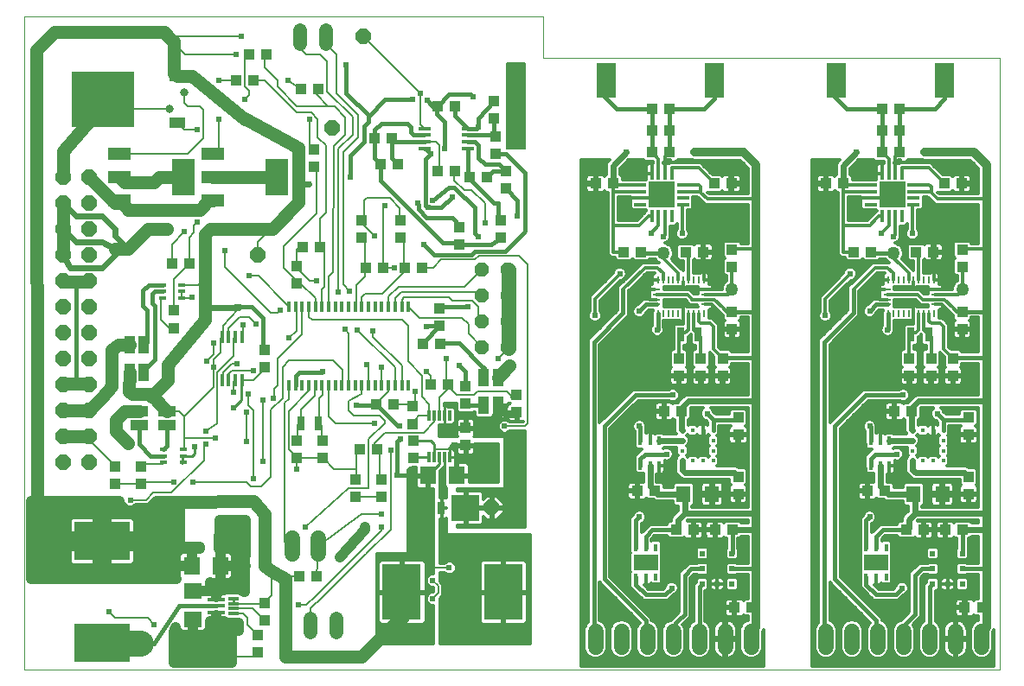
<source format=gtl>
G75*
%MOIN*%
%OFA0B0*%
%FSLAX25Y25*%
%IPPOS*%
%LPD*%
%AMOC8*
5,1,8,0,0,1.08239X$1,22.5*
%
%ADD10C,0.00000*%
%ADD11R,0.03937X0.04331*%
%ADD12R,0.04331X0.03937*%
%ADD13R,0.01181X0.04724*%
%ADD14R,0.24409X0.21260*%
%ADD15R,0.06299X0.03937*%
%ADD16C,0.05400*%
%ADD17C,0.06000*%
%ADD18R,0.02756X0.05512*%
%ADD19R,0.06299X0.07087*%
%ADD20R,0.07087X0.06299*%
%ADD21R,0.01181X0.03937*%
%ADD22R,0.07000X0.01300*%
%ADD23R,0.04000X0.01300*%
%ADD24R,0.03150X0.01378*%
%ADD25R,0.21654X0.15157*%
%ADD26R,0.15157X0.21654*%
%ADD27R,0.10500X0.10000*%
%ADD28R,0.02500X0.05000*%
%ADD29OC8,0.06000*%
%ADD30R,0.08799X0.04799*%
%ADD31R,0.08661X0.14173*%
%ADD32R,0.01378X0.03937*%
%ADD33R,0.04724X0.01181*%
%ADD34R,0.06800X0.04330*%
%ADD35R,0.04330X0.06800*%
%ADD36OC8,0.05400*%
%ADD37R,0.01600X0.02800*%
%ADD38R,0.09400X0.05900*%
%ADD39R,0.01969X0.02362*%
%ADD40R,0.02362X0.01969*%
%ADD41R,0.01200X0.03543*%
%ADD42R,0.01575X0.01575*%
%ADD43R,0.01378X0.04724*%
%ADD44R,0.09843X0.09843*%
%ADD45R,0.04724X0.01378*%
%ADD46R,0.07480X0.13780*%
%ADD47R,0.00984X0.02657*%
%ADD48R,0.02657X0.00984*%
%ADD49C,0.05000*%
%ADD50R,0.05512X0.06299*%
%ADD51C,0.04000*%
%ADD52C,0.03562*%
%ADD53C,0.01000*%
%ADD54C,0.05000*%
%ADD55C,0.00600*%
%ADD56C,0.01600*%
%ADD57C,0.02400*%
%ADD58C,0.02400*%
%ADD59C,0.05600*%
%ADD60C,0.06600*%
%ADD61C,0.10000*%
%ADD62C,0.03169*%
%ADD63R,0.03562X0.03562*%
%ADD64C,0.03000*%
%ADD65C,0.01200*%
%ADD66C,0.03200*%
D10*
X0010759Y0006300D02*
X0205484Y0006300D01*
X0296224Y0006300D01*
X0386759Y0006300D01*
X0386759Y0242300D01*
X0210759Y0242300D01*
X0210759Y0258300D01*
X0010759Y0258300D01*
X0010759Y0006300D01*
X0205484Y0006300D02*
X0205720Y0006300D01*
X0296224Y0006300D02*
X0296350Y0006300D01*
D11*
X0285887Y0074091D03*
X0285887Y0080783D03*
X0279887Y0119691D03*
X0279887Y0126383D03*
X0271487Y0126383D03*
X0271487Y0119691D03*
X0263087Y0119691D03*
X0263087Y0126383D03*
X0283487Y0137691D03*
X0283487Y0144383D03*
X0248433Y0167437D03*
X0241740Y0167437D03*
X0252540Y0205837D03*
X0259233Y0205837D03*
X0189066Y0196300D03*
X0182374Y0196300D03*
X0176566Y0198800D03*
X0169874Y0198800D03*
X0152466Y0211200D03*
X0145774Y0211200D03*
X0124066Y0230300D03*
X0117374Y0230300D03*
X0099066Y0233800D03*
X0092374Y0233800D03*
X0097374Y0243800D03*
X0104066Y0243800D03*
X0140720Y0179646D03*
X0140720Y0172954D03*
X0142374Y0161300D03*
X0149066Y0161300D03*
X0157374Y0161300D03*
X0164066Y0161300D03*
X0155720Y0172954D03*
X0155720Y0179646D03*
X0124566Y0169300D03*
X0117874Y0169300D03*
X0164374Y0132100D03*
X0171066Y0132100D03*
X0174066Y0116300D03*
X0167374Y0116300D03*
X0180720Y0099646D03*
X0180720Y0092954D03*
X0148220Y0079646D03*
X0148220Y0072954D03*
X0125720Y0087954D03*
X0125720Y0094646D03*
X0115720Y0094646D03*
X0115720Y0087954D03*
X0103220Y0122954D03*
X0103220Y0129646D03*
X0045720Y0084646D03*
X0045720Y0077954D03*
X0116674Y0042200D03*
X0123366Y0042200D03*
X0330481Y0167437D03*
X0337174Y0167437D03*
X0372227Y0144383D03*
X0372227Y0137691D03*
X0368627Y0126383D03*
X0368627Y0119691D03*
X0360227Y0119691D03*
X0360227Y0126383D03*
X0351827Y0126383D03*
X0351827Y0119691D03*
X0374627Y0080783D03*
X0374627Y0074091D03*
X0347974Y0205837D03*
X0341281Y0205837D03*
D12*
X0341281Y0214237D03*
X0347974Y0214237D03*
X0347974Y0222637D03*
X0341281Y0222637D03*
X0326374Y0193837D03*
X0319681Y0193837D03*
X0354481Y0167437D03*
X0361174Y0167437D03*
X0372227Y0168383D03*
X0372227Y0161691D03*
X0371974Y0193837D03*
X0365281Y0193837D03*
X0283233Y0193837D03*
X0276540Y0193837D03*
X0259233Y0214237D03*
X0252540Y0214237D03*
X0252540Y0222637D03*
X0259233Y0222637D03*
X0237633Y0193837D03*
X0230940Y0193837D03*
X0196220Y0191954D03*
X0196220Y0198646D03*
X0192220Y0205454D03*
X0192220Y0212146D03*
X0191720Y0218954D03*
X0191720Y0225646D03*
X0176566Y0223800D03*
X0169874Y0223800D03*
X0154666Y0201300D03*
X0147974Y0201300D03*
X0122420Y0200354D03*
X0122420Y0207046D03*
X0178220Y0177146D03*
X0178220Y0170454D03*
X0194220Y0172954D03*
X0194220Y0179646D03*
X0170820Y0145646D03*
X0170820Y0138954D03*
X0180720Y0115646D03*
X0180720Y0108954D03*
X0200420Y0105754D03*
X0200420Y0112446D03*
X0160520Y0107846D03*
X0160520Y0101154D03*
X0160720Y0094646D03*
X0160720Y0087954D03*
X0146566Y0091300D03*
X0139874Y0091300D03*
X0138220Y0079646D03*
X0138220Y0072954D03*
X0146374Y0108800D03*
X0153066Y0108800D03*
X0115720Y0155454D03*
X0115720Y0162146D03*
X0074266Y0163100D03*
X0067574Y0163100D03*
X0068320Y0144846D03*
X0068320Y0138154D03*
X0055720Y0084646D03*
X0055720Y0077954D03*
X0103220Y0032146D03*
X0103220Y0025454D03*
X0100720Y0019646D03*
X0100720Y0012954D03*
X0246940Y0075237D03*
X0253633Y0075237D03*
X0261940Y0060237D03*
X0268633Y0060237D03*
X0276940Y0060237D03*
X0283633Y0060237D03*
X0284440Y0030237D03*
X0291133Y0030237D03*
X0335681Y0075237D03*
X0342374Y0075237D03*
X0350681Y0060237D03*
X0357374Y0060237D03*
X0365681Y0060237D03*
X0372374Y0060237D03*
X0373181Y0030237D03*
X0379874Y0030237D03*
X0374627Y0096891D03*
X0374627Y0103583D03*
X0352774Y0105937D03*
X0346081Y0105937D03*
X0285887Y0103583D03*
X0285887Y0096891D03*
X0264033Y0105937D03*
X0257340Y0105937D03*
X0283487Y0161691D03*
X0283487Y0168383D03*
X0272433Y0167437D03*
X0265740Y0167437D03*
D13*
X0094555Y0134615D03*
X0091996Y0134615D03*
X0089437Y0134615D03*
X0086877Y0134615D03*
X0086877Y0117981D03*
X0089437Y0117981D03*
X0091996Y0117981D03*
X0094555Y0117981D03*
D14*
X0040877Y0226300D03*
D15*
X0069618Y0217324D03*
X0069618Y0235276D03*
D16*
X0117020Y0247700D02*
X0117020Y0253100D01*
X0127020Y0253100D02*
X0127020Y0247700D01*
X0131120Y0026000D02*
X0131120Y0020600D01*
X0121120Y0020600D02*
X0121120Y0026000D01*
D17*
X0124020Y0050900D02*
X0124020Y0056900D01*
X0114020Y0056900D02*
X0114020Y0050900D01*
X0230917Y0021111D02*
X0230917Y0015111D01*
X0240917Y0015111D02*
X0240917Y0021111D01*
X0250917Y0021111D02*
X0250917Y0015111D01*
X0260917Y0015111D02*
X0260917Y0021111D01*
X0270917Y0021111D02*
X0270917Y0015111D01*
X0280917Y0015111D02*
X0280917Y0021111D01*
X0290917Y0021111D02*
X0290917Y0015111D01*
X0319657Y0015111D02*
X0319657Y0021111D01*
X0329657Y0021111D02*
X0329657Y0015111D01*
X0339657Y0015111D02*
X0339657Y0021111D01*
X0349657Y0021111D02*
X0349657Y0015111D01*
X0359657Y0015111D02*
X0359657Y0021111D01*
X0369657Y0021111D02*
X0369657Y0015111D01*
X0379657Y0015111D02*
X0379657Y0021111D01*
D18*
X0359191Y0135580D03*
X0352498Y0135580D03*
X0270451Y0135580D03*
X0263758Y0135580D03*
X0124066Y0101300D03*
X0117374Y0101300D03*
D19*
X0166208Y0081300D03*
X0177232Y0081300D03*
X0086232Y0046300D03*
X0075208Y0046300D03*
D20*
X0075720Y0036812D03*
X0075720Y0025788D03*
D21*
X0166783Y0088229D03*
X0168751Y0088229D03*
X0170720Y0088229D03*
X0172688Y0088229D03*
X0174657Y0088229D03*
X0174657Y0104371D03*
X0172688Y0104371D03*
X0170720Y0104371D03*
X0168751Y0104371D03*
X0166783Y0104371D03*
D22*
X0084820Y0033210D03*
X0084820Y0030850D03*
X0084820Y0028490D03*
D23*
X0091220Y0027890D03*
X0091220Y0029860D03*
X0091220Y0031830D03*
X0091220Y0033800D03*
D24*
X0071960Y0086241D03*
X0071960Y0088800D03*
X0071960Y0091359D03*
X0064480Y0091359D03*
X0064480Y0088800D03*
X0064480Y0086241D03*
X0063980Y0149641D03*
X0063980Y0152200D03*
X0063980Y0154759D03*
X0071460Y0154759D03*
X0071460Y0152200D03*
X0071460Y0149641D03*
D25*
X0040720Y0055887D03*
X0040720Y0016713D03*
D26*
X0156133Y0036300D03*
X0195307Y0036300D03*
D27*
X0180759Y0068800D03*
D28*
X0171470Y0068800D03*
D29*
X0190720Y0068900D03*
X0100720Y0166300D03*
X0129420Y0215200D03*
X0141420Y0250600D03*
X0035720Y0196300D03*
X0035720Y0186300D03*
X0025720Y0186300D03*
X0025720Y0196300D03*
X0025720Y0176300D03*
X0035720Y0176300D03*
X0035720Y0166300D03*
X0035720Y0156300D03*
X0035720Y0146300D03*
X0025720Y0146300D03*
X0025720Y0156300D03*
X0025720Y0166300D03*
X0025720Y0136300D03*
X0035720Y0136300D03*
X0035720Y0126300D03*
X0035720Y0116300D03*
X0025720Y0116300D03*
X0025720Y0126300D03*
X0025720Y0106300D03*
X0035720Y0106300D03*
X0035720Y0096300D03*
X0035720Y0086300D03*
X0025720Y0086300D03*
X0025720Y0096300D03*
D30*
X0047519Y0187202D03*
X0047519Y0196300D03*
X0047519Y0205398D03*
X0083519Y0205398D03*
X0083519Y0196300D03*
X0083519Y0187202D03*
D31*
X0071921Y0196300D03*
X0107921Y0196300D03*
D32*
X0112688Y0146457D03*
X0115248Y0146457D03*
X0117807Y0146457D03*
X0120366Y0146457D03*
X0122925Y0146457D03*
X0125484Y0146457D03*
X0128043Y0146457D03*
X0130602Y0146457D03*
X0133161Y0146457D03*
X0135720Y0146457D03*
X0138279Y0146457D03*
X0140838Y0146457D03*
X0143397Y0146457D03*
X0145956Y0146457D03*
X0148515Y0146457D03*
X0151074Y0146457D03*
X0153633Y0146457D03*
X0156192Y0146457D03*
X0158751Y0146457D03*
X0158751Y0116143D03*
X0156192Y0116143D03*
X0153633Y0116143D03*
X0151074Y0116143D03*
X0148515Y0116143D03*
X0145956Y0116143D03*
X0143397Y0116143D03*
X0140838Y0116143D03*
X0138279Y0116143D03*
X0135720Y0116143D03*
X0133161Y0116143D03*
X0130602Y0116143D03*
X0128043Y0116143D03*
X0125484Y0116143D03*
X0122925Y0116143D03*
X0120366Y0116143D03*
X0117807Y0116143D03*
X0115248Y0116143D03*
X0112688Y0116143D03*
D33*
X0164905Y0207457D03*
X0164905Y0210017D03*
X0164905Y0212576D03*
X0164905Y0215135D03*
X0181539Y0215135D03*
X0181539Y0212576D03*
X0181539Y0210017D03*
X0181539Y0207457D03*
D34*
X0065820Y0106100D03*
X0065820Y0100590D03*
X0054990Y0100590D03*
X0054990Y0106100D03*
D35*
X0056830Y0120870D03*
X0051320Y0120870D03*
X0051320Y0131700D03*
X0056830Y0131700D03*
X0187720Y0119100D03*
X0193230Y0119100D03*
X0193230Y0108270D03*
X0187720Y0108270D03*
D36*
X0187120Y0130800D03*
X0197120Y0130800D03*
X0197120Y0140800D03*
X0187120Y0140800D03*
X0187120Y0150800D03*
X0197120Y0150800D03*
X0197120Y0160800D03*
X0187120Y0160800D03*
D37*
X0246387Y0053437D03*
X0250287Y0053437D03*
X0254187Y0053437D03*
X0254187Y0042037D03*
X0250287Y0042037D03*
X0246387Y0042037D03*
X0335127Y0042037D03*
X0339027Y0042037D03*
X0342927Y0042037D03*
X0342927Y0053437D03*
X0339027Y0053437D03*
X0335127Y0053437D03*
D38*
X0339027Y0047737D03*
X0250287Y0047737D03*
D39*
X0272078Y0045237D03*
X0272078Y0039331D03*
X0283496Y0039331D03*
X0283496Y0045237D03*
X0283496Y0051143D03*
X0272078Y0051143D03*
X0360818Y0051143D03*
X0360818Y0045237D03*
X0360818Y0039331D03*
X0372236Y0039331D03*
X0372236Y0045237D03*
X0372236Y0051143D03*
D40*
X0366527Y0039331D03*
X0277787Y0039331D03*
D41*
X0255425Y0085060D03*
X0251881Y0085060D03*
X0248141Y0085060D03*
X0248141Y0094509D03*
X0251881Y0094509D03*
X0255425Y0094509D03*
X0336881Y0094509D03*
X0340622Y0094509D03*
X0344165Y0094509D03*
X0344165Y0085060D03*
X0340622Y0085060D03*
X0336881Y0085060D03*
D42*
X0353122Y0086831D03*
X0357059Y0086831D03*
X0360996Y0086831D03*
X0364933Y0086831D03*
X0364933Y0090769D03*
X0364933Y0094706D03*
X0364933Y0098643D03*
X0360996Y0098643D03*
X0357059Y0098643D03*
X0353122Y0098643D03*
X0353122Y0094706D03*
X0353122Y0090769D03*
X0276192Y0090769D03*
X0276192Y0086831D03*
X0272255Y0086831D03*
X0268318Y0086831D03*
X0264381Y0086831D03*
X0264381Y0090769D03*
X0264381Y0094706D03*
X0264381Y0098643D03*
X0268318Y0098643D03*
X0272255Y0098643D03*
X0276192Y0098643D03*
X0276192Y0094706D03*
D43*
X0260292Y0181264D03*
X0257733Y0181264D03*
X0255174Y0181264D03*
X0252615Y0181264D03*
X0252615Y0197799D03*
X0255174Y0197799D03*
X0257733Y0197799D03*
X0260292Y0197799D03*
X0341355Y0197799D03*
X0343914Y0197799D03*
X0346474Y0197799D03*
X0349033Y0197799D03*
X0349033Y0181264D03*
X0346474Y0181264D03*
X0343914Y0181264D03*
X0341355Y0181264D03*
D44*
X0345194Y0189531D03*
X0256454Y0189531D03*
D45*
X0248186Y0188252D03*
X0248186Y0190811D03*
X0248186Y0193370D03*
X0248186Y0185693D03*
X0264722Y0185693D03*
X0264722Y0188252D03*
X0264722Y0190811D03*
X0264722Y0193370D03*
X0336926Y0193370D03*
X0336926Y0190811D03*
X0336926Y0188252D03*
X0336926Y0185693D03*
X0353462Y0185693D03*
X0353462Y0188252D03*
X0353462Y0190811D03*
X0353462Y0193370D03*
D46*
X0365493Y0233634D03*
X0323761Y0233634D03*
X0276753Y0233634D03*
X0235021Y0233634D03*
D47*
X0254920Y0156701D03*
X0256888Y0156701D03*
X0258857Y0156701D03*
X0260825Y0156701D03*
X0262794Y0156701D03*
X0264763Y0156701D03*
X0266731Y0156701D03*
X0268700Y0156701D03*
X0270668Y0156701D03*
X0272637Y0156701D03*
X0272637Y0143600D03*
X0270668Y0143600D03*
X0268700Y0143600D03*
X0266731Y0143600D03*
X0264763Y0143600D03*
X0262794Y0143600D03*
X0260825Y0143600D03*
X0258857Y0143600D03*
X0256888Y0143600D03*
X0254920Y0143600D03*
X0343660Y0143600D03*
X0345629Y0143600D03*
X0347597Y0143600D03*
X0349566Y0143600D03*
X0351534Y0143600D03*
X0353503Y0143600D03*
X0355471Y0143600D03*
X0357440Y0143600D03*
X0359408Y0143600D03*
X0361377Y0143600D03*
X0361377Y0156701D03*
X0359408Y0156701D03*
X0357440Y0156701D03*
X0355471Y0156701D03*
X0353503Y0156701D03*
X0351534Y0156701D03*
X0349566Y0156701D03*
X0347597Y0156701D03*
X0345629Y0156701D03*
X0343660Y0156701D03*
D48*
X0343217Y0153098D03*
X0343217Y0151130D03*
X0343217Y0149161D03*
X0343217Y0147193D03*
X0361820Y0147193D03*
X0361820Y0149161D03*
X0361820Y0151130D03*
X0361820Y0153098D03*
X0273079Y0153098D03*
X0273079Y0151130D03*
X0273079Y0149161D03*
X0273079Y0147193D03*
X0254477Y0147193D03*
X0254477Y0149161D03*
X0254477Y0151130D03*
X0254477Y0153098D03*
D49*
X0257007Y0166980D03*
X0283487Y0153037D03*
X0345748Y0166980D03*
X0372227Y0153037D03*
D50*
X0364539Y0074037D03*
X0353515Y0074037D03*
X0275799Y0074037D03*
X0264775Y0074037D03*
D51*
X0193520Y0104600D02*
X0192620Y0103700D01*
X0193520Y0104600D02*
X0193520Y0108100D01*
X0142020Y0061400D02*
X0141920Y0060300D01*
X0132220Y0049800D01*
X0095921Y0050284D02*
X0092353Y0050284D01*
X0092381Y0050139D02*
X0092266Y0050718D01*
X0092040Y0051264D01*
X0091712Y0051756D01*
X0091294Y0052174D01*
X0090802Y0052502D01*
X0090256Y0052728D01*
X0089677Y0052843D01*
X0086232Y0052843D01*
X0086232Y0046300D01*
X0092381Y0046300D01*
X0092381Y0050139D01*
X0092381Y0046300D02*
X0086232Y0046300D01*
X0086232Y0046300D01*
X0086232Y0046300D01*
X0086232Y0039757D01*
X0089677Y0039757D01*
X0090256Y0039872D01*
X0090802Y0040098D01*
X0091294Y0040426D01*
X0091712Y0040844D01*
X0092040Y0041336D01*
X0092266Y0041882D01*
X0092381Y0042461D01*
X0092381Y0046300D01*
X0092381Y0046285D02*
X0095864Y0046285D01*
X0095806Y0042287D02*
X0092347Y0042287D01*
X0093778Y0037257D02*
X0088662Y0037257D01*
X0087703Y0036860D01*
X0084820Y0036860D01*
X0084820Y0034457D01*
X0084820Y0034457D01*
X0084820Y0036860D01*
X0082263Y0036860D01*
X0082263Y0039861D01*
X0082787Y0039757D01*
X0086232Y0039757D01*
X0086232Y0046300D01*
X0086232Y0046300D01*
X0086232Y0052843D01*
X0085768Y0052843D01*
X0086120Y0064100D01*
X0096120Y0064100D01*
X0095720Y0036300D01*
X0095403Y0036237D01*
X0094810Y0036830D01*
X0093778Y0037257D01*
X0095749Y0038288D02*
X0082263Y0038288D01*
X0085208Y0036812D02*
X0085720Y0036300D01*
X0085208Y0036812D02*
X0075720Y0036812D01*
X0069424Y0041300D02*
X0013359Y0041300D01*
X0013359Y0071300D01*
X0047520Y0071300D01*
X0047520Y0071022D01*
X0048130Y0069549D01*
X0049258Y0068422D01*
X0050730Y0067812D01*
X0052325Y0067812D01*
X0053797Y0068422D01*
X0053998Y0068622D01*
X0058288Y0068622D01*
X0059430Y0069095D01*
X0060304Y0069970D01*
X0061635Y0071300D01*
X0070720Y0071300D01*
X0070720Y0053800D01*
X0078220Y0053800D01*
X0078220Y0052843D01*
X0075208Y0052843D01*
X0071763Y0052843D01*
X0071183Y0052728D01*
X0070638Y0052502D01*
X0070146Y0052174D01*
X0069728Y0051756D01*
X0069400Y0051264D01*
X0069174Y0050718D01*
X0069059Y0050139D01*
X0069059Y0046300D01*
X0069059Y0042461D01*
X0069174Y0041882D01*
X0069400Y0041336D01*
X0069424Y0041300D01*
X0069093Y0042287D02*
X0013359Y0042287D01*
X0013359Y0046285D02*
X0027673Y0046285D01*
X0027563Y0046395D02*
X0027981Y0045978D01*
X0028472Y0045649D01*
X0029018Y0045423D01*
X0029598Y0045308D01*
X0038931Y0045308D01*
X0038931Y0054097D01*
X0042509Y0054097D01*
X0042509Y0045308D01*
X0051842Y0045308D01*
X0052422Y0045423D01*
X0052968Y0045649D01*
X0053459Y0045978D01*
X0053877Y0046395D01*
X0054205Y0046887D01*
X0054431Y0047433D01*
X0054547Y0048012D01*
X0054547Y0054097D01*
X0042509Y0054097D01*
X0042509Y0057676D01*
X0038931Y0057676D01*
X0038931Y0066465D01*
X0029598Y0066465D01*
X0029018Y0066350D01*
X0028472Y0066124D01*
X0027981Y0065796D01*
X0027563Y0065378D01*
X0027235Y0064886D01*
X0027009Y0064340D01*
X0026893Y0063761D01*
X0026893Y0057676D01*
X0038931Y0057676D01*
X0038931Y0054097D01*
X0026893Y0054097D01*
X0026893Y0048012D01*
X0027009Y0047433D01*
X0027235Y0046887D01*
X0027563Y0046395D01*
X0026893Y0050284D02*
X0013359Y0050284D01*
X0013359Y0054282D02*
X0038931Y0054282D01*
X0042509Y0054282D02*
X0070720Y0054282D01*
X0069087Y0050284D02*
X0054547Y0050284D01*
X0053767Y0046285D02*
X0069059Y0046285D01*
X0069059Y0046300D02*
X0075208Y0046300D01*
X0075208Y0046300D01*
X0069059Y0046300D01*
X0075208Y0046300D02*
X0075208Y0052843D01*
X0075208Y0046300D01*
X0075208Y0046300D01*
X0075208Y0050284D02*
X0075208Y0050284D01*
X0070720Y0058281D02*
X0054547Y0058281D01*
X0054547Y0057676D02*
X0054547Y0063761D01*
X0054431Y0064340D01*
X0054205Y0064886D01*
X0053877Y0065378D01*
X0053459Y0065796D01*
X0052968Y0066124D01*
X0052422Y0066350D01*
X0051842Y0066465D01*
X0042509Y0066465D01*
X0042509Y0057676D01*
X0054547Y0057676D01*
X0054547Y0062279D02*
X0070720Y0062279D01*
X0070720Y0066278D02*
X0052597Y0066278D01*
X0047829Y0070276D02*
X0013359Y0070276D01*
X0013359Y0066278D02*
X0028843Y0066278D01*
X0026893Y0062279D02*
X0013359Y0062279D01*
X0013359Y0058281D02*
X0026893Y0058281D01*
X0038931Y0058281D02*
X0042509Y0058281D01*
X0042509Y0062279D02*
X0038931Y0062279D01*
X0038931Y0066278D02*
X0042509Y0066278D01*
X0042509Y0050284D02*
X0038931Y0050284D01*
X0038931Y0046285D02*
X0042509Y0046285D01*
X0060611Y0070276D02*
X0070720Y0070276D01*
X0086063Y0062279D02*
X0096094Y0062279D01*
X0096036Y0058281D02*
X0085938Y0058281D01*
X0085813Y0054282D02*
X0095979Y0054282D01*
X0086232Y0050284D02*
X0086232Y0050284D01*
X0086232Y0046285D02*
X0086232Y0046285D01*
X0086232Y0042287D02*
X0086232Y0042287D01*
X0084820Y0027243D02*
X0084820Y0024840D01*
X0087679Y0024840D01*
X0088662Y0024433D01*
X0093220Y0024433D01*
X0093220Y0021300D01*
X0090720Y0021300D01*
X0090720Y0008900D01*
X0068220Y0008900D01*
X0068220Y0021153D01*
X0069177Y0022611D01*
X0069177Y0022343D01*
X0069292Y0021764D01*
X0069518Y0021218D01*
X0069846Y0020726D01*
X0070264Y0020308D01*
X0070756Y0019980D01*
X0071302Y0019754D01*
X0071881Y0019639D01*
X0075720Y0019639D01*
X0079559Y0019639D01*
X0080138Y0019754D01*
X0080684Y0019980D01*
X0081176Y0020308D01*
X0081594Y0020726D01*
X0081922Y0021218D01*
X0082148Y0021764D01*
X0082263Y0022343D01*
X0082263Y0024840D01*
X0084820Y0024840D01*
X0084820Y0027243D01*
X0084820Y0027243D01*
X0084820Y0026293D02*
X0084820Y0026293D01*
X0082254Y0022294D02*
X0093220Y0022294D01*
X0090720Y0018296D02*
X0068220Y0018296D01*
X0068969Y0022294D02*
X0069186Y0022294D01*
X0075720Y0022294D02*
X0075720Y0022294D01*
X0075720Y0019639D02*
X0075720Y0025788D01*
X0075720Y0025788D01*
X0075720Y0019639D01*
X0068220Y0014297D02*
X0090720Y0014297D01*
X0090720Y0010299D02*
X0068220Y0010299D01*
D52*
X0070720Y0011300D03*
X0075720Y0011300D03*
X0080720Y0011300D03*
X0085720Y0011300D03*
X0094720Y0037800D03*
X0094720Y0042700D03*
X0088220Y0053800D03*
X0088220Y0058800D03*
X0093220Y0058800D03*
X0093220Y0063800D03*
X0088220Y0063800D03*
X0050720Y0093800D03*
X0132120Y0049800D03*
X0141920Y0061400D03*
X0180720Y0088100D03*
X0185720Y0086300D03*
X0190720Y0086300D03*
X0190720Y0081300D03*
X0185720Y0081300D03*
X0190720Y0091300D03*
X0197820Y0123700D03*
X0065720Y0176300D03*
D53*
X0094254Y0117460D02*
X0094254Y0110234D01*
X0091320Y0107300D01*
X0076220Y0092300D02*
X0076220Y0089600D01*
X0075420Y0088800D01*
X0071960Y0088800D01*
X0071741Y0088581D01*
X0071741Y0086504D01*
X0091220Y0033800D02*
X0091220Y0031830D01*
X0146320Y0032261D02*
X0147055Y0032261D01*
X0147055Y0031263D02*
X0146320Y0031263D01*
X0146320Y0030264D02*
X0147055Y0030264D01*
X0147055Y0029266D02*
X0146320Y0029266D01*
X0146320Y0028267D02*
X0147055Y0028267D01*
X0147055Y0027269D02*
X0146320Y0027269D01*
X0146320Y0026270D02*
X0147055Y0026270D01*
X0147055Y0025276D02*
X0147157Y0024894D01*
X0147354Y0024552D01*
X0147634Y0024273D01*
X0147976Y0024075D01*
X0148357Y0023973D01*
X0155633Y0023973D01*
X0155633Y0035800D01*
X0147055Y0035800D01*
X0147055Y0025276D01*
X0147056Y0025272D02*
X0146320Y0025272D01*
X0146320Y0024273D02*
X0147633Y0024273D01*
X0146320Y0023275D02*
X0168220Y0023275D01*
X0168220Y0024273D02*
X0164633Y0024273D01*
X0164912Y0024552D01*
X0165110Y0024894D01*
X0165212Y0025276D01*
X0165212Y0035800D01*
X0156633Y0035800D01*
X0156633Y0023973D01*
X0163910Y0023973D01*
X0164291Y0024075D01*
X0164633Y0024273D01*
X0165211Y0025272D02*
X0168220Y0025272D01*
X0168220Y0026270D02*
X0165212Y0026270D01*
X0165212Y0027269D02*
X0168220Y0027269D01*
X0168220Y0028267D02*
X0165212Y0028267D01*
X0165212Y0029266D02*
X0168220Y0029266D01*
X0168220Y0030264D02*
X0165212Y0030264D01*
X0165212Y0031263D02*
X0167551Y0031263D01*
X0167628Y0031231D02*
X0168220Y0031231D01*
X0168220Y0016300D01*
X0146320Y0016300D01*
X0146320Y0051300D01*
X0158220Y0051300D01*
X0158220Y0083800D01*
X0160415Y0084678D01*
X0161559Y0084678D01*
X0161559Y0081800D01*
X0165708Y0081800D01*
X0165708Y0080800D01*
X0161559Y0080800D01*
X0161559Y0077559D01*
X0161661Y0077178D01*
X0161858Y0076836D01*
X0162138Y0076556D01*
X0162480Y0076359D01*
X0162861Y0076257D01*
X0165708Y0076257D01*
X0165708Y0080800D01*
X0166708Y0080800D01*
X0166708Y0076257D01*
X0168220Y0076257D01*
X0168220Y0043281D01*
X0167628Y0043281D01*
X0166706Y0042899D01*
X0166001Y0042194D01*
X0165619Y0041272D01*
X0165619Y0040275D01*
X0166001Y0039353D01*
X0166706Y0038648D01*
X0167628Y0038267D01*
X0168220Y0038267D01*
X0168220Y0036245D01*
X0167628Y0036245D01*
X0166706Y0035864D01*
X0166001Y0035158D01*
X0165619Y0034237D01*
X0165619Y0033239D01*
X0166001Y0032318D01*
X0166706Y0031613D01*
X0167628Y0031231D01*
X0166058Y0032261D02*
X0165212Y0032261D01*
X0165212Y0033260D02*
X0165619Y0033260D01*
X0165628Y0034258D02*
X0165212Y0034258D01*
X0165212Y0035257D02*
X0166099Y0035257D01*
X0165212Y0036800D02*
X0165212Y0047324D01*
X0165110Y0047706D01*
X0164912Y0048048D01*
X0164633Y0048327D01*
X0164291Y0048525D01*
X0163910Y0048627D01*
X0156633Y0048627D01*
X0156633Y0036800D01*
X0155633Y0036800D01*
X0155633Y0035800D01*
X0156633Y0035800D01*
X0156633Y0036800D01*
X0165212Y0036800D01*
X0165212Y0037254D02*
X0168220Y0037254D01*
X0168220Y0038252D02*
X0165212Y0038252D01*
X0165212Y0039251D02*
X0166103Y0039251D01*
X0165630Y0040249D02*
X0165212Y0040249D01*
X0165212Y0041248D02*
X0165619Y0041248D01*
X0165212Y0042246D02*
X0166054Y0042246D01*
X0165212Y0043245D02*
X0167541Y0043245D01*
X0168220Y0044243D02*
X0165212Y0044243D01*
X0165212Y0045242D02*
X0168220Y0045242D01*
X0168220Y0046240D02*
X0165212Y0046240D01*
X0165212Y0047239D02*
X0168220Y0047239D01*
X0168220Y0048237D02*
X0164723Y0048237D01*
X0168220Y0049236D02*
X0146320Y0049236D01*
X0146320Y0050234D02*
X0168220Y0050234D01*
X0168220Y0051233D02*
X0146320Y0051233D01*
X0146320Y0048237D02*
X0147544Y0048237D01*
X0147634Y0048327D02*
X0147354Y0048048D01*
X0147157Y0047706D01*
X0147055Y0047324D01*
X0147055Y0036800D01*
X0155633Y0036800D01*
X0155633Y0048627D01*
X0148357Y0048627D01*
X0147976Y0048525D01*
X0147634Y0048327D01*
X0147055Y0047239D02*
X0146320Y0047239D01*
X0146320Y0046240D02*
X0147055Y0046240D01*
X0147055Y0045242D02*
X0146320Y0045242D01*
X0146320Y0044243D02*
X0147055Y0044243D01*
X0147055Y0043245D02*
X0146320Y0043245D01*
X0146320Y0042246D02*
X0147055Y0042246D01*
X0147055Y0041248D02*
X0146320Y0041248D01*
X0146320Y0040249D02*
X0147055Y0040249D01*
X0147055Y0039251D02*
X0146320Y0039251D01*
X0146320Y0038252D02*
X0147055Y0038252D01*
X0147055Y0037254D02*
X0146320Y0037254D01*
X0146320Y0036255D02*
X0155633Y0036255D01*
X0155633Y0035257D02*
X0156633Y0035257D01*
X0156633Y0036255D02*
X0168220Y0036255D01*
X0170720Y0034059D02*
X0170903Y0034242D01*
X0171844Y0035183D01*
X0171844Y0039329D01*
X0170720Y0040453D01*
X0170720Y0044091D01*
X0172520Y0044091D01*
X0173038Y0043573D01*
X0173959Y0043191D01*
X0174957Y0043191D01*
X0175878Y0043573D01*
X0176584Y0044278D01*
X0176965Y0045200D01*
X0176965Y0046197D01*
X0176584Y0047119D01*
X0175878Y0047824D01*
X0174957Y0048205D01*
X0173959Y0048205D01*
X0173038Y0047824D01*
X0172520Y0047305D01*
X0170720Y0047305D01*
X0170720Y0064800D01*
X0171345Y0064800D01*
X0171345Y0068675D01*
X0171595Y0068675D01*
X0171595Y0068925D01*
X0173220Y0068925D01*
X0173220Y0068675D01*
X0171595Y0068675D01*
X0171595Y0064800D01*
X0172917Y0064800D01*
X0173220Y0064881D01*
X0173220Y0058800D01*
X0205720Y0058800D01*
X0205720Y0016300D01*
X0170720Y0016300D01*
X0170720Y0034059D01*
X0170919Y0034258D02*
X0186228Y0034258D01*
X0186228Y0033260D02*
X0170720Y0033260D01*
X0170720Y0032261D02*
X0186228Y0032261D01*
X0186228Y0031263D02*
X0170720Y0031263D01*
X0170720Y0030264D02*
X0186228Y0030264D01*
X0186228Y0029266D02*
X0170720Y0029266D01*
X0170720Y0028267D02*
X0186228Y0028267D01*
X0186228Y0027269D02*
X0170720Y0027269D01*
X0170720Y0026270D02*
X0186228Y0026270D01*
X0186228Y0025276D02*
X0186330Y0024894D01*
X0186528Y0024552D01*
X0186807Y0024273D01*
X0187149Y0024075D01*
X0187530Y0023973D01*
X0194807Y0023973D01*
X0194807Y0035800D01*
X0195807Y0035800D01*
X0195807Y0036800D01*
X0204385Y0036800D01*
X0204385Y0047324D01*
X0204283Y0047706D01*
X0204086Y0048048D01*
X0203806Y0048327D01*
X0203464Y0048525D01*
X0203083Y0048627D01*
X0195807Y0048627D01*
X0195807Y0036800D01*
X0194807Y0036800D01*
X0194807Y0048627D01*
X0187530Y0048627D01*
X0187149Y0048525D01*
X0186807Y0048327D01*
X0186528Y0048048D01*
X0186330Y0047706D01*
X0186228Y0047324D01*
X0186228Y0036800D01*
X0194807Y0036800D01*
X0194807Y0035800D01*
X0186228Y0035800D01*
X0186228Y0025276D01*
X0186229Y0025272D02*
X0170720Y0025272D01*
X0170720Y0024273D02*
X0186807Y0024273D01*
X0194807Y0024273D02*
X0195807Y0024273D01*
X0195807Y0023973D02*
X0203083Y0023973D01*
X0203464Y0024075D01*
X0203806Y0024273D01*
X0204086Y0024552D01*
X0204283Y0024894D01*
X0204385Y0025276D01*
X0204385Y0035800D01*
X0195807Y0035800D01*
X0195807Y0023973D01*
X0195807Y0025272D02*
X0194807Y0025272D01*
X0194807Y0026270D02*
X0195807Y0026270D01*
X0195807Y0027269D02*
X0194807Y0027269D01*
X0194807Y0028267D02*
X0195807Y0028267D01*
X0195807Y0029266D02*
X0194807Y0029266D01*
X0194807Y0030264D02*
X0195807Y0030264D01*
X0195807Y0031263D02*
X0194807Y0031263D01*
X0194807Y0032261D02*
X0195807Y0032261D01*
X0195807Y0033260D02*
X0194807Y0033260D01*
X0194807Y0034258D02*
X0195807Y0034258D01*
X0195807Y0035257D02*
X0194807Y0035257D01*
X0194807Y0036255D02*
X0171844Y0036255D01*
X0171844Y0035257D02*
X0186228Y0035257D01*
X0186228Y0037254D02*
X0171844Y0037254D01*
X0171844Y0038252D02*
X0186228Y0038252D01*
X0186228Y0039251D02*
X0171844Y0039251D01*
X0170923Y0040249D02*
X0186228Y0040249D01*
X0186228Y0041248D02*
X0170720Y0041248D01*
X0170720Y0042246D02*
X0186228Y0042246D01*
X0186228Y0043245D02*
X0175086Y0043245D01*
X0173830Y0043245D02*
X0170720Y0043245D01*
X0170720Y0048237D02*
X0186717Y0048237D01*
X0186228Y0047239D02*
X0176463Y0047239D01*
X0176947Y0046240D02*
X0186228Y0046240D01*
X0186228Y0045242D02*
X0176965Y0045242D01*
X0176549Y0044243D02*
X0186228Y0044243D01*
X0194807Y0044243D02*
X0195807Y0044243D01*
X0195807Y0043245D02*
X0194807Y0043245D01*
X0194807Y0042246D02*
X0195807Y0042246D01*
X0195807Y0041248D02*
X0194807Y0041248D01*
X0194807Y0040249D02*
X0195807Y0040249D01*
X0195807Y0039251D02*
X0194807Y0039251D01*
X0194807Y0038252D02*
X0195807Y0038252D01*
X0195807Y0037254D02*
X0194807Y0037254D01*
X0195807Y0036255D02*
X0205720Y0036255D01*
X0205720Y0035257D02*
X0204385Y0035257D01*
X0204385Y0034258D02*
X0205720Y0034258D01*
X0205720Y0033260D02*
X0204385Y0033260D01*
X0204385Y0032261D02*
X0205720Y0032261D01*
X0205720Y0031263D02*
X0204385Y0031263D01*
X0204385Y0030264D02*
X0205720Y0030264D01*
X0205720Y0029266D02*
X0204385Y0029266D01*
X0204385Y0028267D02*
X0205720Y0028267D01*
X0205720Y0027269D02*
X0204385Y0027269D01*
X0204385Y0026270D02*
X0205720Y0026270D01*
X0205720Y0025272D02*
X0204384Y0025272D01*
X0203807Y0024273D02*
X0205720Y0024273D01*
X0205720Y0023275D02*
X0170720Y0023275D01*
X0170720Y0022276D02*
X0205720Y0022276D01*
X0205720Y0021278D02*
X0170720Y0021278D01*
X0170720Y0020279D02*
X0205720Y0020279D01*
X0205720Y0019281D02*
X0170720Y0019281D01*
X0170720Y0018282D02*
X0205720Y0018282D01*
X0205720Y0017284D02*
X0170720Y0017284D01*
X0168220Y0017284D02*
X0146320Y0017284D01*
X0146320Y0018282D02*
X0168220Y0018282D01*
X0168220Y0019281D02*
X0146320Y0019281D01*
X0146320Y0020279D02*
X0168220Y0020279D01*
X0168220Y0021278D02*
X0146320Y0021278D01*
X0146320Y0022276D02*
X0168220Y0022276D01*
X0156633Y0024273D02*
X0155633Y0024273D01*
X0155633Y0025272D02*
X0156633Y0025272D01*
X0156633Y0026270D02*
X0155633Y0026270D01*
X0155633Y0027269D02*
X0156633Y0027269D01*
X0156633Y0028267D02*
X0155633Y0028267D01*
X0155633Y0029266D02*
X0156633Y0029266D01*
X0156633Y0030264D02*
X0155633Y0030264D01*
X0155633Y0031263D02*
X0156633Y0031263D01*
X0156633Y0032261D02*
X0155633Y0032261D01*
X0155633Y0033260D02*
X0156633Y0033260D01*
X0156633Y0034258D02*
X0155633Y0034258D01*
X0155633Y0037254D02*
X0156633Y0037254D01*
X0156633Y0038252D02*
X0155633Y0038252D01*
X0155633Y0039251D02*
X0156633Y0039251D01*
X0156633Y0040249D02*
X0155633Y0040249D01*
X0155633Y0041248D02*
X0156633Y0041248D01*
X0156633Y0042246D02*
X0155633Y0042246D01*
X0155633Y0043245D02*
X0156633Y0043245D01*
X0156633Y0044243D02*
X0155633Y0044243D01*
X0155633Y0045242D02*
X0156633Y0045242D01*
X0156633Y0046240D02*
X0155633Y0046240D01*
X0155633Y0047239D02*
X0156633Y0047239D01*
X0156633Y0048237D02*
X0155633Y0048237D01*
X0158220Y0052232D02*
X0168220Y0052232D01*
X0168220Y0053230D02*
X0158220Y0053230D01*
X0158220Y0054229D02*
X0168220Y0054229D01*
X0168220Y0055227D02*
X0158220Y0055227D01*
X0158220Y0056226D02*
X0168220Y0056226D01*
X0168220Y0057224D02*
X0158220Y0057224D01*
X0158220Y0058223D02*
X0168220Y0058223D01*
X0168220Y0059221D02*
X0158220Y0059221D01*
X0158220Y0060220D02*
X0168220Y0060220D01*
X0168220Y0061218D02*
X0158220Y0061218D01*
X0158220Y0062217D02*
X0168220Y0062217D01*
X0168220Y0063215D02*
X0158220Y0063215D01*
X0158220Y0064214D02*
X0168220Y0064214D01*
X0168220Y0065212D02*
X0158220Y0065212D01*
X0158220Y0066211D02*
X0168220Y0066211D01*
X0168220Y0067209D02*
X0158220Y0067209D01*
X0158220Y0068208D02*
X0168220Y0068208D01*
X0168220Y0069206D02*
X0158220Y0069206D01*
X0158220Y0070205D02*
X0168220Y0070205D01*
X0168220Y0071203D02*
X0158220Y0071203D01*
X0158220Y0072202D02*
X0168220Y0072202D01*
X0168220Y0073200D02*
X0158220Y0073200D01*
X0158220Y0074199D02*
X0168220Y0074199D01*
X0168220Y0075197D02*
X0158220Y0075197D01*
X0158220Y0076196D02*
X0168220Y0076196D01*
X0166708Y0077194D02*
X0165708Y0077194D01*
X0165708Y0078193D02*
X0166708Y0078193D01*
X0166708Y0079191D02*
X0165708Y0079191D01*
X0165708Y0080190D02*
X0166708Y0080190D01*
X0166208Y0081300D02*
X0170720Y0085812D01*
X0170720Y0088229D01*
X0172688Y0088229D02*
X0172689Y0088229D01*
X0172689Y0084761D01*
X0172775Y0084761D01*
X0172775Y0077215D01*
X0173220Y0076770D01*
X0173220Y0072719D01*
X0172917Y0072800D01*
X0171595Y0072800D01*
X0171595Y0068925D01*
X0171345Y0068925D01*
X0171345Y0072800D01*
X0170720Y0072800D01*
X0170720Y0083256D01*
X0172224Y0084761D01*
X0172688Y0084761D01*
X0172688Y0088229D01*
X0172688Y0088178D02*
X0172689Y0088178D01*
X0172688Y0087179D02*
X0172689Y0087179D01*
X0172688Y0086181D02*
X0172689Y0086181D01*
X0172688Y0085182D02*
X0172689Y0085182D01*
X0172775Y0084184D02*
X0171648Y0084184D01*
X0170720Y0083185D02*
X0172775Y0083185D01*
X0172775Y0082187D02*
X0170720Y0082187D01*
X0170720Y0081188D02*
X0172775Y0081188D01*
X0172775Y0080190D02*
X0170720Y0080190D01*
X0170720Y0079191D02*
X0172775Y0079191D01*
X0172775Y0078193D02*
X0170720Y0078193D01*
X0170720Y0077194D02*
X0172796Y0077194D01*
X0173220Y0076196D02*
X0170720Y0076196D01*
X0170720Y0075197D02*
X0173220Y0075197D01*
X0173220Y0074199D02*
X0170720Y0074199D01*
X0170720Y0073200D02*
X0173220Y0073200D01*
X0171595Y0072202D02*
X0171345Y0072202D01*
X0171345Y0071203D02*
X0171595Y0071203D01*
X0171595Y0070205D02*
X0171345Y0070205D01*
X0171345Y0069206D02*
X0171595Y0069206D01*
X0171595Y0068208D02*
X0171345Y0068208D01*
X0171345Y0067209D02*
X0171595Y0067209D01*
X0171595Y0066211D02*
X0171345Y0066211D01*
X0171345Y0065212D02*
X0171595Y0065212D01*
X0170720Y0064214D02*
X0173220Y0064214D01*
X0173220Y0063215D02*
X0170720Y0063215D01*
X0170720Y0062217D02*
X0173220Y0062217D01*
X0173220Y0061218D02*
X0170720Y0061218D01*
X0170720Y0060220D02*
X0173220Y0060220D01*
X0173220Y0059221D02*
X0170720Y0059221D01*
X0170720Y0058223D02*
X0205720Y0058223D01*
X0205720Y0057224D02*
X0170720Y0057224D01*
X0170720Y0056226D02*
X0205720Y0056226D01*
X0205720Y0055227D02*
X0170720Y0055227D01*
X0170720Y0054229D02*
X0205720Y0054229D01*
X0205720Y0053230D02*
X0170720Y0053230D01*
X0170720Y0052232D02*
X0205720Y0052232D01*
X0205720Y0051233D02*
X0170720Y0051233D01*
X0170720Y0050234D02*
X0205720Y0050234D01*
X0205720Y0049236D02*
X0170720Y0049236D01*
X0177220Y0061300D02*
X0177220Y0062300D01*
X0180259Y0062300D01*
X0180259Y0068300D01*
X0181259Y0068300D01*
X0181259Y0062300D01*
X0186207Y0062300D01*
X0186588Y0062402D01*
X0186930Y0062600D01*
X0187210Y0062879D01*
X0187407Y0063221D01*
X0187509Y0063603D01*
X0187509Y0065747D01*
X0188856Y0064400D01*
X0190220Y0064400D01*
X0190220Y0068400D01*
X0191220Y0068400D01*
X0191220Y0069400D01*
X0195220Y0069400D01*
X0195220Y0070764D01*
X0192584Y0073400D01*
X0191220Y0073400D01*
X0191220Y0069400D01*
X0190220Y0069400D01*
X0190220Y0073400D01*
X0188856Y0073400D01*
X0187509Y0072053D01*
X0187509Y0073997D01*
X0187407Y0074379D01*
X0187210Y0074721D01*
X0186930Y0075000D01*
X0186588Y0075198D01*
X0186207Y0075300D01*
X0181259Y0075300D01*
X0181259Y0069300D01*
X0180259Y0069300D01*
X0180259Y0075300D01*
X0177220Y0075300D01*
X0177220Y0076300D01*
X0195720Y0076300D01*
X0195720Y0096300D01*
X0183629Y0096300D01*
X0183889Y0096560D01*
X0184086Y0096902D01*
X0184188Y0097284D01*
X0184188Y0099162D01*
X0181204Y0099162D01*
X0181204Y0100131D01*
X0180236Y0100131D01*
X0180236Y0103312D01*
X0178554Y0103312D01*
X0178172Y0103210D01*
X0177830Y0103012D01*
X0177551Y0102733D01*
X0177354Y0102391D01*
X0177251Y0102009D01*
X0177251Y0100131D01*
X0180236Y0100131D01*
X0180236Y0099162D01*
X0177251Y0099162D01*
X0177251Y0097284D01*
X0177354Y0096902D01*
X0177551Y0096560D01*
X0177811Y0096300D01*
X0170220Y0096300D01*
X0170220Y0101095D01*
X0171362Y0101095D01*
X0171519Y0101005D01*
X0171900Y0100902D01*
X0172688Y0100902D01*
X0172688Y0104371D01*
X0172688Y0107839D01*
X0172327Y0107839D01*
X0172327Y0109300D01*
X0177248Y0109300D01*
X0177248Y0106444D01*
X0178013Y0105678D01*
X0183427Y0105678D01*
X0183912Y0106163D01*
X0184248Y0106163D01*
X0184248Y0104329D01*
X0185014Y0103563D01*
X0190329Y0103563D01*
X0190486Y0103472D01*
X0190867Y0103370D01*
X0192730Y0103370D01*
X0192730Y0107770D01*
X0193730Y0107770D01*
X0193730Y0108770D01*
X0196895Y0108770D01*
X0196895Y0109300D01*
X0197584Y0109300D01*
X0197713Y0109171D01*
X0197866Y0109171D01*
X0197676Y0109120D01*
X0197334Y0108922D01*
X0197054Y0108643D01*
X0196857Y0108301D01*
X0196755Y0107920D01*
X0196755Y0107770D01*
X0193730Y0107770D01*
X0193730Y0103370D01*
X0195592Y0103370D01*
X0195974Y0103472D01*
X0196316Y0103670D01*
X0196595Y0103949D01*
X0196755Y0104225D01*
X0196755Y0103588D01*
X0196857Y0103206D01*
X0197054Y0102864D01*
X0197334Y0102585D01*
X0197676Y0102387D01*
X0198057Y0102285D01*
X0199936Y0102285D01*
X0199936Y0105269D01*
X0200904Y0105269D01*
X0200904Y0102285D01*
X0202783Y0102285D01*
X0203113Y0102373D01*
X0203113Y0101966D01*
X0203054Y0101907D01*
X0197658Y0101907D01*
X0197140Y0102425D01*
X0196219Y0102807D01*
X0195221Y0102807D01*
X0194300Y0102425D01*
X0193595Y0101720D01*
X0193213Y0100799D01*
X0193213Y0099801D01*
X0193595Y0098880D01*
X0194300Y0098175D01*
X0195221Y0097793D01*
X0196219Y0097793D01*
X0197140Y0098175D01*
X0197658Y0098693D01*
X0203720Y0098693D01*
X0203720Y0061300D01*
X0177220Y0061300D01*
X0177220Y0062217D02*
X0203720Y0062217D01*
X0203720Y0063215D02*
X0187404Y0063215D01*
X0187509Y0064214D02*
X0203720Y0064214D01*
X0203720Y0065212D02*
X0193396Y0065212D01*
X0192584Y0064400D02*
X0195220Y0067036D01*
X0195220Y0068400D01*
X0191220Y0068400D01*
X0191220Y0064400D01*
X0192584Y0064400D01*
X0191220Y0065212D02*
X0190220Y0065212D01*
X0190220Y0066211D02*
X0191220Y0066211D01*
X0191220Y0067209D02*
X0190220Y0067209D01*
X0190220Y0068208D02*
X0191220Y0068208D01*
X0191220Y0069206D02*
X0203720Y0069206D01*
X0203720Y0068208D02*
X0195220Y0068208D01*
X0195220Y0067209D02*
X0203720Y0067209D01*
X0203720Y0066211D02*
X0194395Y0066211D01*
X0195220Y0070205D02*
X0203720Y0070205D01*
X0203720Y0071203D02*
X0194781Y0071203D01*
X0193782Y0072202D02*
X0203720Y0072202D01*
X0203720Y0073200D02*
X0192784Y0073200D01*
X0191220Y0073200D02*
X0190220Y0073200D01*
X0190220Y0072202D02*
X0191220Y0072202D01*
X0191220Y0071203D02*
X0190220Y0071203D01*
X0190220Y0070205D02*
X0191220Y0070205D01*
X0190220Y0069400D02*
X0190220Y0068400D01*
X0186220Y0068400D01*
X0186220Y0068300D01*
X0181259Y0068300D01*
X0181259Y0069300D01*
X0187509Y0069300D01*
X0187509Y0069400D01*
X0190220Y0069400D01*
X0190220Y0069206D02*
X0181259Y0069206D01*
X0181259Y0068208D02*
X0180259Y0068208D01*
X0180259Y0067209D02*
X0181259Y0067209D01*
X0181259Y0066211D02*
X0180259Y0066211D01*
X0180259Y0065212D02*
X0181259Y0065212D01*
X0181259Y0064214D02*
X0180259Y0064214D01*
X0180259Y0063215D02*
X0181259Y0063215D01*
X0187509Y0065212D02*
X0188044Y0065212D01*
X0187658Y0072202D02*
X0187509Y0072202D01*
X0187509Y0073200D02*
X0188656Y0073200D01*
X0187455Y0074199D02*
X0203720Y0074199D01*
X0203720Y0075197D02*
X0186589Y0075197D01*
X0181259Y0075197D02*
X0180259Y0075197D01*
X0180259Y0074199D02*
X0181259Y0074199D01*
X0181259Y0073200D02*
X0180259Y0073200D01*
X0180259Y0072202D02*
X0181259Y0072202D01*
X0181259Y0071203D02*
X0180259Y0071203D01*
X0180259Y0070205D02*
X0181259Y0070205D01*
X0177220Y0076196D02*
X0203720Y0076196D01*
X0203720Y0077194D02*
X0195720Y0077194D01*
X0195720Y0078193D02*
X0203720Y0078193D01*
X0203720Y0079191D02*
X0195720Y0079191D01*
X0195720Y0080190D02*
X0203720Y0080190D01*
X0203720Y0081188D02*
X0195720Y0081188D01*
X0195720Y0082187D02*
X0203720Y0082187D01*
X0203720Y0083185D02*
X0195720Y0083185D01*
X0195720Y0084184D02*
X0203720Y0084184D01*
X0203720Y0085182D02*
X0195720Y0085182D01*
X0195720Y0086181D02*
X0203720Y0086181D01*
X0203720Y0087179D02*
X0195720Y0087179D01*
X0195720Y0088178D02*
X0203720Y0088178D01*
X0203720Y0089176D02*
X0195720Y0089176D01*
X0195720Y0090175D02*
X0203720Y0090175D01*
X0203720Y0091173D02*
X0195720Y0091173D01*
X0195720Y0092172D02*
X0203720Y0092172D01*
X0203720Y0093170D02*
X0195720Y0093170D01*
X0195720Y0094169D02*
X0203720Y0094169D01*
X0203720Y0095168D02*
X0195720Y0095168D01*
X0195720Y0096166D02*
X0203720Y0096166D01*
X0203720Y0097165D02*
X0184157Y0097165D01*
X0184188Y0098163D02*
X0194328Y0098163D01*
X0193478Y0099162D02*
X0184188Y0099162D01*
X0184188Y0100131D02*
X0184188Y0102009D01*
X0184086Y0102391D01*
X0183889Y0102733D01*
X0183609Y0103012D01*
X0183267Y0103210D01*
X0182886Y0103312D01*
X0181204Y0103312D01*
X0181204Y0100131D01*
X0184188Y0100131D01*
X0184188Y0100160D02*
X0193213Y0100160D01*
X0193362Y0101159D02*
X0184188Y0101159D01*
X0184149Y0102157D02*
X0194032Y0102157D01*
X0193730Y0104154D02*
X0192730Y0104154D01*
X0192730Y0105153D02*
X0193730Y0105153D01*
X0193730Y0106151D02*
X0192730Y0106151D01*
X0192730Y0107150D02*
X0193730Y0107150D01*
X0193730Y0108148D02*
X0196816Y0108148D01*
X0196895Y0109147D02*
X0197776Y0109147D01*
X0199936Y0105153D02*
X0200904Y0105153D01*
X0200904Y0104154D02*
X0199936Y0104154D01*
X0199936Y0103156D02*
X0200904Y0103156D01*
X0203113Y0102157D02*
X0197408Y0102157D01*
X0196886Y0103156D02*
X0183361Y0103156D01*
X0184422Y0104154D02*
X0176555Y0104154D01*
X0176555Y0103156D02*
X0178079Y0103156D01*
X0177291Y0102157D02*
X0176555Y0102157D01*
X0176555Y0101861D02*
X0176555Y0106881D01*
X0175789Y0107646D01*
X0174015Y0107646D01*
X0173858Y0107737D01*
X0173477Y0107839D01*
X0172689Y0107839D01*
X0172689Y0104371D01*
X0172688Y0104371D01*
X0172689Y0104371D01*
X0172689Y0100902D01*
X0173477Y0100902D01*
X0173858Y0101005D01*
X0174015Y0101095D01*
X0175789Y0101095D01*
X0176555Y0101861D01*
X0177251Y0101159D02*
X0175852Y0101159D01*
X0177251Y0100160D02*
X0170220Y0100160D01*
X0170220Y0099162D02*
X0177251Y0099162D01*
X0177251Y0098163D02*
X0170220Y0098163D01*
X0170220Y0097165D02*
X0177283Y0097165D01*
X0177251Y0093800D02*
X0177251Y0093438D01*
X0180236Y0093438D01*
X0180236Y0092469D01*
X0181204Y0092469D01*
X0181204Y0089288D01*
X0182886Y0089288D01*
X0183267Y0089390D01*
X0183609Y0089588D01*
X0183889Y0089867D01*
X0184086Y0090209D01*
X0184188Y0090591D01*
X0184188Y0092469D01*
X0181204Y0092469D01*
X0181204Y0093438D01*
X0184188Y0093438D01*
X0184188Y0093800D01*
X0193220Y0093800D01*
X0193220Y0078800D01*
X0181881Y0078800D01*
X0181881Y0080800D01*
X0177732Y0080800D01*
X0177732Y0081800D01*
X0181881Y0081800D01*
X0181881Y0085041D01*
X0181779Y0085422D01*
X0181582Y0085764D01*
X0181302Y0086044D01*
X0180960Y0086241D01*
X0180579Y0086343D01*
X0177732Y0086343D01*
X0177732Y0081800D01*
X0176732Y0081800D01*
X0176732Y0086004D01*
X0176748Y0086063D01*
X0176748Y0088229D01*
X0174657Y0088229D01*
X0174657Y0088229D01*
X0176748Y0088229D01*
X0176748Y0090395D01*
X0176645Y0090777D01*
X0176448Y0091119D01*
X0176169Y0091398D01*
X0175827Y0091595D01*
X0175445Y0091698D01*
X0174657Y0091698D01*
X0174318Y0091698D01*
X0175720Y0093800D01*
X0177251Y0093800D01*
X0177251Y0092469D02*
X0177251Y0090591D01*
X0177354Y0090209D01*
X0177551Y0089867D01*
X0177830Y0089588D01*
X0178172Y0089390D01*
X0178554Y0089288D01*
X0180236Y0089288D01*
X0180236Y0092469D01*
X0177251Y0092469D01*
X0177251Y0092172D02*
X0174635Y0092172D01*
X0174657Y0091698D02*
X0174657Y0088229D01*
X0174657Y0088229D01*
X0174657Y0091698D01*
X0174657Y0091173D02*
X0174657Y0091173D01*
X0174657Y0090175D02*
X0174657Y0090175D01*
X0174657Y0089176D02*
X0174657Y0089176D01*
X0176748Y0089176D02*
X0193220Y0089176D01*
X0193220Y0088178D02*
X0176748Y0088178D01*
X0176748Y0087179D02*
X0193220Y0087179D01*
X0193220Y0086181D02*
X0181065Y0086181D01*
X0181843Y0085182D02*
X0193220Y0085182D01*
X0193220Y0084184D02*
X0181881Y0084184D01*
X0181881Y0083185D02*
X0193220Y0083185D01*
X0193220Y0082187D02*
X0181881Y0082187D01*
X0181881Y0080190D02*
X0193220Y0080190D01*
X0193220Y0081188D02*
X0177732Y0081188D01*
X0177732Y0082187D02*
X0176732Y0082187D01*
X0176732Y0083185D02*
X0177732Y0083185D01*
X0177732Y0084184D02*
X0176732Y0084184D01*
X0176732Y0085182D02*
X0177732Y0085182D01*
X0177732Y0086181D02*
X0176748Y0086181D01*
X0176748Y0090175D02*
X0177373Y0090175D01*
X0177251Y0091173D02*
X0176393Y0091173D01*
X0175300Y0093170D02*
X0180236Y0093170D01*
X0181204Y0093170D02*
X0193220Y0093170D01*
X0193220Y0092172D02*
X0184188Y0092172D01*
X0184188Y0091173D02*
X0193220Y0091173D01*
X0193220Y0090175D02*
X0184066Y0090175D01*
X0181204Y0090175D02*
X0180236Y0090175D01*
X0180236Y0091173D02*
X0181204Y0091173D01*
X0181204Y0092172D02*
X0180236Y0092172D01*
X0180236Y0100160D02*
X0181204Y0100160D01*
X0181204Y0101159D02*
X0180236Y0101159D01*
X0180236Y0102157D02*
X0181204Y0102157D01*
X0181204Y0103156D02*
X0180236Y0103156D01*
X0177540Y0106151D02*
X0176555Y0106151D01*
X0176555Y0105153D02*
X0184248Y0105153D01*
X0184248Y0106151D02*
X0183900Y0106151D01*
X0177248Y0107150D02*
X0176286Y0107150D01*
X0177248Y0108148D02*
X0172327Y0108148D01*
X0172327Y0109147D02*
X0177248Y0109147D01*
X0172689Y0107150D02*
X0172688Y0107150D01*
X0172688Y0106151D02*
X0172689Y0106151D01*
X0172688Y0105153D02*
X0172689Y0105153D01*
X0172688Y0104154D02*
X0172689Y0104154D01*
X0172688Y0103156D02*
X0172689Y0103156D01*
X0172688Y0102157D02*
X0172689Y0102157D01*
X0172688Y0101159D02*
X0172689Y0101159D01*
X0167374Y0094646D02*
X0168751Y0093269D01*
X0168751Y0091429D01*
X0168751Y0088229D01*
X0166783Y0088229D02*
X0160996Y0088229D01*
X0160720Y0087954D01*
X0161559Y0084184D02*
X0159180Y0084184D01*
X0158220Y0083185D02*
X0161559Y0083185D01*
X0161559Y0082187D02*
X0158220Y0082187D01*
X0158220Y0081188D02*
X0165708Y0081188D01*
X0161559Y0080190D02*
X0158220Y0080190D01*
X0158220Y0079191D02*
X0161559Y0079191D01*
X0161559Y0078193D02*
X0158220Y0078193D01*
X0158220Y0077194D02*
X0161656Y0077194D01*
X0181881Y0079191D02*
X0193220Y0079191D01*
X0197112Y0098163D02*
X0203720Y0098163D01*
X0196755Y0104154D02*
X0196714Y0104154D01*
X0167374Y0094646D02*
X0160720Y0094646D01*
X0194807Y0048237D02*
X0195807Y0048237D01*
X0195807Y0047239D02*
X0194807Y0047239D01*
X0194807Y0046240D02*
X0195807Y0046240D01*
X0195807Y0045242D02*
X0194807Y0045242D01*
X0203896Y0048237D02*
X0205720Y0048237D01*
X0205720Y0047239D02*
X0204385Y0047239D01*
X0204385Y0046240D02*
X0205720Y0046240D01*
X0205720Y0045242D02*
X0204385Y0045242D01*
X0204385Y0044243D02*
X0205720Y0044243D01*
X0205720Y0043245D02*
X0204385Y0043245D01*
X0204385Y0042246D02*
X0205720Y0042246D01*
X0205720Y0041248D02*
X0204385Y0041248D01*
X0204385Y0040249D02*
X0205720Y0040249D01*
X0205720Y0039251D02*
X0204385Y0039251D01*
X0204385Y0038252D02*
X0205720Y0038252D01*
X0205720Y0037254D02*
X0204385Y0037254D01*
X0147055Y0035257D02*
X0146320Y0035257D01*
X0146320Y0034258D02*
X0147055Y0034258D01*
X0147055Y0033260D02*
X0146320Y0033260D01*
D54*
X0156133Y0026713D02*
X0140720Y0011300D01*
X0111220Y0011300D01*
X0111220Y0041300D01*
X0106141Y0044474D01*
X0103220Y0046300D01*
X0103220Y0066300D01*
X0099120Y0071200D01*
X0070420Y0071100D01*
X0068220Y0058800D01*
X0050720Y0093800D02*
X0046120Y0098400D01*
X0046120Y0102800D01*
X0049420Y0106100D01*
X0054990Y0106100D01*
X0059820Y0111800D02*
X0066020Y0118000D01*
X0066020Y0124100D01*
X0080420Y0141400D01*
X0080420Y0144700D01*
X0080420Y0146100D01*
X0080420Y0157600D01*
X0080420Y0174400D01*
X0082320Y0176300D01*
X0101920Y0176400D01*
X0106320Y0176400D01*
X0116520Y0186800D01*
X0116520Y0207600D01*
X0095020Y0219300D01*
X0095720Y0218800D01*
X0075220Y0235300D01*
X0072641Y0235300D01*
X0069618Y0235276D01*
X0068220Y0236300D02*
X0068220Y0248000D01*
X0068220Y0248700D01*
X0066820Y0250100D01*
X0064620Y0252300D01*
X0022420Y0252300D01*
X0015520Y0245400D01*
X0015520Y0243400D01*
X0015720Y0068800D01*
X0026011Y0096354D02*
X0035157Y0096354D01*
X0035720Y0106300D02*
X0025720Y0106300D01*
X0035720Y0106300D02*
X0040820Y0111400D01*
X0044320Y0115500D01*
X0044220Y0129600D01*
X0046920Y0131700D01*
X0051320Y0131700D01*
X0051320Y0120870D02*
X0051120Y0113800D01*
X0052320Y0112600D01*
X0059320Y0112600D01*
X0065820Y0106100D01*
X0050720Y0093800D02*
X0050122Y0094398D01*
X0035157Y0116756D02*
X0030620Y0116756D01*
X0026011Y0116756D01*
X0026011Y0156155D02*
X0030620Y0156155D01*
X0031720Y0156155D01*
X0035157Y0156155D01*
X0025720Y0166300D02*
X0025720Y0176300D01*
X0025720Y0186300D01*
X0025720Y0196300D02*
X0025720Y0206300D01*
X0038388Y0221057D01*
X0040877Y0223957D01*
X0040877Y0226300D01*
X0035720Y0196300D02*
X0045720Y0186300D01*
X0046618Y0186300D01*
X0047519Y0187202D01*
X0050720Y0184001D01*
X0050720Y0183800D01*
X0078220Y0183800D01*
X0081622Y0187202D01*
X0083519Y0187202D01*
X0083519Y0196300D02*
X0095720Y0196300D01*
X0107921Y0196300D01*
X0106320Y0176400D02*
X0101920Y0176400D01*
X0105720Y0176300D02*
X0106320Y0176400D01*
X0071921Y0196300D02*
X0062720Y0196300D01*
X0060720Y0194300D01*
X0049519Y0194300D01*
X0047519Y0196300D01*
X0058220Y0176300D02*
X0050720Y0168800D01*
X0045720Y0168800D01*
X0058220Y0176300D02*
X0065720Y0176300D01*
X0193230Y0119100D02*
X0197820Y0123690D01*
X0197820Y0123700D01*
D55*
X0193220Y0126300D02*
X0197320Y0130400D01*
X0187120Y0130800D02*
X0182020Y0135900D01*
X0182020Y0139500D01*
X0179420Y0142100D01*
X0163109Y0142100D01*
X0158751Y0146457D01*
X0156220Y0146485D02*
X0156192Y0146457D01*
X0156220Y0146485D02*
X0156220Y0149000D01*
X0157120Y0149900D01*
X0174520Y0149900D01*
X0175620Y0148800D01*
X0183220Y0148800D01*
X0185715Y0146305D01*
X0185715Y0142205D01*
X0187120Y0140800D01*
X0187120Y0150800D02*
X0185920Y0152000D01*
X0156120Y0152000D01*
X0153720Y0149600D01*
X0153720Y0146544D01*
X0153633Y0146457D01*
X0151074Y0146457D02*
X0150920Y0146612D01*
X0150920Y0150200D01*
X0155020Y0153900D01*
X0177164Y0154044D01*
X0180364Y0154044D01*
X0187120Y0160800D01*
X0184520Y0164500D02*
X0184520Y0164600D01*
X0185920Y0166000D01*
X0201220Y0166000D01*
X0204720Y0162500D01*
X0204720Y0101300D01*
X0203720Y0100300D01*
X0195720Y0100300D01*
X0198374Y0111300D02*
X0198374Y0111846D01*
X0196720Y0113500D01*
X0185220Y0113500D01*
X0184120Y0112400D01*
X0177220Y0112400D01*
X0174066Y0115554D01*
X0174066Y0116300D01*
X0173220Y0117146D01*
X0173220Y0126300D01*
X0171066Y0132100D02*
X0171166Y0132200D01*
X0164620Y0132654D02*
X0164374Y0132100D01*
X0165720Y0138800D02*
X0165566Y0138954D01*
X0158720Y0139000D02*
X0156520Y0141200D01*
X0121720Y0141200D01*
X0120520Y0142400D01*
X0120520Y0146303D01*
X0120366Y0146457D01*
X0117820Y0146444D02*
X0117807Y0146457D01*
X0117820Y0146444D02*
X0117820Y0135500D01*
X0108220Y0126400D01*
X0108220Y0116000D01*
X0106920Y0114700D01*
X0106920Y0111300D01*
X0106620Y0111000D01*
X0110220Y0111000D02*
X0105720Y0106500D01*
X0105720Y0080600D01*
X0102020Y0076900D01*
X0098120Y0076900D01*
X0096420Y0078600D01*
X0075720Y0078600D01*
X0068320Y0078800D02*
X0056566Y0078800D01*
X0055720Y0077954D01*
X0055559Y0078061D01*
X0046413Y0078061D01*
X0045720Y0077954D01*
X0045710Y0084393D02*
X0045720Y0084646D01*
X0045710Y0085097D01*
X0035157Y0095650D01*
X0035720Y0096300D01*
X0035157Y0096354D01*
X0026011Y0096354D02*
X0025720Y0096300D01*
X0025720Y0116300D02*
X0026011Y0116756D01*
X0035157Y0116756D02*
X0035720Y0116300D01*
X0056830Y0131700D02*
X0057920Y0132790D01*
X0063520Y0141200D02*
X0063520Y0149181D01*
X0063980Y0149641D01*
X0068320Y0144846D02*
X0068320Y0157154D01*
X0074266Y0163100D01*
X0074266Y0173146D01*
X0076120Y0175000D01*
X0076120Y0177600D01*
X0077420Y0178900D01*
X0072520Y0175400D02*
X0067574Y0170454D01*
X0067574Y0163100D01*
X0071460Y0154759D02*
X0077579Y0154759D01*
X0080420Y0157600D01*
X0088020Y0161700D02*
X0105620Y0144100D01*
X0108520Y0144100D01*
X0109420Y0145000D01*
X0111420Y0147726D02*
X0100946Y0158200D01*
X0097520Y0158200D01*
X0097620Y0158300D01*
X0100720Y0166300D02*
X0100720Y0171300D01*
X0105720Y0176300D01*
X0111220Y0170300D02*
X0110720Y0169800D01*
X0110720Y0161300D01*
X0115720Y0156300D01*
X0115720Y0155454D01*
X0117066Y0155454D01*
X0123020Y0149500D01*
X0123020Y0146553D01*
X0122925Y0146457D01*
X0125320Y0146621D02*
X0125484Y0146457D01*
X0125320Y0146621D02*
X0125320Y0152900D01*
X0126320Y0153900D01*
X0126320Y0167546D01*
X0124566Y0169300D01*
X0124566Y0180346D01*
X0127020Y0182800D01*
X0127020Y0208600D01*
X0123820Y0211800D01*
X0123820Y0218700D01*
X0121220Y0221300D01*
X0115920Y0221300D01*
X0115820Y0221400D01*
X0115720Y0221300D01*
X0110720Y0226300D01*
X0103220Y0233800D01*
X0099066Y0233800D01*
X0100720Y0232146D01*
X0097374Y0229646D02*
X0095720Y0231300D01*
X0095720Y0242146D01*
X0097374Y0243800D01*
X0103220Y0242954D02*
X0104066Y0243800D01*
X0103220Y0242954D02*
X0103220Y0238800D01*
X0108220Y0233800D01*
X0108220Y0231300D01*
X0115720Y0223800D01*
X0127820Y0223800D01*
X0123220Y0228400D01*
X0123220Y0228800D01*
X0124066Y0230300D01*
X0127320Y0229400D02*
X0127320Y0240900D01*
X0124720Y0243500D01*
X0119420Y0243500D01*
X0117020Y0245900D01*
X0117020Y0250400D01*
X0127020Y0250400D02*
X0127020Y0247700D01*
X0131120Y0243600D01*
X0131120Y0228500D01*
X0139320Y0220300D01*
X0139320Y0211800D01*
X0133620Y0206100D01*
X0133620Y0154900D01*
X0136020Y0152200D01*
X0138620Y0154600D02*
X0138620Y0146798D01*
X0138279Y0146457D01*
X0140620Y0146676D02*
X0140620Y0149900D01*
X0142020Y0151300D01*
X0148620Y0151300D01*
X0156870Y0159550D01*
X0156870Y0161783D01*
X0157374Y0161300D01*
X0156870Y0161783D02*
X0156870Y0171633D01*
X0156166Y0172336D01*
X0155720Y0172954D01*
X0155720Y0179646D02*
X0155463Y0180075D01*
X0155463Y0184457D01*
X0151620Y0188300D01*
X0142720Y0188300D01*
X0141720Y0187300D01*
X0141720Y0180646D01*
X0140720Y0179646D01*
X0140720Y0178800D01*
X0145720Y0173800D01*
X0142095Y0171633D02*
X0141392Y0172336D01*
X0140720Y0172954D01*
X0142095Y0171633D02*
X0142095Y0161783D01*
X0142374Y0161300D01*
X0142095Y0161080D01*
X0142095Y0158075D01*
X0138620Y0154600D01*
X0131820Y0152100D02*
X0131820Y0207300D01*
X0137220Y0212700D01*
X0137220Y0219500D01*
X0127320Y0229400D01*
X0127820Y0223800D02*
X0130209Y0223800D01*
X0130233Y0223798D01*
X0130256Y0223793D01*
X0130278Y0223783D01*
X0130298Y0223771D01*
X0130316Y0223755D01*
X0130332Y0223737D01*
X0130344Y0223717D01*
X0130354Y0223695D01*
X0130359Y0223672D01*
X0130361Y0223648D01*
X0134420Y0219400D01*
X0134420Y0212600D01*
X0130014Y0208194D01*
X0129846Y0159695D01*
X0128020Y0157869D01*
X0128020Y0146480D01*
X0128043Y0146457D01*
X0134220Y0137600D02*
X0135720Y0136100D01*
X0135720Y0116143D01*
X0133220Y0116202D02*
X0133161Y0116143D01*
X0133220Y0116202D02*
X0133220Y0122100D01*
X0129620Y0125700D01*
X0112820Y0125700D01*
X0110220Y0123100D01*
X0110220Y0111000D01*
X0111139Y0109219D02*
X0112688Y0110769D01*
X0112688Y0116143D01*
X0120366Y0116143D02*
X0120420Y0116088D01*
X0120420Y0113900D01*
X0112546Y0106026D01*
X0112546Y0091429D01*
X0115361Y0088615D01*
X0115720Y0087954D01*
X0115720Y0083800D01*
X0116064Y0087911D02*
X0115720Y0087954D01*
X0116064Y0087911D02*
X0125210Y0087911D01*
X0125720Y0087954D01*
X0125914Y0087911D01*
X0130135Y0083690D01*
X0138577Y0083690D01*
X0138577Y0080172D01*
X0138220Y0079646D01*
X0138577Y0083690D02*
X0138577Y0090022D01*
X0139281Y0090725D01*
X0139874Y0091300D01*
X0143220Y0095300D02*
X0149720Y0101300D01*
X0149720Y0102300D01*
X0147720Y0104300D01*
X0137720Y0104300D01*
X0135720Y0106300D01*
X0135720Y0110000D01*
X0140820Y0112700D01*
X0140838Y0113418D01*
X0140838Y0116143D01*
X0143397Y0116143D02*
X0143397Y0123366D01*
X0142792Y0123972D01*
X0148520Y0122900D02*
X0148520Y0116147D01*
X0148515Y0116143D01*
X0151020Y0116088D02*
X0151074Y0116143D01*
X0151020Y0116088D02*
X0151020Y0113500D01*
X0147724Y0110204D01*
X0147724Y0109150D01*
X0146374Y0108800D01*
X0145720Y0108800D01*
X0145825Y0108623D01*
X0145533Y0108331D01*
X0145825Y0108623D02*
X0147020Y0109331D01*
X0153066Y0108800D02*
X0159566Y0108800D01*
X0160520Y0107846D01*
X0161420Y0109846D01*
X0161420Y0113600D01*
X0163920Y0111800D02*
X0163920Y0119800D01*
X0158720Y0125200D01*
X0158720Y0139000D01*
X0170820Y0145646D02*
X0171874Y0146300D01*
X0168220Y0161300D02*
X0164066Y0161300D01*
X0164609Y0161783D01*
X0168220Y0161300D02*
X0171420Y0164500D01*
X0184520Y0164500D01*
X0178220Y0177146D02*
X0178220Y0177800D01*
X0188220Y0178800D02*
X0188220Y0186300D01*
X0183120Y0191400D01*
X0180520Y0191400D01*
X0176466Y0194954D01*
X0176566Y0198800D01*
X0181539Y0197135D02*
X0182374Y0196300D01*
X0183220Y0196300D01*
X0170720Y0199646D02*
X0170720Y0208800D01*
X0169503Y0210017D01*
X0164905Y0210017D01*
X0164622Y0210300D01*
X0164905Y0215135D02*
X0163220Y0216820D01*
X0163220Y0228800D01*
X0141420Y0250600D01*
X0117374Y0230300D02*
X0115720Y0231300D01*
X0112520Y0233600D01*
X0097374Y0229646D02*
X0097374Y0227954D01*
X0095720Y0226300D01*
X0092374Y0233800D02*
X0085720Y0233800D01*
X0078220Y0223800D02*
X0073720Y0223800D01*
X0072356Y0224904D01*
X0072356Y0228836D01*
X0072520Y0229000D01*
X0069618Y0235276D02*
X0068220Y0236300D01*
X0072620Y0243600D02*
X0068220Y0248000D01*
X0066820Y0250100D02*
X0067420Y0250700D01*
X0094220Y0250700D01*
X0092420Y0243600D02*
X0072620Y0243600D01*
X0048220Y0228800D02*
X0040877Y0226300D01*
X0042620Y0222700D02*
X0041277Y0221057D01*
X0038388Y0221057D01*
X0042620Y0222700D02*
X0066720Y0222600D01*
X0069618Y0217324D02*
X0072392Y0214549D01*
X0077369Y0214549D01*
X0079720Y0211300D02*
X0079720Y0222300D01*
X0078220Y0223800D01*
X0085720Y0218800D02*
X0085720Y0207599D01*
X0083519Y0205398D01*
X0079720Y0211300D02*
X0073818Y0205398D01*
X0047519Y0205398D01*
X0069630Y0217288D02*
X0069618Y0217324D01*
X0120720Y0218800D02*
X0120720Y0208746D01*
X0122420Y0207046D01*
X0122420Y0200354D02*
X0123220Y0199854D01*
X0123220Y0182300D01*
X0112720Y0171800D01*
X0111220Y0170300D01*
X0115720Y0168800D02*
X0118220Y0168800D01*
X0117874Y0169300D01*
X0115720Y0168800D02*
X0115720Y0162146D01*
X0115720Y0161300D01*
X0120720Y0156300D01*
X0123220Y0156300D01*
X0115248Y0146457D02*
X0115620Y0146085D01*
X0115620Y0137100D01*
X0112720Y0134200D01*
X0103220Y0129646D02*
X0102697Y0130124D01*
X0104104Y0123792D02*
X0103400Y0123088D01*
X0103220Y0122954D01*
X0102697Y0122385D01*
X0102697Y0121681D01*
X0099179Y0118163D01*
X0094958Y0118163D01*
X0094555Y0117981D01*
X0094254Y0117460D01*
X0091996Y0117981D02*
X0091440Y0117460D01*
X0091440Y0113239D01*
X0089437Y0117981D02*
X0089329Y0118163D01*
X0089329Y0120274D01*
X0090737Y0121681D01*
X0099179Y0121681D01*
X0092847Y0124495D02*
X0090737Y0124495D01*
X0087219Y0120978D01*
X0087219Y0118163D01*
X0086877Y0117981D01*
X0085108Y0120978D02*
X0085108Y0101278D01*
X0080698Y0098168D01*
X0084298Y0095650D02*
X0072444Y0095650D01*
X0072444Y0091429D01*
X0071960Y0091359D01*
X0071960Y0088800D02*
X0071741Y0088615D01*
X0071741Y0086504D02*
X0071960Y0086241D01*
X0071741Y0085800D01*
X0064480Y0086241D02*
X0064002Y0085800D01*
X0056966Y0085800D01*
X0056263Y0085097D01*
X0055720Y0084646D01*
X0052745Y0092836D02*
X0050720Y0093800D01*
X0065820Y0106100D02*
X0070437Y0106100D01*
X0072444Y0104093D01*
X0083701Y0115349D01*
X0083701Y0123088D01*
X0083701Y0125902D01*
X0086515Y0128717D01*
X0086515Y0134345D01*
X0086877Y0134615D01*
X0087219Y0135048D01*
X0087219Y0139159D01*
X0092947Y0145487D01*
X0092847Y0146305D01*
X0093720Y0142300D02*
X0089437Y0138017D01*
X0089437Y0134615D01*
X0091440Y0134345D02*
X0091996Y0134615D01*
X0091440Y0134345D02*
X0091440Y0127309D01*
X0085108Y0120978D01*
X0080887Y0125199D02*
X0083701Y0128013D01*
X0083701Y0132234D01*
X0094555Y0134615D02*
X0094958Y0135048D01*
X0094958Y0139270D01*
X0093720Y0142300D02*
X0097220Y0142300D01*
X0100120Y0139500D01*
X0111420Y0147726D02*
X0112688Y0146457D01*
X0088020Y0161700D02*
X0088020Y0167900D01*
X0071460Y0152200D02*
X0071460Y0149641D01*
X0075161Y0149641D01*
X0075420Y0149900D01*
X0066566Y0138154D02*
X0063520Y0141200D01*
X0066566Y0138154D02*
X0068320Y0138154D01*
X0097068Y0112535D02*
X0097068Y0108314D01*
X0099179Y0106203D01*
X0099179Y0079958D01*
X0102620Y0086800D02*
X0102620Y0110348D01*
X0102697Y0110424D01*
X0096365Y0105500D02*
X0096365Y0094243D01*
X0080601Y0093318D02*
X0080094Y0092811D01*
X0080094Y0087118D01*
X0067520Y0074544D01*
X0060484Y0074544D01*
X0057670Y0071730D01*
X0051338Y0071730D01*
X0051527Y0071819D01*
X0072444Y0095650D02*
X0072444Y0104093D01*
X0111139Y0109219D02*
X0111139Y0055548D01*
X0113761Y0054127D01*
X0114020Y0053900D01*
X0123966Y0053454D02*
X0124020Y0053900D01*
X0140720Y0066300D01*
X0148220Y0066300D01*
X0148220Y0061300D02*
X0148220Y0060000D01*
X0122920Y0034700D01*
X0119520Y0031300D01*
X0116220Y0031300D01*
X0120989Y0029869D02*
X0123320Y0032200D01*
X0123672Y0032200D01*
X0142320Y0050848D01*
X0151945Y0060473D01*
X0151945Y0090904D01*
X0147724Y0090022D02*
X0147020Y0090725D01*
X0146566Y0091300D01*
X0145720Y0092146D01*
X0145720Y0093800D01*
X0149681Y0097761D01*
X0164609Y0097761D01*
X0168830Y0101982D01*
X0168830Y0104093D01*
X0168751Y0104371D01*
X0166783Y0104371D02*
X0166783Y0108637D01*
X0163920Y0111800D01*
X0170720Y0111300D02*
X0170720Y0104371D01*
X0166783Y0104371D02*
X0162637Y0104371D01*
X0160520Y0101154D01*
X0154413Y0109146D02*
X0153066Y0108800D01*
X0145720Y0101300D02*
X0130720Y0101300D01*
X0128120Y0103900D01*
X0128120Y0116065D01*
X0128043Y0116143D01*
X0125820Y0115806D02*
X0125484Y0116143D01*
X0125820Y0115806D02*
X0125820Y0112400D01*
X0124507Y0111087D01*
X0124507Y0101982D01*
X0124066Y0101300D01*
X0124507Y0101278D01*
X0125210Y0100575D01*
X0125210Y0094946D01*
X0125720Y0094646D01*
X0117374Y0101300D02*
X0117471Y0101982D01*
X0117514Y0105324D01*
X0117514Y0106694D01*
X0122720Y0111900D01*
X0122720Y0115938D01*
X0122925Y0116143D01*
X0117374Y0101300D02*
X0116768Y0101278D01*
X0116064Y0100575D01*
X0116064Y0094946D01*
X0115720Y0094646D01*
X0135720Y0076300D02*
X0119020Y0061300D01*
X0123966Y0053454D02*
X0123366Y0042200D01*
X0116674Y0042200D02*
X0112220Y0042300D01*
X0111220Y0041300D01*
X0106141Y0044474D02*
X0106141Y0035068D01*
X0103220Y0032146D01*
X0102904Y0031830D01*
X0091220Y0031830D01*
X0091220Y0029860D02*
X0098814Y0029860D01*
X0103220Y0025454D01*
X0100720Y0019646D02*
X0096720Y0023646D01*
X0096720Y0026300D01*
X0095130Y0027890D01*
X0091220Y0027890D01*
X0085720Y0028800D02*
X0084820Y0027243D01*
X0084820Y0028490D02*
X0085720Y0028800D01*
X0085108Y0028813D02*
X0084820Y0028490D01*
X0084820Y0033210D02*
X0083220Y0033800D01*
X0084820Y0034457D01*
X0085220Y0034457D02*
X0085108Y0033738D01*
X0084820Y0033210D01*
X0085720Y0036300D02*
X0087219Y0037256D01*
X0060720Y0023800D02*
X0058220Y0026300D01*
X0045720Y0026300D01*
X0043220Y0028800D01*
X0090720Y0011300D02*
X0099066Y0011300D01*
X0100720Y0012954D01*
X0120989Y0023178D02*
X0121120Y0023300D01*
X0120989Y0023178D02*
X0120989Y0029869D01*
X0168126Y0033738D02*
X0170237Y0035849D01*
X0170237Y0038663D01*
X0168126Y0040774D01*
X0168126Y0045698D02*
X0174458Y0045698D01*
X0171470Y0068800D02*
X0171644Y0068915D01*
X0171595Y0068925D01*
X0148220Y0072954D02*
X0147724Y0073137D01*
X0138577Y0073137D01*
X0138220Y0072954D01*
X0135720Y0076300D02*
X0143220Y0076300D01*
X0143220Y0095300D01*
X0146566Y0091300D02*
X0147020Y0091429D01*
X0147724Y0090022D02*
X0147724Y0080172D01*
X0148220Y0079646D01*
X0168751Y0091429D02*
X0174657Y0091429D01*
X0181404Y0108270D02*
X0180720Y0108954D01*
X0174066Y0114646D02*
X0170720Y0111300D01*
X0174066Y0114646D02*
X0174066Y0116300D01*
X0174066Y0115954D01*
X0167423Y0116053D02*
X0167423Y0119597D01*
X0165720Y0121300D01*
X0167374Y0116300D02*
X0167423Y0116053D01*
X0156192Y0116143D02*
X0156192Y0123628D01*
X0145020Y0134800D01*
X0145020Y0136900D01*
X0139120Y0137400D02*
X0153633Y0122887D01*
X0153633Y0116143D01*
X0140838Y0146457D02*
X0140620Y0146676D01*
X0149066Y0161300D02*
X0149066Y0184646D01*
X0149720Y0185300D01*
X0169874Y0198800D02*
X0170720Y0199646D01*
X0181539Y0215135D02*
X0181704Y0215300D01*
X0176566Y0223800D02*
X0175720Y0223800D01*
X0169874Y0223800D02*
X0169470Y0223800D01*
X0191720Y0213646D02*
X0192220Y0212146D01*
X0196720Y0212188D02*
X0203720Y0212188D01*
X0203720Y0212786D02*
X0196720Y0212786D01*
X0196720Y0213385D02*
X0203720Y0213385D01*
X0203720Y0213983D02*
X0196720Y0213983D01*
X0196720Y0214582D02*
X0203720Y0214582D01*
X0203720Y0215180D02*
X0196720Y0215180D01*
X0196720Y0215779D02*
X0203720Y0215779D01*
X0203720Y0216377D02*
X0196720Y0216377D01*
X0196720Y0216976D02*
X0203720Y0216976D01*
X0203720Y0217574D02*
X0196720Y0217574D01*
X0196720Y0218173D02*
X0203720Y0218173D01*
X0203720Y0218772D02*
X0196720Y0218772D01*
X0196720Y0219370D02*
X0203720Y0219370D01*
X0203720Y0219969D02*
X0196720Y0219969D01*
X0196720Y0220567D02*
X0203720Y0220567D01*
X0203720Y0221166D02*
X0196720Y0221166D01*
X0196720Y0221764D02*
X0203720Y0221764D01*
X0203720Y0222363D02*
X0196720Y0222363D01*
X0196720Y0222961D02*
X0203720Y0222961D01*
X0203720Y0223560D02*
X0196720Y0223560D01*
X0196720Y0224158D02*
X0203720Y0224158D01*
X0203720Y0224757D02*
X0196720Y0224757D01*
X0196720Y0225355D02*
X0203720Y0225355D01*
X0203720Y0225954D02*
X0196720Y0225954D01*
X0196720Y0226552D02*
X0203720Y0226552D01*
X0203720Y0227151D02*
X0196720Y0227151D01*
X0196720Y0227749D02*
X0203720Y0227749D01*
X0203720Y0228348D02*
X0196720Y0228348D01*
X0196720Y0228946D02*
X0203720Y0228946D01*
X0203720Y0229545D02*
X0196720Y0229545D01*
X0196720Y0230143D02*
X0203720Y0230143D01*
X0203720Y0230742D02*
X0196720Y0230742D01*
X0196720Y0231340D02*
X0203720Y0231340D01*
X0203720Y0231939D02*
X0196720Y0231939D01*
X0196720Y0232537D02*
X0203720Y0232537D01*
X0203720Y0233136D02*
X0196720Y0233136D01*
X0196720Y0233734D02*
X0203720Y0233734D01*
X0203720Y0234333D02*
X0196720Y0234333D01*
X0196720Y0234931D02*
X0203720Y0234931D01*
X0203720Y0235530D02*
X0196720Y0235530D01*
X0196720Y0236128D02*
X0203720Y0236128D01*
X0203720Y0236727D02*
X0196720Y0236727D01*
X0196720Y0237325D02*
X0203720Y0237325D01*
X0203720Y0237924D02*
X0196720Y0237924D01*
X0196720Y0238522D02*
X0203720Y0238522D01*
X0203720Y0239121D02*
X0196720Y0239121D01*
X0196720Y0239719D02*
X0203720Y0239719D01*
X0203720Y0240300D02*
X0203720Y0207300D01*
X0197117Y0207300D01*
X0197056Y0207361D01*
X0196720Y0207361D01*
X0196720Y0240300D01*
X0203720Y0240300D01*
X0203720Y0211589D02*
X0196720Y0211589D01*
X0196720Y0210991D02*
X0203720Y0210991D01*
X0203720Y0210392D02*
X0196720Y0210392D01*
X0196720Y0209794D02*
X0203720Y0209794D01*
X0203720Y0209195D02*
X0196720Y0209195D01*
X0196720Y0208597D02*
X0203720Y0208597D01*
X0203720Y0207998D02*
X0196720Y0207998D01*
X0196720Y0207400D02*
X0203720Y0207400D01*
X0193220Y0180646D02*
X0194220Y0179646D01*
X0153220Y0161300D02*
X0149066Y0161300D01*
X0198374Y0111300D02*
X0200420Y0112446D01*
D56*
X0187720Y0108270D02*
X0181404Y0108270D01*
X0180720Y0115646D02*
X0180720Y0121300D01*
X0178220Y0123800D01*
X0178320Y0132200D02*
X0171166Y0132200D01*
X0178320Y0132200D02*
X0187720Y0122800D01*
X0170820Y0138954D02*
X0165566Y0138954D01*
X0170820Y0138954D02*
X0164620Y0132654D01*
X0171874Y0146300D02*
X0181720Y0146300D01*
X0183120Y0166300D02*
X0170720Y0166300D01*
X0168720Y0166300D01*
X0164720Y0170300D01*
X0171566Y0171454D02*
X0172120Y0170900D01*
X0177774Y0170900D01*
X0178220Y0170454D01*
X0190720Y0170454D01*
X0194220Y0172954D01*
X0196020Y0167700D02*
X0203220Y0174900D01*
X0203820Y0175500D01*
X0203820Y0197900D01*
X0196266Y0205454D01*
X0192220Y0205454D01*
X0193566Y0201300D02*
X0188220Y0201300D01*
X0185720Y0203800D01*
X0185720Y0208800D01*
X0184503Y0210017D01*
X0181539Y0210017D01*
X0181539Y0212576D02*
X0191791Y0212576D01*
X0192220Y0212146D01*
X0191720Y0213646D02*
X0191720Y0218954D01*
X0185720Y0219146D02*
X0185720Y0215800D01*
X0185055Y0215135D01*
X0181539Y0215135D01*
X0176566Y0220107D01*
X0176566Y0223800D01*
X0174374Y0228300D02*
X0182720Y0228300D01*
X0183720Y0227300D01*
X0191720Y0225646D02*
X0185720Y0219146D01*
X0172820Y0217800D02*
X0169820Y0220800D01*
X0169820Y0223746D01*
X0169874Y0223800D01*
X0174374Y0228300D01*
X0169470Y0223800D02*
X0168020Y0223800D01*
X0165920Y0225900D01*
X0160420Y0226200D02*
X0149620Y0226200D01*
X0143220Y0219800D01*
X0143220Y0220200D01*
X0134620Y0228800D01*
X0134620Y0239300D01*
X0134620Y0239800D01*
X0143220Y0219800D02*
X0143220Y0217550D01*
X0141620Y0215950D01*
X0141620Y0209900D01*
X0136420Y0204700D01*
X0136420Y0196300D01*
X0145774Y0203500D02*
X0145774Y0211200D01*
X0145774Y0214654D01*
X0148220Y0217100D01*
X0158420Y0217100D01*
X0159720Y0215800D01*
X0159720Y0213800D01*
X0160820Y0212700D01*
X0164781Y0212700D01*
X0164905Y0210017D02*
X0152750Y0210017D01*
X0152466Y0210300D01*
X0152466Y0211200D01*
X0152466Y0210300D02*
X0152466Y0203500D01*
X0154666Y0201300D01*
X0148120Y0201154D02*
X0147974Y0201300D01*
X0147974Y0195046D01*
X0160320Y0182700D01*
X0171566Y0171454D01*
X0178220Y0177800D02*
X0175720Y0180800D01*
X0173520Y0180800D01*
X0167020Y0180800D01*
X0165820Y0180800D01*
X0162720Y0183900D01*
X0162720Y0185800D01*
X0162220Y0186300D01*
X0165420Y0185300D02*
X0165420Y0203200D01*
X0167520Y0205300D01*
X0165363Y0207457D01*
X0164905Y0207457D01*
X0172820Y0207400D02*
X0172820Y0217800D01*
X0181539Y0207457D02*
X0181539Y0197135D01*
X0182374Y0196300D02*
X0182374Y0195646D01*
X0191720Y0186300D01*
X0193220Y0186300D01*
X0193220Y0180646D01*
X0200720Y0181300D02*
X0200720Y0187454D01*
X0196220Y0191954D01*
X0196220Y0198646D02*
X0191413Y0198646D01*
X0189066Y0196300D01*
X0193566Y0201300D02*
X0196220Y0198646D01*
X0184220Y0184650D02*
X0184370Y0181250D01*
X0184320Y0181200D01*
X0184320Y0174700D01*
X0185720Y0173300D01*
X0184520Y0167700D02*
X0196020Y0167700D01*
X0184520Y0167700D02*
X0183120Y0166300D01*
X0184220Y0184650D02*
X0176520Y0192300D01*
X0174220Y0192300D01*
X0168120Y0187400D01*
X0166220Y0184600D02*
X0171520Y0184600D01*
X0175720Y0188800D01*
X0166220Y0184600D02*
X0166120Y0184600D01*
X0165420Y0185300D01*
X0147974Y0201300D02*
X0145774Y0203500D01*
X0098520Y0146300D02*
X0093220Y0146300D01*
X0098520Y0146300D02*
X0102697Y0142123D01*
X0102697Y0130124D01*
X0115248Y0119628D02*
X0116720Y0121100D01*
X0125520Y0121100D01*
X0125720Y0121300D01*
X0115248Y0119628D02*
X0115248Y0116143D01*
X0138577Y0108331D02*
X0145533Y0108331D01*
X0146374Y0108800D02*
X0154774Y0100400D01*
X0155520Y0100400D01*
X0155620Y0095400D02*
X0154459Y0094239D01*
X0154459Y0081290D01*
X0159149Y0081300D01*
X0166208Y0081300D01*
X0230287Y0132737D02*
X0241487Y0143937D01*
X0241487Y0153037D01*
X0247787Y0144637D02*
X0250343Y0147193D01*
X0254477Y0147193D01*
X0254920Y0143600D02*
X0254920Y0137670D01*
X0254687Y0137437D01*
X0230287Y0132737D02*
X0230287Y0018741D01*
X0230917Y0018111D01*
X0250287Y0018741D02*
X0250917Y0018111D01*
X0250287Y0018741D02*
X0250287Y0025237D01*
X0234287Y0041237D01*
X0234287Y0100237D01*
X0246287Y0112237D01*
X0253487Y0112237D01*
X0260687Y0112237D01*
X0273887Y0105037D02*
X0276192Y0102731D01*
X0276192Y0098643D01*
X0276287Y0102637D01*
X0285633Y0102637D01*
X0285887Y0103583D01*
X0272255Y0098643D02*
X0272255Y0096379D01*
X0270287Y0092737D01*
X0258287Y0089437D02*
X0249887Y0089437D01*
X0248141Y0087691D01*
X0248141Y0085060D01*
X0248141Y0094509D02*
X0248141Y0099883D01*
X0247787Y0100237D01*
X0279887Y0126383D02*
X0280140Y0126637D01*
X0293087Y0126637D01*
X0292533Y0144383D02*
X0283487Y0144383D01*
X0292533Y0144383D02*
X0292787Y0144637D01*
X0319027Y0132737D02*
X0330227Y0143937D01*
X0330227Y0153037D01*
X0336527Y0144637D02*
X0339083Y0147193D01*
X0343217Y0147193D01*
X0343660Y0143600D02*
X0343660Y0137670D01*
X0343427Y0137437D01*
X0319027Y0132737D02*
X0319027Y0018741D01*
X0319657Y0018111D01*
X0339027Y0018741D02*
X0339657Y0018111D01*
X0339027Y0018741D02*
X0339027Y0025237D01*
X0323027Y0041237D01*
X0323027Y0100237D01*
X0335027Y0112237D01*
X0342227Y0112237D01*
X0349427Y0112237D01*
X0362627Y0105037D02*
X0364933Y0102731D01*
X0364933Y0098643D01*
X0365027Y0102637D01*
X0374374Y0102637D01*
X0374627Y0103583D01*
X0360996Y0098643D02*
X0360996Y0096379D01*
X0359027Y0092737D01*
X0347027Y0089437D02*
X0338627Y0089437D01*
X0336881Y0087691D01*
X0336881Y0085060D01*
X0336881Y0094509D02*
X0336881Y0099883D01*
X0336527Y0100237D01*
X0368627Y0126383D02*
X0368881Y0126637D01*
X0381827Y0126637D01*
X0381274Y0144383D02*
X0372227Y0144383D01*
X0381274Y0144383D02*
X0381527Y0144637D01*
X0345748Y0166980D02*
X0337630Y0166980D01*
X0337174Y0167437D01*
X0341281Y0205837D02*
X0341281Y0214237D01*
X0341281Y0222637D01*
X0327827Y0222637D01*
X0321827Y0228637D01*
X0321827Y0231700D01*
X0323761Y0233634D01*
X0341281Y0222637D02*
X0341281Y0214237D01*
X0347974Y0214237D02*
X0347974Y0222637D01*
X0348074Y0222737D01*
X0361527Y0222737D01*
X0365493Y0226703D01*
X0365493Y0233634D01*
X0347974Y0222637D02*
X0347974Y0214237D01*
X0347974Y0205837D01*
X0276753Y0226703D02*
X0272787Y0222737D01*
X0259333Y0222737D01*
X0259233Y0222637D01*
X0259233Y0214237D01*
X0259233Y0205837D01*
X0252540Y0205837D02*
X0252540Y0214237D01*
X0252540Y0222637D01*
X0239087Y0222637D01*
X0233087Y0228637D01*
X0233087Y0231700D01*
X0235021Y0233634D01*
X0252540Y0222637D02*
X0252540Y0214237D01*
X0259233Y0214237D02*
X0259233Y0222637D01*
X0276753Y0226703D02*
X0276753Y0233634D01*
X0248433Y0167437D02*
X0248890Y0166980D01*
X0257007Y0166980D01*
X0247787Y0065237D02*
X0246387Y0063837D01*
X0246387Y0053437D01*
X0250287Y0053437D02*
X0250287Y0057737D01*
X0252787Y0060237D01*
X0261940Y0060237D01*
X0267787Y0045237D02*
X0265287Y0042737D01*
X0265287Y0030237D01*
X0265287Y0027737D01*
X0262787Y0025237D01*
X0260287Y0022737D01*
X0260287Y0018741D01*
X0260917Y0018111D01*
X0270917Y0018111D02*
X0270917Y0038170D01*
X0272078Y0039331D01*
X0272078Y0045237D02*
X0267787Y0045237D01*
X0260287Y0037737D02*
X0257787Y0035237D01*
X0250287Y0035237D01*
X0246387Y0039137D01*
X0246387Y0042037D01*
X0283496Y0045237D02*
X0292787Y0045237D01*
X0283633Y0051280D02*
X0283496Y0051143D01*
X0283633Y0051280D02*
X0283633Y0060237D01*
X0291133Y0030237D02*
X0292787Y0030237D01*
X0335127Y0039137D02*
X0339027Y0035237D01*
X0346527Y0035237D01*
X0349027Y0037737D01*
X0354027Y0042737D02*
X0354027Y0030237D01*
X0354027Y0027737D01*
X0351527Y0025237D01*
X0349027Y0022737D01*
X0349027Y0018741D01*
X0349657Y0018111D01*
X0359657Y0018111D02*
X0359657Y0038170D01*
X0360818Y0039331D01*
X0360818Y0045237D02*
X0356527Y0045237D01*
X0354027Y0042737D01*
X0372236Y0045237D02*
X0381527Y0045237D01*
X0372374Y0051280D02*
X0372236Y0051143D01*
X0372374Y0051280D02*
X0372374Y0060237D01*
X0350681Y0060237D02*
X0341527Y0060237D01*
X0339027Y0057737D01*
X0339027Y0053437D01*
X0335127Y0053437D02*
X0335127Y0063837D01*
X0336527Y0065237D01*
X0335127Y0042037D02*
X0335127Y0039137D01*
X0379874Y0030237D02*
X0381527Y0030237D01*
X0084820Y0030850D02*
X0070270Y0030850D01*
X0060720Y0016300D01*
X0055720Y0016300D01*
X0059520Y0088800D02*
X0064480Y0088800D01*
X0064480Y0091359D02*
X0065820Y0092699D01*
X0065820Y0100590D01*
X0054990Y0100590D02*
X0054990Y0093330D01*
X0059520Y0088800D01*
X0030620Y0116756D02*
X0030620Y0156155D01*
X0056420Y0152600D02*
X0056420Y0146500D01*
X0057920Y0145000D01*
X0057920Y0132790D01*
X0061120Y0126000D02*
X0061120Y0146100D01*
X0061020Y0146200D01*
X0061020Y0146700D01*
X0060120Y0147600D01*
X0060120Y0151300D01*
X0061020Y0152200D01*
X0063980Y0152200D01*
X0063980Y0154759D02*
X0058579Y0154759D01*
X0056420Y0152600D01*
X0061120Y0126000D02*
X0056830Y0121710D01*
X0056830Y0120870D01*
D57*
X0080887Y0125199D03*
X0083701Y0123088D03*
X0092847Y0124495D03*
X0099179Y0121681D03*
X0097068Y0112535D03*
X0091440Y0113239D03*
X0091320Y0107300D03*
X0096365Y0105500D03*
X0102697Y0110424D03*
X0106620Y0111000D03*
X0125720Y0121300D03*
X0142792Y0123972D03*
X0148520Y0122900D03*
X0161420Y0113600D03*
X0165720Y0121300D03*
X0173220Y0126300D03*
X0178220Y0123800D03*
X0193220Y0126300D03*
X0181720Y0146300D03*
X0165720Y0138800D03*
X0145020Y0136900D03*
X0139120Y0137400D03*
X0134220Y0137600D03*
X0131820Y0152100D03*
X0136020Y0152200D03*
X0123220Y0156300D03*
X0109420Y0145000D03*
X0100120Y0139500D03*
X0094958Y0139270D03*
X0093220Y0146300D03*
X0092847Y0146305D03*
X0097520Y0158200D03*
X0088020Y0167900D03*
X0077420Y0178900D03*
X0072520Y0175400D03*
X0075420Y0149900D03*
X0083701Y0132234D03*
X0112720Y0134200D03*
X0138577Y0108331D03*
X0145720Y0101300D03*
X0155520Y0100400D03*
X0155620Y0095400D03*
X0151945Y0090904D03*
X0154459Y0081290D03*
X0148220Y0066300D03*
X0148220Y0061300D03*
X0174458Y0045698D03*
X0168126Y0040774D03*
X0168126Y0033738D03*
X0119020Y0061300D03*
X0099179Y0079958D03*
X0102620Y0086800D03*
X0096365Y0094243D03*
X0084298Y0095650D03*
X0080601Y0093318D03*
X0076220Y0092300D03*
X0080698Y0098168D03*
X0075720Y0078600D03*
X0068320Y0078800D03*
X0051527Y0071819D03*
X0043220Y0028800D03*
X0060720Y0023800D03*
X0116220Y0031300D03*
X0115720Y0083800D03*
X0195720Y0100300D03*
X0240287Y0090237D03*
X0247787Y0100237D03*
X0258287Y0089437D03*
X0260287Y0080237D03*
X0270287Y0092737D03*
X0273887Y0105037D03*
X0260687Y0112237D03*
X0240287Y0115237D03*
X0240287Y0130237D03*
X0254687Y0137437D03*
X0247787Y0144637D03*
X0230687Y0142937D03*
X0240287Y0159037D03*
X0230287Y0165237D03*
X0230287Y0180237D03*
X0242787Y0182737D03*
X0252287Y0174637D03*
X0257087Y0173437D03*
X0264287Y0174637D03*
X0272687Y0174637D03*
X0283487Y0174637D03*
X0282787Y0200237D03*
X0269087Y0205837D03*
X0245787Y0199337D03*
X0242687Y0205837D03*
X0230287Y0201300D03*
X0201220Y0209300D03*
X0201220Y0212300D03*
X0198220Y0212300D03*
X0198220Y0209300D03*
X0185720Y0215800D03*
X0172820Y0207400D03*
X0167520Y0205300D03*
X0175720Y0188800D03*
X0168120Y0187400D03*
X0166220Y0184600D03*
X0162220Y0186300D03*
X0149720Y0185300D03*
X0145720Y0173800D03*
X0153220Y0161300D03*
X0164720Y0170300D03*
X0185720Y0173300D03*
X0188220Y0178800D03*
X0200720Y0181300D03*
X0183720Y0227300D03*
X0198720Y0235300D03*
X0201720Y0235300D03*
X0201720Y0238300D03*
X0198720Y0238300D03*
X0165920Y0225900D03*
X0163220Y0228800D03*
X0160420Y0226200D03*
X0134620Y0239800D03*
X0112520Y0233600D03*
X0095720Y0226300D03*
X0085720Y0233800D03*
X0092420Y0243600D03*
X0094220Y0250700D03*
X0085720Y0218800D03*
X0077369Y0214549D03*
X0120720Y0218800D03*
X0136420Y0196300D03*
X0120520Y0193800D03*
X0240287Y0075237D03*
X0247787Y0065237D03*
X0240287Y0057737D03*
X0240287Y0042737D03*
X0260287Y0037737D03*
X0262787Y0050237D03*
X0277787Y0030237D03*
X0329027Y0042737D03*
X0329027Y0057737D03*
X0336527Y0065237D03*
X0329027Y0075237D03*
X0329027Y0090237D03*
X0336527Y0100237D03*
X0347027Y0089437D03*
X0349027Y0080237D03*
X0359027Y0092737D03*
X0362627Y0105037D03*
X0374027Y0115237D03*
X0376527Y0130237D03*
X0349427Y0112237D03*
X0329027Y0115237D03*
X0329027Y0130237D03*
X0343427Y0137437D03*
X0336527Y0144637D03*
X0319427Y0142937D03*
X0329027Y0159037D03*
X0319027Y0165237D03*
X0319027Y0180237D03*
X0331527Y0182737D03*
X0341027Y0174637D03*
X0345827Y0173437D03*
X0353027Y0174637D03*
X0361427Y0174637D03*
X0372227Y0174637D03*
X0371527Y0200237D03*
X0357827Y0205837D03*
X0334527Y0199337D03*
X0331427Y0205837D03*
X0319027Y0201300D03*
X0287787Y0130237D03*
X0285287Y0115237D03*
X0285287Y0087737D03*
X0349027Y0037737D03*
X0351527Y0050237D03*
X0366527Y0030237D03*
X0374027Y0087737D03*
D58*
X0373174Y0082237D02*
X0374627Y0080783D01*
X0373174Y0082237D02*
X0354227Y0082237D01*
X0353122Y0083343D01*
X0353122Y0086831D01*
X0353122Y0094706D02*
X0344362Y0094706D01*
X0344165Y0094509D01*
X0352774Y0098991D02*
X0353122Y0098643D01*
X0352774Y0098991D02*
X0352774Y0105937D01*
X0352774Y0107183D01*
X0355427Y0109837D01*
X0381527Y0109837D01*
X0381827Y0109537D01*
X0381527Y0105037D01*
X0354027Y0074725D02*
X0353515Y0074037D01*
X0343574Y0074037D01*
X0342374Y0075237D01*
X0340622Y0076989D01*
X0340622Y0085060D01*
X0354027Y0074725D02*
X0354027Y0066537D01*
X0351527Y0064037D01*
X0351527Y0061083D01*
X0350681Y0060237D01*
X0354027Y0066537D02*
X0364027Y0066537D01*
X0381527Y0066537D01*
X0381527Y0060237D02*
X0372374Y0060237D01*
X0292787Y0060237D02*
X0283633Y0060237D01*
X0275287Y0066537D02*
X0265287Y0066537D01*
X0265287Y0074725D01*
X0264775Y0074037D01*
X0254833Y0074037D01*
X0253633Y0075237D01*
X0251881Y0076989D01*
X0251881Y0085060D01*
X0255425Y0094509D02*
X0255622Y0094706D01*
X0264381Y0094706D01*
X0264381Y0098643D02*
X0264033Y0098991D01*
X0264033Y0105937D01*
X0264033Y0107183D01*
X0266687Y0109837D01*
X0292787Y0109837D01*
X0293087Y0109537D01*
X0292787Y0105037D01*
X0284433Y0082237D02*
X0265487Y0082237D01*
X0264381Y0083343D01*
X0264381Y0086831D01*
X0284433Y0082237D02*
X0285887Y0080783D01*
X0292787Y0066537D02*
X0275287Y0066537D01*
X0265287Y0066537D02*
X0262787Y0064037D01*
X0262787Y0061083D01*
X0261940Y0060237D01*
X0187720Y0119100D02*
X0187720Y0122800D01*
X0116520Y0186800D02*
X0116520Y0193600D01*
X0120520Y0193800D01*
X0093220Y0146300D02*
X0093220Y0146100D01*
X0080420Y0146100D01*
X0050720Y0168800D02*
X0045720Y0173800D01*
X0045720Y0176300D01*
X0040720Y0181300D01*
X0030720Y0181300D01*
X0025720Y0186300D01*
X0025720Y0176300D02*
X0030720Y0171300D01*
X0040720Y0171300D01*
X0045720Y0168800D01*
X0045720Y0166300D01*
X0040720Y0161300D01*
X0028220Y0161300D01*
X0025720Y0166300D01*
X0030720Y0156155D02*
X0031720Y0156155D01*
X0237633Y0193837D02*
X0237633Y0200783D01*
X0242687Y0205837D01*
X0326374Y0200783D02*
X0326374Y0193837D01*
X0326374Y0200783D02*
X0331427Y0205837D01*
D59*
X0197320Y0160800D02*
X0197320Y0130400D01*
D60*
X0156133Y0036300D02*
X0156133Y0026713D01*
D61*
X0055720Y0016300D02*
X0041133Y0016300D01*
X0040720Y0016713D01*
D62*
X0066720Y0222600D03*
X0072520Y0229000D03*
D63*
X0095720Y0196300D03*
X0060720Y0194300D03*
D64*
X0194020Y0108300D02*
X0196320Y0105000D01*
X0200820Y0105000D01*
D65*
X0225484Y0104578D02*
X0228080Y0104578D01*
X0228080Y0105776D02*
X0225484Y0105776D01*
X0225484Y0106975D02*
X0228080Y0106975D01*
X0228080Y0108173D02*
X0225484Y0108173D01*
X0225484Y0109372D02*
X0228080Y0109372D01*
X0228080Y0110570D02*
X0225484Y0110570D01*
X0225484Y0111769D02*
X0228080Y0111769D01*
X0228080Y0112968D02*
X0225484Y0112968D01*
X0225484Y0114166D02*
X0228080Y0114166D01*
X0228080Y0115365D02*
X0225484Y0115365D01*
X0225484Y0116563D02*
X0228080Y0116563D01*
X0228080Y0117762D02*
X0225484Y0117762D01*
X0225484Y0118960D02*
X0228080Y0118960D01*
X0228080Y0120159D02*
X0225484Y0120159D01*
X0225484Y0121357D02*
X0228080Y0121357D01*
X0228080Y0122556D02*
X0225484Y0122556D01*
X0225484Y0123754D02*
X0228080Y0123754D01*
X0228080Y0124953D02*
X0225484Y0124953D01*
X0225484Y0126151D02*
X0228080Y0126151D01*
X0228080Y0127350D02*
X0225484Y0127350D01*
X0225484Y0128548D02*
X0228080Y0128548D01*
X0228080Y0129747D02*
X0225484Y0129747D01*
X0225484Y0130945D02*
X0228080Y0130945D01*
X0228080Y0132144D02*
X0225484Y0132144D01*
X0225484Y0133342D02*
X0228080Y0133342D01*
X0228080Y0133651D02*
X0228080Y0024507D01*
X0227181Y0023607D01*
X0226510Y0021988D01*
X0226510Y0014234D01*
X0227181Y0012615D01*
X0228420Y0011375D01*
X0230040Y0010704D01*
X0231793Y0010704D01*
X0233413Y0011375D01*
X0234653Y0012615D01*
X0235324Y0014234D01*
X0235324Y0021988D01*
X0234653Y0023607D01*
X0233413Y0024847D01*
X0232494Y0025228D01*
X0232494Y0039909D01*
X0233373Y0039030D01*
X0247988Y0024415D01*
X0247181Y0023607D01*
X0246510Y0021988D01*
X0246510Y0014234D01*
X0247181Y0012615D01*
X0248420Y0011375D01*
X0250040Y0010704D01*
X0251793Y0010704D01*
X0253413Y0011375D01*
X0254653Y0012615D01*
X0255324Y0014234D01*
X0255324Y0021988D01*
X0254653Y0023607D01*
X0253413Y0024847D01*
X0252494Y0025228D01*
X0252494Y0026151D01*
X0236494Y0042151D01*
X0236494Y0099323D01*
X0247201Y0110030D01*
X0259207Y0110030D01*
X0259210Y0110027D01*
X0260168Y0109630D01*
X0261205Y0109630D01*
X0262164Y0110027D01*
X0262897Y0110760D01*
X0263294Y0111718D01*
X0263294Y0112756D01*
X0262897Y0113714D01*
X0262164Y0114447D01*
X0261205Y0114844D01*
X0260168Y0114844D01*
X0259210Y0114447D01*
X0259207Y0114444D01*
X0245373Y0114444D01*
X0232494Y0101565D01*
X0232494Y0131823D01*
X0242401Y0141730D01*
X0243694Y0143023D01*
X0243694Y0152406D01*
X0250718Y0159430D01*
X0253653Y0159430D01*
X0253445Y0159310D01*
X0253148Y0159012D01*
X0252937Y0158647D01*
X0252828Y0158240D01*
X0252828Y0156701D01*
X0254881Y0156701D01*
X0254881Y0156701D01*
X0252828Y0156701D01*
X0252828Y0155161D01*
X0252531Y0155082D01*
X0252166Y0154871D01*
X0251868Y0154573D01*
X0251657Y0154208D01*
X0251548Y0153801D01*
X0251548Y0153098D01*
X0251548Y0152396D01*
X0251657Y0151989D01*
X0251741Y0151843D01*
X0251741Y0150416D01*
X0251657Y0150271D01*
X0251548Y0149864D01*
X0251548Y0149400D01*
X0249429Y0149400D01*
X0247273Y0147244D01*
X0247268Y0147244D01*
X0246310Y0146847D01*
X0245577Y0146114D01*
X0245180Y0145156D01*
X0245180Y0144118D01*
X0245577Y0143160D01*
X0246310Y0142427D01*
X0247268Y0142030D01*
X0248305Y0142030D01*
X0249264Y0142427D01*
X0249997Y0143160D01*
X0250394Y0144118D01*
X0250394Y0144123D01*
X0251257Y0144986D01*
X0253021Y0144986D01*
X0253021Y0144822D01*
X0252713Y0144515D01*
X0252713Y0139150D01*
X0252477Y0138914D01*
X0252080Y0137956D01*
X0252080Y0136918D01*
X0252477Y0135960D01*
X0253210Y0135227D01*
X0254168Y0134830D01*
X0255205Y0134830D01*
X0256164Y0135227D01*
X0256897Y0135960D01*
X0257294Y0136918D01*
X0257294Y0137956D01*
X0257127Y0138359D01*
X0257127Y0140865D01*
X0263508Y0140865D01*
X0263653Y0140781D01*
X0264060Y0140672D01*
X0264724Y0140672D01*
X0264724Y0139743D01*
X0261797Y0139743D01*
X0260973Y0138919D01*
X0260973Y0132242D01*
X0261080Y0132134D01*
X0261080Y0129956D01*
X0260536Y0129956D01*
X0259711Y0129132D01*
X0259711Y0123635D01*
X0260183Y0123163D01*
X0260136Y0123136D01*
X0259838Y0122838D01*
X0259627Y0122473D01*
X0259518Y0122067D01*
X0259518Y0120075D01*
X0262703Y0120075D01*
X0262703Y0119306D01*
X0263471Y0119306D01*
X0263471Y0115925D01*
X0265266Y0115925D01*
X0265673Y0116034D01*
X0266038Y0116245D01*
X0266336Y0116543D01*
X0266546Y0116908D01*
X0266655Y0117315D01*
X0266655Y0119306D01*
X0263471Y0119306D01*
X0263471Y0120075D01*
X0266655Y0120075D01*
X0266655Y0122067D01*
X0266546Y0122473D01*
X0266336Y0122838D01*
X0266038Y0123136D01*
X0265991Y0123163D01*
X0266462Y0123635D01*
X0266462Y0129132D01*
X0265638Y0129956D01*
X0265094Y0129956D01*
X0265094Y0131417D01*
X0265719Y0131417D01*
X0266543Y0132242D01*
X0266543Y0134454D01*
X0267494Y0135406D01*
X0267640Y0135552D01*
X0267666Y0135527D01*
X0267666Y0132242D01*
X0268490Y0131417D01*
X0269480Y0131417D01*
X0269480Y0129956D01*
X0268936Y0129956D01*
X0268111Y0129132D01*
X0268111Y0123635D01*
X0268583Y0123163D01*
X0268536Y0123136D01*
X0268238Y0122838D01*
X0268027Y0122473D01*
X0267918Y0122067D01*
X0267918Y0120075D01*
X0271103Y0120075D01*
X0271103Y0119306D01*
X0271871Y0119306D01*
X0271871Y0115925D01*
X0273666Y0115925D01*
X0274073Y0116034D01*
X0274438Y0116245D01*
X0274736Y0116543D01*
X0274946Y0116908D01*
X0275055Y0117315D01*
X0275055Y0119306D01*
X0271871Y0119306D01*
X0271871Y0120075D01*
X0275055Y0120075D01*
X0275055Y0122067D01*
X0274946Y0122473D01*
X0274736Y0122838D01*
X0274438Y0123136D01*
X0274391Y0123163D01*
X0274862Y0123635D01*
X0274862Y0128569D01*
X0276511Y0126921D01*
X0276511Y0123635D01*
X0276983Y0123163D01*
X0276936Y0123136D01*
X0276638Y0122838D01*
X0276427Y0122473D01*
X0276318Y0122067D01*
X0276318Y0120075D01*
X0279503Y0120075D01*
X0279503Y0119306D01*
X0280271Y0119306D01*
X0280271Y0115925D01*
X0282066Y0115925D01*
X0282473Y0116034D01*
X0282838Y0116245D01*
X0283136Y0116543D01*
X0283346Y0116908D01*
X0283455Y0117315D01*
X0283455Y0119306D01*
X0280271Y0119306D01*
X0280271Y0120075D01*
X0283455Y0120075D01*
X0283455Y0122067D01*
X0283346Y0122473D01*
X0283136Y0122838D01*
X0282838Y0123136D01*
X0282791Y0123163D01*
X0283262Y0123635D01*
X0283262Y0124430D01*
X0289780Y0124430D01*
X0289780Y0112444D01*
X0266168Y0112444D01*
X0265210Y0112047D01*
X0264477Y0111314D01*
X0264477Y0111314D01*
X0262476Y0109313D01*
X0261285Y0109313D01*
X0260813Y0108841D01*
X0260786Y0108888D01*
X0260488Y0109186D01*
X0260123Y0109396D01*
X0259716Y0109505D01*
X0257725Y0109505D01*
X0257725Y0106321D01*
X0256956Y0106321D01*
X0256956Y0105553D01*
X0253575Y0105553D01*
X0253575Y0103758D01*
X0253684Y0103351D01*
X0253895Y0102986D01*
X0254193Y0102688D01*
X0254558Y0102478D01*
X0254964Y0102369D01*
X0256956Y0102369D01*
X0256956Y0105553D01*
X0257725Y0105553D01*
X0257725Y0102369D01*
X0259716Y0102369D01*
X0260123Y0102478D01*
X0260488Y0102688D01*
X0260786Y0102986D01*
X0260813Y0103033D01*
X0261285Y0102561D01*
X0261426Y0102561D01*
X0261426Y0098472D01*
X0261823Y0097514D01*
X0262024Y0097313D01*
X0256982Y0097313D01*
X0256608Y0097687D01*
X0254242Y0097687D01*
X0253782Y0097228D01*
X0253762Y0097263D01*
X0253464Y0097561D01*
X0253099Y0097771D01*
X0252692Y0097880D01*
X0251881Y0097880D01*
X0251071Y0097880D01*
X0250664Y0097771D01*
X0250348Y0097589D01*
X0250348Y0099608D01*
X0250394Y0099718D01*
X0250394Y0100756D01*
X0249997Y0101714D01*
X0249264Y0102447D01*
X0248305Y0102844D01*
X0247268Y0102844D01*
X0246310Y0102447D01*
X0245577Y0101714D01*
X0245180Y0100756D01*
X0245180Y0099718D01*
X0245577Y0098760D01*
X0245934Y0098403D01*
X0245934Y0093594D01*
X0246134Y0093394D01*
X0246134Y0092154D01*
X0246958Y0091330D01*
X0248659Y0091330D01*
X0247680Y0090351D01*
X0245934Y0088606D01*
X0245934Y0084146D01*
X0246134Y0083946D01*
X0246134Y0082705D01*
X0246958Y0081881D01*
X0249274Y0081881D01*
X0249274Y0078805D01*
X0247325Y0078805D01*
X0247325Y0075621D01*
X0246556Y0075621D01*
X0246556Y0074853D01*
X0243175Y0074853D01*
X0243175Y0073058D01*
X0243284Y0072651D01*
X0243495Y0072286D01*
X0243793Y0071988D01*
X0244158Y0071778D01*
X0244564Y0071669D01*
X0246556Y0071669D01*
X0246556Y0074853D01*
X0247325Y0074853D01*
X0247325Y0071669D01*
X0249316Y0071669D01*
X0249723Y0071778D01*
X0250088Y0071988D01*
X0250386Y0072286D01*
X0250413Y0072333D01*
X0250885Y0071861D01*
X0253322Y0071861D01*
X0253357Y0071827D01*
X0254315Y0071430D01*
X0260612Y0071430D01*
X0260612Y0070305D01*
X0261436Y0069480D01*
X0262680Y0069480D01*
X0262680Y0067617D01*
X0261310Y0066247D01*
X0260577Y0065514D01*
X0260180Y0064556D01*
X0260180Y0063613D01*
X0259192Y0063613D01*
X0258368Y0062788D01*
X0258368Y0062444D01*
X0251873Y0062444D01*
X0250580Y0061151D01*
X0248594Y0059165D01*
X0248594Y0062749D01*
X0249264Y0063027D01*
X0249997Y0063760D01*
X0250394Y0064718D01*
X0250394Y0065756D01*
X0249997Y0066714D01*
X0249264Y0067447D01*
X0248305Y0067844D01*
X0247268Y0067844D01*
X0246310Y0067447D01*
X0245577Y0066714D01*
X0245180Y0065756D01*
X0245180Y0065751D01*
X0244180Y0064751D01*
X0244180Y0051454D01*
X0244272Y0051362D01*
X0244180Y0051270D01*
X0244180Y0044204D01*
X0244272Y0044112D01*
X0244180Y0044020D01*
X0244180Y0038223D01*
X0248080Y0034323D01*
X0249373Y0033030D01*
X0258701Y0033030D01*
X0260801Y0035130D01*
X0260805Y0035130D01*
X0261764Y0035527D01*
X0262497Y0036260D01*
X0262894Y0037218D01*
X0262894Y0038256D01*
X0262497Y0039214D01*
X0261764Y0039947D01*
X0260805Y0040344D01*
X0259768Y0040344D01*
X0258810Y0039947D01*
X0258077Y0039214D01*
X0257680Y0038256D01*
X0257680Y0038251D01*
X0256873Y0037444D01*
X0251201Y0037444D01*
X0249608Y0039037D01*
X0250287Y0039037D01*
X0251298Y0039037D01*
X0251704Y0039146D01*
X0252069Y0039357D01*
X0252367Y0039655D01*
X0252372Y0039662D01*
X0252804Y0039230D01*
X0255570Y0039230D01*
X0256394Y0040054D01*
X0256394Y0044020D01*
X0256302Y0044112D01*
X0256394Y0044204D01*
X0256394Y0051270D01*
X0256302Y0051362D01*
X0256394Y0051454D01*
X0256394Y0055420D01*
X0255570Y0056244D01*
X0252804Y0056244D01*
X0252494Y0055934D01*
X0252494Y0056823D01*
X0253701Y0058030D01*
X0258368Y0058030D01*
X0258368Y0057686D01*
X0259192Y0056861D01*
X0264689Y0056861D01*
X0265160Y0057333D01*
X0265188Y0057286D01*
X0265486Y0056988D01*
X0265850Y0056778D01*
X0266257Y0056669D01*
X0268249Y0056669D01*
X0268249Y0059853D01*
X0269018Y0059853D01*
X0269018Y0060621D01*
X0272399Y0060621D01*
X0272399Y0062416D01*
X0272290Y0062823D01*
X0272079Y0063188D01*
X0271781Y0063486D01*
X0271416Y0063696D01*
X0271009Y0063805D01*
X0269018Y0063805D01*
X0269018Y0060621D01*
X0268249Y0060621D01*
X0268249Y0063805D01*
X0266257Y0063805D01*
X0266237Y0063800D01*
X0266367Y0063930D01*
X0289780Y0063930D01*
X0289780Y0062844D01*
X0287150Y0062844D01*
X0286382Y0063613D01*
X0280885Y0063613D01*
X0280413Y0063141D01*
X0280386Y0063188D01*
X0280088Y0063486D01*
X0279723Y0063696D01*
X0279316Y0063805D01*
X0277325Y0063805D01*
X0277325Y0060621D01*
X0276556Y0060621D01*
X0276556Y0059853D01*
X0273175Y0059853D01*
X0273175Y0058058D01*
X0273284Y0057651D01*
X0273495Y0057286D01*
X0273793Y0056988D01*
X0274158Y0056778D01*
X0274564Y0056669D01*
X0276556Y0056669D01*
X0276556Y0059853D01*
X0277325Y0059853D01*
X0277325Y0056669D01*
X0279316Y0056669D01*
X0279723Y0056778D01*
X0280088Y0056988D01*
X0280386Y0057286D01*
X0280413Y0057333D01*
X0280885Y0056861D01*
X0281426Y0056861D01*
X0281426Y0053228D01*
X0281104Y0052906D01*
X0281104Y0049379D01*
X0281928Y0048554D01*
X0285063Y0048554D01*
X0285887Y0049379D01*
X0285887Y0052906D01*
X0285840Y0052953D01*
X0285840Y0056861D01*
X0286382Y0056861D01*
X0287150Y0057630D01*
X0289780Y0057630D01*
X0289780Y0047444D01*
X0285444Y0047444D01*
X0285063Y0047825D01*
X0281928Y0047825D01*
X0281104Y0047001D01*
X0281104Y0043473D01*
X0281928Y0042649D01*
X0285063Y0042649D01*
X0285444Y0043030D01*
X0289780Y0043030D01*
X0289780Y0033613D01*
X0288385Y0033613D01*
X0287913Y0033141D01*
X0287886Y0033188D01*
X0287588Y0033486D01*
X0287223Y0033696D01*
X0286816Y0033805D01*
X0284825Y0033805D01*
X0284825Y0030621D01*
X0284056Y0030621D01*
X0284056Y0029853D01*
X0280675Y0029853D01*
X0280675Y0028058D01*
X0280784Y0027651D01*
X0280995Y0027286D01*
X0281293Y0026988D01*
X0281658Y0026778D01*
X0282064Y0026669D01*
X0284056Y0026669D01*
X0284056Y0029853D01*
X0284825Y0029853D01*
X0284825Y0026669D01*
X0286816Y0026669D01*
X0287223Y0026778D01*
X0287588Y0026988D01*
X0287886Y0027286D01*
X0287913Y0027333D01*
X0288385Y0026861D01*
X0289780Y0026861D01*
X0289780Y0025410D01*
X0288420Y0024847D01*
X0287181Y0023607D01*
X0286510Y0021988D01*
X0286510Y0014234D01*
X0287181Y0012615D01*
X0288420Y0011375D01*
X0290040Y0010704D01*
X0291793Y0010704D01*
X0293413Y0011375D01*
X0294653Y0012615D01*
X0295324Y0014234D01*
X0295324Y0021021D01*
X0295336Y0021034D01*
X0295550Y0021550D01*
X0295550Y0007500D01*
X0225484Y0007500D01*
X0225484Y0203150D01*
X0236313Y0203150D01*
X0235423Y0202260D01*
X0235026Y0201302D01*
X0235026Y0197213D01*
X0234885Y0197213D01*
X0234413Y0196741D01*
X0234386Y0196788D01*
X0234088Y0197086D01*
X0233723Y0197296D01*
X0233316Y0197405D01*
X0231325Y0197405D01*
X0231325Y0194221D01*
X0230556Y0194221D01*
X0230556Y0193453D01*
X0227175Y0193453D01*
X0227175Y0191658D01*
X0227284Y0191251D01*
X0227495Y0190886D01*
X0227793Y0190588D01*
X0228158Y0190378D01*
X0228564Y0190269D01*
X0230556Y0190269D01*
X0230556Y0193453D01*
X0231325Y0193453D01*
X0231325Y0190269D01*
X0233316Y0190269D01*
X0233723Y0190378D01*
X0234088Y0190588D01*
X0234386Y0190886D01*
X0234413Y0190933D01*
X0234885Y0190461D01*
X0235626Y0190461D01*
X0235626Y0166606D01*
X0236802Y0165430D01*
X0238365Y0165430D01*
X0238365Y0164689D01*
X0239189Y0163865D01*
X0244292Y0163865D01*
X0245087Y0164660D01*
X0245882Y0163865D01*
X0250985Y0163865D01*
X0251809Y0164689D01*
X0251809Y0164773D01*
X0253693Y0164773D01*
X0253695Y0164767D01*
X0254794Y0163668D01*
X0255335Y0163444D01*
X0249056Y0163444D01*
X0240856Y0155244D01*
X0240573Y0155244D01*
X0239280Y0153951D01*
X0239280Y0144851D01*
X0228080Y0133651D01*
X0228969Y0134541D02*
X0225484Y0134541D01*
X0225484Y0135739D02*
X0230168Y0135739D01*
X0231366Y0136938D02*
X0225484Y0136938D01*
X0225484Y0138136D02*
X0232565Y0138136D01*
X0233763Y0139335D02*
X0225484Y0139335D01*
X0225484Y0140533D02*
X0229677Y0140533D01*
X0229210Y0140727D02*
X0230168Y0140330D01*
X0231205Y0140330D01*
X0232164Y0140727D01*
X0232897Y0141460D01*
X0233294Y0142418D01*
X0233294Y0143456D01*
X0232897Y0144414D01*
X0232694Y0144617D01*
X0232694Y0148606D01*
X0240518Y0156430D01*
X0240805Y0156430D01*
X0241764Y0156827D01*
X0242497Y0157560D01*
X0242894Y0158518D01*
X0242894Y0159556D01*
X0242497Y0160514D01*
X0241764Y0161247D01*
X0240805Y0161644D01*
X0239768Y0161644D01*
X0238810Y0161247D01*
X0238077Y0160514D01*
X0237680Y0159556D01*
X0237680Y0159268D01*
X0229856Y0151444D01*
X0228680Y0150268D01*
X0228680Y0144617D01*
X0228477Y0144414D01*
X0228080Y0143456D01*
X0228080Y0142418D01*
X0228477Y0141460D01*
X0229210Y0140727D01*
X0228364Y0141732D02*
X0225484Y0141732D01*
X0225484Y0142930D02*
X0228080Y0142930D01*
X0228359Y0144129D02*
X0225484Y0144129D01*
X0225484Y0145327D02*
X0228680Y0145327D01*
X0228680Y0146526D02*
X0225484Y0146526D01*
X0225484Y0147724D02*
X0228680Y0147724D01*
X0228680Y0148923D02*
X0225484Y0148923D01*
X0225484Y0150121D02*
X0228680Y0150121D01*
X0229731Y0151320D02*
X0225484Y0151320D01*
X0225484Y0152518D02*
X0230930Y0152518D01*
X0232128Y0153717D02*
X0225484Y0153717D01*
X0225484Y0154915D02*
X0233327Y0154915D01*
X0234525Y0156114D02*
X0225484Y0156114D01*
X0225484Y0157312D02*
X0235724Y0157312D01*
X0236922Y0158511D02*
X0225484Y0158511D01*
X0225484Y0159709D02*
X0237744Y0159709D01*
X0238471Y0160908D02*
X0225484Y0160908D01*
X0225484Y0162106D02*
X0247718Y0162106D01*
X0246519Y0160908D02*
X0242103Y0160908D01*
X0242830Y0159709D02*
X0245321Y0159709D01*
X0244122Y0158511D02*
X0242891Y0158511D01*
X0242924Y0157312D02*
X0242249Y0157312D01*
X0241725Y0156114D02*
X0240202Y0156114D01*
X0240244Y0154915D02*
X0239004Y0154915D01*
X0239280Y0153717D02*
X0237805Y0153717D01*
X0236607Y0152518D02*
X0239280Y0152518D01*
X0239280Y0151320D02*
X0235408Y0151320D01*
X0234210Y0150121D02*
X0239280Y0150121D01*
X0239280Y0148923D02*
X0233011Y0148923D01*
X0232694Y0147724D02*
X0239280Y0147724D01*
X0239280Y0146526D02*
X0232694Y0146526D01*
X0232694Y0145327D02*
X0239280Y0145327D01*
X0238557Y0144129D02*
X0233015Y0144129D01*
X0233294Y0142930D02*
X0237359Y0142930D01*
X0236160Y0141732D02*
X0233010Y0141732D01*
X0231696Y0140533D02*
X0234962Y0140533D01*
X0237609Y0136938D02*
X0252080Y0136938D01*
X0252155Y0138136D02*
X0238807Y0138136D01*
X0240006Y0139335D02*
X0252713Y0139335D01*
X0252713Y0140533D02*
X0241204Y0140533D01*
X0242403Y0141732D02*
X0252713Y0141732D01*
X0252713Y0142930D02*
X0249767Y0142930D01*
X0250400Y0144129D02*
X0252713Y0144129D01*
X0257213Y0146336D02*
X0257213Y0147906D01*
X0257297Y0148052D01*
X0257406Y0148459D01*
X0257406Y0149123D01*
X0265363Y0149123D01*
X0265880Y0148606D01*
X0266155Y0148330D01*
X0267331Y0147154D01*
X0270151Y0147154D01*
X0270151Y0146490D01*
X0270192Y0146336D01*
X0266017Y0146336D01*
X0265872Y0146420D01*
X0265465Y0146529D01*
X0264763Y0146529D01*
X0264763Y0144470D01*
X0264762Y0144470D01*
X0264762Y0146529D01*
X0264060Y0146529D01*
X0263653Y0146420D01*
X0263508Y0146336D01*
X0257213Y0146336D01*
X0257213Y0146526D02*
X0264047Y0146526D01*
X0264762Y0146526D02*
X0264763Y0146526D01*
X0265478Y0146526D02*
X0270151Y0146526D01*
X0270668Y0143600D02*
X0270668Y0140656D01*
X0271487Y0139837D01*
X0275087Y0139837D01*
X0276287Y0138637D01*
X0276287Y0129983D01*
X0279887Y0126383D01*
X0276511Y0126151D02*
X0274862Y0126151D01*
X0274862Y0124953D02*
X0276511Y0124953D01*
X0276511Y0123754D02*
X0274862Y0123754D01*
X0274899Y0122556D02*
X0276475Y0122556D01*
X0276318Y0121357D02*
X0275055Y0121357D01*
X0275055Y0120159D02*
X0276318Y0120159D01*
X0276318Y0119306D02*
X0276318Y0117315D01*
X0276427Y0116908D01*
X0276638Y0116543D01*
X0276936Y0116245D01*
X0277301Y0116034D01*
X0277708Y0115925D01*
X0279503Y0115925D01*
X0279503Y0119306D01*
X0276318Y0119306D01*
X0276318Y0118960D02*
X0275055Y0118960D01*
X0275055Y0117762D02*
X0276318Y0117762D01*
X0276626Y0116563D02*
X0274747Y0116563D01*
X0271871Y0116563D02*
X0271103Y0116563D01*
X0271103Y0115925D02*
X0271103Y0119306D01*
X0267918Y0119306D01*
X0267918Y0117315D01*
X0268027Y0116908D01*
X0268238Y0116543D01*
X0268536Y0116245D01*
X0268901Y0116034D01*
X0269308Y0115925D01*
X0271103Y0115925D01*
X0271103Y0117762D02*
X0271871Y0117762D01*
X0271871Y0118960D02*
X0271103Y0118960D01*
X0267918Y0118960D02*
X0266655Y0118960D01*
X0266655Y0117762D02*
X0267918Y0117762D01*
X0268226Y0116563D02*
X0266347Y0116563D01*
X0263471Y0116563D02*
X0262703Y0116563D01*
X0262703Y0115925D02*
X0262703Y0119306D01*
X0259518Y0119306D01*
X0259518Y0117315D01*
X0259627Y0116908D01*
X0259838Y0116543D01*
X0260136Y0116245D01*
X0260501Y0116034D01*
X0260908Y0115925D01*
X0262703Y0115925D01*
X0262445Y0114166D02*
X0289780Y0114166D01*
X0289780Y0112968D02*
X0263206Y0112968D01*
X0263294Y0111769D02*
X0264932Y0111769D01*
X0263733Y0110570D02*
X0262707Y0110570D01*
X0262535Y0109372D02*
X0260166Y0109372D01*
X0257725Y0109372D02*
X0256956Y0109372D01*
X0256956Y0109505D02*
X0254964Y0109505D01*
X0254558Y0109396D01*
X0254193Y0109186D01*
X0253895Y0108888D01*
X0253684Y0108523D01*
X0253575Y0108116D01*
X0253575Y0106321D01*
X0256956Y0106321D01*
X0256956Y0109505D01*
X0256956Y0108173D02*
X0257725Y0108173D01*
X0257725Y0106975D02*
X0256956Y0106975D01*
X0256956Y0105776D02*
X0242948Y0105776D01*
X0241749Y0104578D02*
X0253575Y0104578D01*
X0253676Y0103379D02*
X0240551Y0103379D01*
X0239352Y0102181D02*
X0246044Y0102181D01*
X0245274Y0100982D02*
X0238154Y0100982D01*
X0236955Y0099784D02*
X0245180Y0099784D01*
X0245752Y0098585D02*
X0236494Y0098585D01*
X0236494Y0097387D02*
X0245934Y0097387D01*
X0245934Y0096188D02*
X0236494Y0096188D01*
X0236494Y0094990D02*
X0245934Y0094990D01*
X0245934Y0093791D02*
X0236494Y0093791D01*
X0236494Y0092593D02*
X0246134Y0092593D01*
X0246894Y0091394D02*
X0236494Y0091394D01*
X0236494Y0090196D02*
X0247524Y0090196D01*
X0247680Y0090351D02*
X0247680Y0090351D01*
X0246326Y0088997D02*
X0236494Y0088997D01*
X0236494Y0087799D02*
X0245934Y0087799D01*
X0245934Y0086600D02*
X0236494Y0086600D01*
X0236494Y0085402D02*
X0245934Y0085402D01*
X0245934Y0084203D02*
X0236494Y0084203D01*
X0236494Y0083005D02*
X0246134Y0083005D01*
X0249274Y0081806D02*
X0236494Y0081806D01*
X0236494Y0080608D02*
X0249274Y0080608D01*
X0249274Y0079409D02*
X0236494Y0079409D01*
X0236494Y0078211D02*
X0243518Y0078211D01*
X0243495Y0078188D02*
X0243284Y0077823D01*
X0243175Y0077416D01*
X0243175Y0075621D01*
X0246556Y0075621D01*
X0246556Y0078805D01*
X0244564Y0078805D01*
X0244158Y0078696D01*
X0243793Y0078486D01*
X0243495Y0078188D01*
X0243175Y0077012D02*
X0236494Y0077012D01*
X0236494Y0075814D02*
X0243175Y0075814D01*
X0243175Y0074615D02*
X0236494Y0074615D01*
X0236494Y0073417D02*
X0243175Y0073417D01*
X0243563Y0072218D02*
X0236494Y0072218D01*
X0236494Y0071020D02*
X0260612Y0071020D01*
X0261096Y0069821D02*
X0236494Y0069821D01*
X0236494Y0068623D02*
X0262680Y0068623D01*
X0262487Y0067424D02*
X0249287Y0067424D01*
X0250199Y0066226D02*
X0261288Y0066226D01*
X0260375Y0065027D02*
X0250394Y0065027D01*
X0250025Y0063829D02*
X0260180Y0063829D01*
X0258368Y0062630D02*
X0248594Y0062630D01*
X0248594Y0061432D02*
X0250860Y0061432D01*
X0249662Y0060233D02*
X0248594Y0060233D01*
X0244180Y0060233D02*
X0236494Y0060233D01*
X0236494Y0059034D02*
X0244180Y0059034D01*
X0244180Y0057836D02*
X0236494Y0057836D01*
X0236494Y0056637D02*
X0244180Y0056637D01*
X0244180Y0055439D02*
X0236494Y0055439D01*
X0236494Y0054240D02*
X0244180Y0054240D01*
X0244180Y0053042D02*
X0236494Y0053042D01*
X0236494Y0051843D02*
X0244180Y0051843D01*
X0244180Y0050645D02*
X0236494Y0050645D01*
X0236494Y0049446D02*
X0244180Y0049446D01*
X0244180Y0048248D02*
X0236494Y0048248D01*
X0236494Y0047049D02*
X0244180Y0047049D01*
X0244180Y0045851D02*
X0236494Y0045851D01*
X0236494Y0044652D02*
X0244180Y0044652D01*
X0244180Y0043454D02*
X0236494Y0043454D01*
X0236494Y0042255D02*
X0244180Y0042255D01*
X0244180Y0041057D02*
X0237588Y0041057D01*
X0238787Y0039858D02*
X0244180Y0039858D01*
X0244180Y0038660D02*
X0239985Y0038660D01*
X0241184Y0037461D02*
X0244941Y0037461D01*
X0246140Y0036263D02*
X0242382Y0036263D01*
X0243581Y0035064D02*
X0247338Y0035064D01*
X0248537Y0033866D02*
X0244779Y0033866D01*
X0245978Y0032667D02*
X0263080Y0032667D01*
X0263080Y0031469D02*
X0247176Y0031469D01*
X0248375Y0030270D02*
X0263080Y0030270D01*
X0263080Y0029072D02*
X0249573Y0029072D01*
X0250772Y0027873D02*
X0262302Y0027873D01*
X0261873Y0027444D02*
X0259881Y0025452D01*
X0258420Y0024847D01*
X0257181Y0023607D01*
X0256510Y0021988D01*
X0256510Y0014234D01*
X0257181Y0012615D01*
X0258420Y0011375D01*
X0260040Y0010704D01*
X0261793Y0010704D01*
X0263413Y0011375D01*
X0264653Y0012615D01*
X0265324Y0014234D01*
X0265324Y0021988D01*
X0264653Y0023607D01*
X0264466Y0023795D01*
X0264994Y0024323D01*
X0267494Y0026823D01*
X0267494Y0041823D01*
X0268701Y0043030D01*
X0270130Y0043030D01*
X0270511Y0042649D01*
X0273645Y0042649D01*
X0274470Y0043473D01*
X0274470Y0047001D01*
X0273645Y0047825D01*
X0270511Y0047825D01*
X0270130Y0047444D01*
X0266873Y0047444D01*
X0264373Y0044944D01*
X0263080Y0043651D01*
X0263080Y0028651D01*
X0261873Y0027444D01*
X0261103Y0026675D02*
X0251970Y0026675D01*
X0252494Y0025476D02*
X0259905Y0025476D01*
X0257851Y0024278D02*
X0253983Y0024278D01*
X0254872Y0023079D02*
X0256962Y0023079D01*
X0256510Y0021881D02*
X0255324Y0021881D01*
X0255324Y0020682D02*
X0256510Y0020682D01*
X0256510Y0019484D02*
X0255324Y0019484D01*
X0255324Y0018285D02*
X0256510Y0018285D01*
X0256510Y0017087D02*
X0255324Y0017087D01*
X0255324Y0015888D02*
X0256510Y0015888D01*
X0256510Y0014690D02*
X0255324Y0014690D01*
X0255016Y0013491D02*
X0256818Y0013491D01*
X0257503Y0012293D02*
X0254331Y0012293D01*
X0252735Y0011094D02*
X0259098Y0011094D01*
X0262735Y0011094D02*
X0269098Y0011094D01*
X0268420Y0011375D02*
X0270040Y0010704D01*
X0271793Y0010704D01*
X0273413Y0011375D01*
X0274653Y0012615D01*
X0275324Y0014234D01*
X0275324Y0021988D01*
X0274653Y0023607D01*
X0273413Y0024847D01*
X0273124Y0024967D01*
X0273124Y0036743D01*
X0273645Y0036743D01*
X0274470Y0037568D01*
X0274470Y0041095D01*
X0273645Y0041920D01*
X0270511Y0041920D01*
X0269687Y0041095D01*
X0269687Y0040061D01*
X0268710Y0039084D01*
X0268710Y0024967D01*
X0268420Y0024847D01*
X0267181Y0023607D01*
X0266510Y0021988D01*
X0266510Y0014234D01*
X0267181Y0012615D01*
X0268420Y0011375D01*
X0267503Y0012293D02*
X0264331Y0012293D01*
X0265016Y0013491D02*
X0266818Y0013491D01*
X0266510Y0014690D02*
X0265324Y0014690D01*
X0265324Y0015888D02*
X0266510Y0015888D01*
X0266510Y0017087D02*
X0265324Y0017087D01*
X0265324Y0018285D02*
X0266510Y0018285D01*
X0266510Y0019484D02*
X0265324Y0019484D01*
X0265324Y0020682D02*
X0266510Y0020682D01*
X0266510Y0021881D02*
X0265324Y0021881D01*
X0264872Y0023079D02*
X0266962Y0023079D01*
X0267851Y0024278D02*
X0264949Y0024278D01*
X0266147Y0025476D02*
X0268710Y0025476D01*
X0268710Y0026675D02*
X0267346Y0026675D01*
X0267494Y0027873D02*
X0268710Y0027873D01*
X0268710Y0029072D02*
X0267494Y0029072D01*
X0267494Y0030270D02*
X0268710Y0030270D01*
X0268710Y0031469D02*
X0267494Y0031469D01*
X0267494Y0032667D02*
X0268710Y0032667D01*
X0268710Y0033866D02*
X0267494Y0033866D01*
X0267494Y0035064D02*
X0268710Y0035064D01*
X0268710Y0036263D02*
X0267494Y0036263D01*
X0267494Y0037461D02*
X0268710Y0037461D01*
X0268710Y0038660D02*
X0267494Y0038660D01*
X0267494Y0039858D02*
X0269484Y0039858D01*
X0269687Y0041057D02*
X0267494Y0041057D01*
X0267927Y0042255D02*
X0289780Y0042255D01*
X0289780Y0041057D02*
X0285887Y0041057D01*
X0285887Y0041095D02*
X0285063Y0041920D01*
X0281928Y0041920D01*
X0281104Y0041095D01*
X0281104Y0037568D01*
X0281928Y0036743D01*
X0285063Y0036743D01*
X0285887Y0037568D01*
X0285887Y0041095D01*
X0285887Y0039858D02*
X0289780Y0039858D01*
X0289780Y0038660D02*
X0285887Y0038660D01*
X0285781Y0037461D02*
X0289780Y0037461D01*
X0289780Y0036263D02*
X0273124Y0036263D01*
X0273124Y0035064D02*
X0289780Y0035064D01*
X0289780Y0033866D02*
X0273124Y0033866D01*
X0273124Y0032667D02*
X0280742Y0032667D01*
X0280784Y0032823D02*
X0280675Y0032416D01*
X0280675Y0030621D01*
X0284056Y0030621D01*
X0284056Y0033805D01*
X0282064Y0033805D01*
X0281658Y0033696D01*
X0281293Y0033486D01*
X0280995Y0033188D01*
X0280784Y0032823D01*
X0280675Y0031469D02*
X0273124Y0031469D01*
X0273124Y0030270D02*
X0284056Y0030270D01*
X0284056Y0029072D02*
X0284825Y0029072D01*
X0284825Y0027873D02*
X0284056Y0027873D01*
X0284056Y0026675D02*
X0284825Y0026675D01*
X0286840Y0026675D02*
X0289780Y0026675D01*
X0289780Y0025476D02*
X0282368Y0025476D01*
X0282683Y0025374D02*
X0281994Y0025598D01*
X0281317Y0025705D01*
X0281317Y0018511D01*
X0285517Y0018511D01*
X0285517Y0021473D01*
X0285404Y0022188D01*
X0285180Y0022877D01*
X0284851Y0023522D01*
X0284426Y0024108D01*
X0283914Y0024620D01*
X0283328Y0025045D01*
X0282683Y0025374D01*
X0281317Y0025476D02*
X0280517Y0025476D01*
X0280517Y0025705D02*
X0279840Y0025598D01*
X0279151Y0025374D01*
X0278506Y0025045D01*
X0277920Y0024620D01*
X0277408Y0024108D01*
X0276983Y0023522D01*
X0276654Y0022877D01*
X0276430Y0022188D01*
X0276317Y0021473D01*
X0276317Y0018511D01*
X0280517Y0018511D01*
X0280517Y0025705D01*
X0279466Y0025476D02*
X0273124Y0025476D01*
X0273124Y0026675D02*
X0282041Y0026675D01*
X0280725Y0027873D02*
X0273124Y0027873D01*
X0273124Y0029072D02*
X0280675Y0029072D01*
X0284056Y0031469D02*
X0284825Y0031469D01*
X0284825Y0032667D02*
X0284056Y0032667D01*
X0281210Y0037461D02*
X0280304Y0037461D01*
X0280248Y0037365D02*
X0280459Y0037730D01*
X0280568Y0038137D01*
X0280568Y0039331D01*
X0277787Y0039331D01*
X0277787Y0036747D01*
X0279179Y0036747D01*
X0279586Y0036856D01*
X0279950Y0037067D01*
X0280248Y0037365D01*
X0280568Y0038660D02*
X0281104Y0038660D01*
X0280568Y0039332D02*
X0280568Y0040526D01*
X0280459Y0040933D01*
X0280248Y0041298D01*
X0279950Y0041596D01*
X0279586Y0041807D01*
X0279179Y0041916D01*
X0277787Y0041916D01*
X0277787Y0039332D01*
X0277787Y0039332D01*
X0277787Y0041916D01*
X0276395Y0041916D01*
X0275988Y0041807D01*
X0275623Y0041596D01*
X0275325Y0041298D01*
X0275115Y0040933D01*
X0275006Y0040526D01*
X0275006Y0039332D01*
X0277787Y0039332D01*
X0280568Y0039332D01*
X0280568Y0039858D02*
X0281104Y0039858D01*
X0281104Y0041057D02*
X0280388Y0041057D01*
X0281123Y0043454D02*
X0274450Y0043454D01*
X0274470Y0044652D02*
X0281104Y0044652D01*
X0281104Y0045851D02*
X0274470Y0045851D01*
X0274421Y0047049D02*
X0281153Y0047049D01*
X0281104Y0049446D02*
X0274470Y0049446D01*
X0274470Y0049379D02*
X0273645Y0048554D01*
X0270511Y0048554D01*
X0269687Y0049379D01*
X0269687Y0052906D01*
X0270511Y0053731D01*
X0273645Y0053731D01*
X0274470Y0052906D01*
X0274470Y0049379D01*
X0274470Y0050645D02*
X0281104Y0050645D01*
X0281104Y0051843D02*
X0274470Y0051843D01*
X0274334Y0053042D02*
X0281240Y0053042D01*
X0281426Y0054240D02*
X0256394Y0054240D01*
X0256394Y0053042D02*
X0269822Y0053042D01*
X0269687Y0051843D02*
X0256394Y0051843D01*
X0256394Y0050645D02*
X0269687Y0050645D01*
X0269687Y0049446D02*
X0256394Y0049446D01*
X0256394Y0048248D02*
X0289780Y0048248D01*
X0289780Y0049446D02*
X0285887Y0049446D01*
X0285887Y0050645D02*
X0289780Y0050645D01*
X0289780Y0051843D02*
X0285887Y0051843D01*
X0285840Y0053042D02*
X0289780Y0053042D01*
X0289780Y0054240D02*
X0285840Y0054240D01*
X0285840Y0055439D02*
X0289780Y0055439D01*
X0289780Y0056637D02*
X0285840Y0056637D01*
X0281426Y0056637D02*
X0252494Y0056637D01*
X0253507Y0057836D02*
X0258368Y0057836D01*
X0256375Y0055439D02*
X0281426Y0055439D01*
X0277325Y0057836D02*
X0276556Y0057836D01*
X0276556Y0059034D02*
X0277325Y0059034D01*
X0276556Y0060233D02*
X0269018Y0060233D01*
X0269018Y0059853D02*
X0272399Y0059853D01*
X0272399Y0058058D01*
X0272290Y0057651D01*
X0272079Y0057286D01*
X0271781Y0056988D01*
X0271416Y0056778D01*
X0271009Y0056669D01*
X0269018Y0056669D01*
X0269018Y0059853D01*
X0269018Y0059034D02*
X0268249Y0059034D01*
X0268249Y0057836D02*
X0269018Y0057836D01*
X0272339Y0057836D02*
X0273235Y0057836D01*
X0273175Y0059034D02*
X0272399Y0059034D01*
X0273175Y0060621D02*
X0276556Y0060621D01*
X0276556Y0063805D01*
X0274564Y0063805D01*
X0274158Y0063696D01*
X0273793Y0063486D01*
X0273495Y0063188D01*
X0273284Y0062823D01*
X0273175Y0062416D01*
X0273175Y0060621D01*
X0273175Y0061432D02*
X0272399Y0061432D01*
X0272341Y0062630D02*
X0273232Y0062630D01*
X0276556Y0062630D02*
X0277325Y0062630D01*
X0277325Y0061432D02*
X0276556Y0061432D01*
X0269018Y0061432D02*
X0268249Y0061432D01*
X0268249Y0062630D02*
X0269018Y0062630D01*
X0266265Y0063829D02*
X0289780Y0063829D01*
X0289780Y0069144D02*
X0267894Y0069144D01*
X0267894Y0069480D01*
X0268114Y0069480D01*
X0268938Y0070305D01*
X0268938Y0077769D01*
X0268114Y0078594D01*
X0261436Y0078594D01*
X0260612Y0077769D01*
X0260612Y0076644D01*
X0257206Y0076644D01*
X0257206Y0077788D01*
X0256382Y0078613D01*
X0254488Y0078613D01*
X0254488Y0081722D01*
X0254614Y0081688D01*
X0255425Y0081688D01*
X0256235Y0081688D01*
X0256642Y0081797D01*
X0257007Y0082008D01*
X0257305Y0082306D01*
X0257516Y0082671D01*
X0257625Y0083078D01*
X0257625Y0085060D01*
X0257625Y0086889D01*
X0257768Y0086830D01*
X0258805Y0086830D01*
X0259764Y0087227D01*
X0260497Y0087960D01*
X0260894Y0088918D01*
X0260894Y0089956D01*
X0260497Y0090914D01*
X0259764Y0091647D01*
X0258805Y0092044D01*
X0257768Y0092044D01*
X0257006Y0091728D01*
X0257376Y0092098D01*
X0262187Y0092098D01*
X0262187Y0089398D01*
X0262724Y0088861D01*
X0262171Y0088308D01*
X0261774Y0087350D01*
X0261774Y0082824D01*
X0262171Y0081866D01*
X0263277Y0080760D01*
X0264010Y0080027D01*
X0264968Y0079630D01*
X0282511Y0079630D01*
X0282511Y0078035D01*
X0282983Y0077563D01*
X0282936Y0077536D01*
X0282638Y0077238D01*
X0282427Y0076873D01*
X0282318Y0076467D01*
X0282318Y0074475D01*
X0285503Y0074475D01*
X0285503Y0073706D01*
X0286271Y0073706D01*
X0286271Y0070325D01*
X0288066Y0070325D01*
X0288473Y0070434D01*
X0288838Y0070645D01*
X0289136Y0070943D01*
X0289346Y0071308D01*
X0289455Y0071715D01*
X0289455Y0073706D01*
X0286271Y0073706D01*
X0286271Y0074475D01*
X0289455Y0074475D01*
X0289455Y0076467D01*
X0289346Y0076873D01*
X0289136Y0077238D01*
X0288838Y0077536D01*
X0288791Y0077563D01*
X0289262Y0078035D01*
X0289262Y0083532D01*
X0288438Y0084356D01*
X0286001Y0084356D01*
X0285910Y0084447D01*
X0284952Y0084844D01*
X0277770Y0084844D01*
X0278387Y0085461D01*
X0278387Y0088202D01*
X0277789Y0088800D01*
X0278387Y0089398D01*
X0278387Y0092139D01*
X0277789Y0092737D01*
X0278387Y0093335D01*
X0278387Y0096076D01*
X0277789Y0096674D01*
X0278387Y0097272D01*
X0278387Y0097716D01*
X0278399Y0097728D01*
X0278399Y0098616D01*
X0278442Y0100430D01*
X0282917Y0100430D01*
X0283036Y0100311D01*
X0282739Y0100139D01*
X0282441Y0099841D01*
X0282231Y0099477D01*
X0282122Y0099070D01*
X0282122Y0097275D01*
X0285503Y0097275D01*
X0285503Y0096506D01*
X0286271Y0096506D01*
X0286271Y0093322D01*
X0288263Y0093322D01*
X0288670Y0093431D01*
X0289035Y0093642D01*
X0289333Y0093940D01*
X0289543Y0094304D01*
X0289652Y0094711D01*
X0289652Y0096506D01*
X0286271Y0096506D01*
X0286271Y0097275D01*
X0289652Y0097275D01*
X0289652Y0099070D01*
X0289543Y0099477D01*
X0289333Y0099841D01*
X0289035Y0100139D01*
X0288738Y0100311D01*
X0289459Y0101032D01*
X0289459Y0106135D01*
X0288635Y0106959D01*
X0283139Y0106959D01*
X0282314Y0106135D01*
X0282314Y0104844D01*
X0277201Y0104844D01*
X0276494Y0105551D01*
X0276494Y0105556D01*
X0276097Y0106514D01*
X0275381Y0107230D01*
X0289780Y0107230D01*
X0289780Y0069144D01*
X0289780Y0069821D02*
X0279751Y0069821D01*
X0279835Y0069905D02*
X0280046Y0070270D01*
X0280155Y0070677D01*
X0280155Y0073437D01*
X0276399Y0073437D01*
X0276399Y0074637D01*
X0280155Y0074637D01*
X0280155Y0077397D01*
X0280046Y0077804D01*
X0279835Y0078169D01*
X0279537Y0078467D01*
X0279172Y0078678D01*
X0278765Y0078787D01*
X0276399Y0078787D01*
X0276399Y0074637D01*
X0275199Y0074637D01*
X0275199Y0078787D01*
X0272832Y0078787D01*
X0272425Y0078678D01*
X0272060Y0078467D01*
X0271763Y0078169D01*
X0271552Y0077804D01*
X0271443Y0077397D01*
X0271443Y0074637D01*
X0275199Y0074637D01*
X0275199Y0073437D01*
X0276399Y0073437D01*
X0276399Y0069287D01*
X0278765Y0069287D01*
X0279172Y0069396D01*
X0279537Y0069607D01*
X0279835Y0069905D01*
X0280155Y0071020D02*
X0282594Y0071020D01*
X0282638Y0070943D02*
X0282936Y0070645D01*
X0283301Y0070434D01*
X0283708Y0070325D01*
X0285503Y0070325D01*
X0285503Y0073706D01*
X0282318Y0073706D01*
X0282318Y0071715D01*
X0282427Y0071308D01*
X0282638Y0070943D01*
X0282318Y0072218D02*
X0280155Y0072218D01*
X0280155Y0073417D02*
X0282318Y0073417D01*
X0282318Y0074615D02*
X0276399Y0074615D01*
X0276399Y0073417D02*
X0275199Y0073417D01*
X0275199Y0073437D02*
X0275199Y0069287D01*
X0272832Y0069287D01*
X0272425Y0069396D01*
X0272060Y0069607D01*
X0271763Y0069905D01*
X0271552Y0070270D01*
X0271443Y0070677D01*
X0271443Y0073437D01*
X0275199Y0073437D01*
X0275199Y0074615D02*
X0268938Y0074615D01*
X0268938Y0073417D02*
X0271443Y0073417D01*
X0271443Y0072218D02*
X0268938Y0072218D01*
X0268938Y0071020D02*
X0271443Y0071020D01*
X0271846Y0069821D02*
X0268455Y0069821D01*
X0275199Y0069821D02*
X0276399Y0069821D01*
X0276399Y0071020D02*
X0275199Y0071020D01*
X0275199Y0072218D02*
X0276399Y0072218D01*
X0276399Y0075814D02*
X0275199Y0075814D01*
X0275199Y0077012D02*
X0276399Y0077012D01*
X0276399Y0078211D02*
X0275199Y0078211D01*
X0271804Y0078211D02*
X0268497Y0078211D01*
X0268938Y0077012D02*
X0271443Y0077012D01*
X0271443Y0075814D02*
X0268938Y0075814D01*
X0263429Y0080608D02*
X0254488Y0080608D01*
X0254488Y0079409D02*
X0282511Y0079409D01*
X0282511Y0078211D02*
X0279793Y0078211D01*
X0280155Y0077012D02*
X0282508Y0077012D01*
X0282318Y0075814D02*
X0280155Y0075814D01*
X0285503Y0073417D02*
X0286271Y0073417D01*
X0286271Y0072218D02*
X0285503Y0072218D01*
X0285503Y0071020D02*
X0286271Y0071020D01*
X0289180Y0071020D02*
X0289780Y0071020D01*
X0289780Y0072218D02*
X0289455Y0072218D01*
X0289455Y0073417D02*
X0289780Y0073417D01*
X0289780Y0074615D02*
X0289455Y0074615D01*
X0289455Y0075814D02*
X0289780Y0075814D01*
X0289780Y0077012D02*
X0289266Y0077012D01*
X0289262Y0078211D02*
X0289780Y0078211D01*
X0289780Y0079409D02*
X0289262Y0079409D01*
X0289262Y0080608D02*
X0289780Y0080608D01*
X0289780Y0081806D02*
X0289262Y0081806D01*
X0289262Y0083005D02*
X0289780Y0083005D01*
X0289780Y0084203D02*
X0288591Y0084203D01*
X0289780Y0085402D02*
X0278327Y0085402D01*
X0278387Y0086600D02*
X0289780Y0086600D01*
X0289780Y0087799D02*
X0278387Y0087799D01*
X0277986Y0088997D02*
X0289780Y0088997D01*
X0289780Y0090196D02*
X0278387Y0090196D01*
X0278387Y0091394D02*
X0289780Y0091394D01*
X0289780Y0092593D02*
X0277933Y0092593D01*
X0278387Y0093791D02*
X0282590Y0093791D01*
X0282441Y0093940D02*
X0282739Y0093642D01*
X0283104Y0093431D01*
X0283511Y0093322D01*
X0285503Y0093322D01*
X0285503Y0096506D01*
X0282122Y0096506D01*
X0282122Y0094711D01*
X0282231Y0094304D01*
X0282441Y0093940D01*
X0282122Y0094990D02*
X0278387Y0094990D01*
X0278274Y0096188D02*
X0282122Y0096188D01*
X0282122Y0097387D02*
X0278387Y0097387D01*
X0278399Y0098585D02*
X0282122Y0098585D01*
X0282408Y0099784D02*
X0278427Y0099784D01*
X0273985Y0100733D02*
X0273660Y0100921D01*
X0273253Y0101030D01*
X0272255Y0101030D01*
X0271257Y0101030D01*
X0270850Y0100921D01*
X0270486Y0100710D01*
X0270188Y0100412D01*
X0270160Y0100365D01*
X0269689Y0100837D01*
X0266948Y0100837D01*
X0266640Y0100529D01*
X0266640Y0102561D01*
X0266782Y0102561D01*
X0267606Y0103386D01*
X0267606Y0107069D01*
X0267767Y0107230D01*
X0272393Y0107230D01*
X0271677Y0106514D01*
X0271280Y0105556D01*
X0271280Y0104518D01*
X0271677Y0103560D01*
X0272410Y0102827D01*
X0273368Y0102430D01*
X0273373Y0102430D01*
X0273985Y0101817D01*
X0273985Y0100733D01*
X0273985Y0100982D02*
X0273431Y0100982D01*
X0272255Y0100982D02*
X0272255Y0100982D01*
X0272255Y0101030D02*
X0272255Y0098643D01*
X0272255Y0101030D01*
X0271080Y0100982D02*
X0266640Y0100982D01*
X0266640Y0102181D02*
X0273622Y0102181D01*
X0271858Y0103379D02*
X0267600Y0103379D01*
X0267606Y0104578D02*
X0271280Y0104578D01*
X0271371Y0105776D02*
X0267606Y0105776D01*
X0267606Y0106975D02*
X0272138Y0106975D01*
X0275636Y0106975D02*
X0289780Y0106975D01*
X0289780Y0105776D02*
X0289459Y0105776D01*
X0289459Y0104578D02*
X0289780Y0104578D01*
X0289780Y0103379D02*
X0289459Y0103379D01*
X0289459Y0102181D02*
X0289780Y0102181D01*
X0289780Y0100982D02*
X0289410Y0100982D01*
X0289366Y0099784D02*
X0289780Y0099784D01*
X0289780Y0098585D02*
X0289652Y0098585D01*
X0289652Y0097387D02*
X0289780Y0097387D01*
X0289780Y0096188D02*
X0289652Y0096188D01*
X0289652Y0094990D02*
X0289780Y0094990D01*
X0289780Y0093791D02*
X0289184Y0093791D01*
X0286271Y0093791D02*
X0285503Y0093791D01*
X0285503Y0094990D02*
X0286271Y0094990D01*
X0286271Y0096188D02*
X0285503Y0096188D01*
X0282314Y0105776D02*
X0276403Y0105776D01*
X0272255Y0099784D02*
X0272255Y0099784D01*
X0272255Y0098643D02*
X0272255Y0098643D01*
X0272255Y0098642D02*
X0272255Y0098642D01*
X0272255Y0096255D01*
X0271257Y0096255D01*
X0270850Y0096364D01*
X0270486Y0096575D01*
X0270188Y0096873D01*
X0270160Y0096920D01*
X0269689Y0096448D01*
X0266948Y0096448D01*
X0266411Y0096985D01*
X0266100Y0096674D01*
X0266592Y0096182D01*
X0266988Y0095224D01*
X0266988Y0094187D01*
X0266592Y0093229D01*
X0266039Y0092676D01*
X0266576Y0092139D01*
X0266576Y0089398D01*
X0266039Y0088861D01*
X0266411Y0088489D01*
X0266948Y0089026D01*
X0269689Y0089026D01*
X0270287Y0088428D01*
X0270885Y0089026D01*
X0273626Y0089026D01*
X0274224Y0088428D01*
X0274596Y0088800D01*
X0273998Y0089398D01*
X0273998Y0092139D01*
X0274596Y0092737D01*
X0273998Y0093335D01*
X0273998Y0096076D01*
X0274596Y0096674D01*
X0274350Y0096920D01*
X0274323Y0096873D01*
X0274025Y0096575D01*
X0273660Y0096364D01*
X0273253Y0096255D01*
X0272255Y0096255D01*
X0272255Y0098642D01*
X0272255Y0098585D02*
X0272255Y0098585D01*
X0272255Y0097387D02*
X0272255Y0097387D01*
X0274111Y0096188D02*
X0266586Y0096188D01*
X0266988Y0094990D02*
X0273998Y0094990D01*
X0273998Y0093791D02*
X0266825Y0093791D01*
X0266122Y0092593D02*
X0274452Y0092593D01*
X0273998Y0091394D02*
X0266576Y0091394D01*
X0266576Y0090196D02*
X0273998Y0090196D01*
X0273654Y0088997D02*
X0274399Y0088997D01*
X0270856Y0088997D02*
X0269717Y0088997D01*
X0266919Y0088997D02*
X0266175Y0088997D01*
X0262588Y0088997D02*
X0260894Y0088997D01*
X0260794Y0090196D02*
X0262187Y0090196D01*
X0262187Y0091394D02*
X0260017Y0091394D01*
X0260336Y0087799D02*
X0261960Y0087799D01*
X0261774Y0086600D02*
X0257625Y0086600D01*
X0257625Y0085402D02*
X0261774Y0085402D01*
X0261774Y0084203D02*
X0257625Y0084203D01*
X0257625Y0085060D02*
X0255425Y0085060D01*
X0257625Y0085060D01*
X0257605Y0083005D02*
X0261774Y0083005D01*
X0262231Y0081806D02*
X0256658Y0081806D01*
X0255425Y0081806D02*
X0255425Y0081806D01*
X0255425Y0081688D02*
X0255425Y0085060D01*
X0255425Y0085060D01*
X0255425Y0085060D01*
X0255425Y0081688D01*
X0255425Y0083005D02*
X0255425Y0083005D01*
X0255425Y0084203D02*
X0255425Y0084203D01*
X0256783Y0078211D02*
X0261053Y0078211D01*
X0260612Y0077012D02*
X0257206Y0077012D01*
X0263277Y0080760D02*
X0263277Y0080760D01*
X0250528Y0072218D02*
X0250318Y0072218D01*
X0247325Y0072218D02*
X0246556Y0072218D01*
X0246556Y0073417D02*
X0247325Y0073417D01*
X0247325Y0074615D02*
X0246556Y0074615D01*
X0246556Y0075814D02*
X0247325Y0075814D01*
X0247325Y0077012D02*
X0246556Y0077012D01*
X0246556Y0078211D02*
X0247325Y0078211D01*
X0246287Y0067424D02*
X0236494Y0067424D01*
X0236494Y0066226D02*
X0245374Y0066226D01*
X0244456Y0065027D02*
X0236494Y0065027D01*
X0236494Y0063829D02*
X0244180Y0063829D01*
X0244180Y0062630D02*
X0236494Y0062630D01*
X0236494Y0061432D02*
X0244180Y0061432D01*
X0228080Y0061432D02*
X0225484Y0061432D01*
X0225484Y0062630D02*
X0228080Y0062630D01*
X0228080Y0063829D02*
X0225484Y0063829D01*
X0225484Y0065027D02*
X0228080Y0065027D01*
X0228080Y0066226D02*
X0225484Y0066226D01*
X0225484Y0067424D02*
X0228080Y0067424D01*
X0228080Y0068623D02*
X0225484Y0068623D01*
X0225484Y0069821D02*
X0228080Y0069821D01*
X0228080Y0071020D02*
X0225484Y0071020D01*
X0225484Y0072218D02*
X0228080Y0072218D01*
X0228080Y0073417D02*
X0225484Y0073417D01*
X0225484Y0074615D02*
X0228080Y0074615D01*
X0228080Y0075814D02*
X0225484Y0075814D01*
X0225484Y0077012D02*
X0228080Y0077012D01*
X0228080Y0078211D02*
X0225484Y0078211D01*
X0225484Y0079409D02*
X0228080Y0079409D01*
X0228080Y0080608D02*
X0225484Y0080608D01*
X0225484Y0081806D02*
X0228080Y0081806D01*
X0228080Y0083005D02*
X0225484Y0083005D01*
X0225484Y0084203D02*
X0228080Y0084203D01*
X0228080Y0085402D02*
X0225484Y0085402D01*
X0225484Y0086600D02*
X0228080Y0086600D01*
X0228080Y0087799D02*
X0225484Y0087799D01*
X0225484Y0088997D02*
X0228080Y0088997D01*
X0228080Y0090196D02*
X0225484Y0090196D01*
X0225484Y0091394D02*
X0228080Y0091394D01*
X0228080Y0092593D02*
X0225484Y0092593D01*
X0225484Y0093791D02*
X0228080Y0093791D01*
X0228080Y0094990D02*
X0225484Y0094990D01*
X0225484Y0096188D02*
X0228080Y0096188D01*
X0228080Y0097387D02*
X0225484Y0097387D01*
X0225484Y0098585D02*
X0228080Y0098585D01*
X0228080Y0099784D02*
X0225484Y0099784D01*
X0225484Y0100982D02*
X0228080Y0100982D01*
X0228080Y0102181D02*
X0225484Y0102181D01*
X0225484Y0103379D02*
X0228080Y0103379D01*
X0232494Y0103379D02*
X0234308Y0103379D01*
X0233110Y0102181D02*
X0232494Y0102181D01*
X0232494Y0104578D02*
X0235507Y0104578D01*
X0236705Y0105776D02*
X0232494Y0105776D01*
X0232494Y0106975D02*
X0237904Y0106975D01*
X0239102Y0108173D02*
X0232494Y0108173D01*
X0232494Y0109372D02*
X0240301Y0109372D01*
X0241499Y0110570D02*
X0232494Y0110570D01*
X0232494Y0111769D02*
X0242698Y0111769D01*
X0243896Y0112968D02*
X0232494Y0112968D01*
X0232494Y0114166D02*
X0245095Y0114166D01*
X0246543Y0109372D02*
X0254515Y0109372D01*
X0253590Y0108173D02*
X0245345Y0108173D01*
X0244146Y0106975D02*
X0253575Y0106975D01*
X0256956Y0104578D02*
X0257725Y0104578D01*
X0257725Y0103379D02*
X0256956Y0103379D01*
X0261426Y0102181D02*
X0249530Y0102181D01*
X0250300Y0100982D02*
X0261426Y0100982D01*
X0261426Y0099784D02*
X0250394Y0099784D01*
X0250348Y0098585D02*
X0261426Y0098585D01*
X0261950Y0097387D02*
X0256908Y0097387D01*
X0253941Y0097387D02*
X0253638Y0097387D01*
X0251881Y0097387D02*
X0251881Y0097387D01*
X0251881Y0097880D02*
X0251881Y0094509D01*
X0251881Y0094509D01*
X0251881Y0097880D01*
X0251881Y0096188D02*
X0251881Y0096188D01*
X0251881Y0094990D02*
X0251881Y0094990D01*
X0232494Y0115365D02*
X0289780Y0115365D01*
X0289780Y0116563D02*
X0283147Y0116563D01*
X0283455Y0117762D02*
X0289780Y0117762D01*
X0289780Y0118960D02*
X0283455Y0118960D01*
X0283455Y0120159D02*
X0289780Y0120159D01*
X0289780Y0121357D02*
X0283455Y0121357D01*
X0283299Y0122556D02*
X0289780Y0122556D01*
X0289780Y0123754D02*
X0283262Y0123754D01*
X0280271Y0118960D02*
X0279503Y0118960D01*
X0279503Y0117762D02*
X0280271Y0117762D01*
X0280271Y0116563D02*
X0279503Y0116563D01*
X0276082Y0127350D02*
X0274862Y0127350D01*
X0274862Y0128548D02*
X0274884Y0128548D01*
X0271487Y0126383D02*
X0271487Y0134544D01*
X0270451Y0135580D01*
X0268700Y0137331D01*
X0268700Y0143600D01*
X0266731Y0143600D02*
X0266731Y0137481D01*
X0265487Y0136237D01*
X0264414Y0136237D01*
X0263758Y0135580D01*
X0263087Y0134909D01*
X0263087Y0126383D01*
X0266462Y0126151D02*
X0268111Y0126151D01*
X0268111Y0124953D02*
X0266462Y0124953D01*
X0266462Y0123754D02*
X0268111Y0123754D01*
X0268075Y0122556D02*
X0266499Y0122556D01*
X0266655Y0121357D02*
X0267918Y0121357D01*
X0267918Y0120159D02*
X0266655Y0120159D01*
X0263471Y0118960D02*
X0262703Y0118960D01*
X0262703Y0117762D02*
X0263471Y0117762D01*
X0259826Y0116563D02*
X0232494Y0116563D01*
X0232494Y0117762D02*
X0259518Y0117762D01*
X0259518Y0118960D02*
X0232494Y0118960D01*
X0232494Y0120159D02*
X0259518Y0120159D01*
X0259518Y0121357D02*
X0232494Y0121357D01*
X0232494Y0122556D02*
X0259675Y0122556D01*
X0259711Y0123754D02*
X0232494Y0123754D01*
X0232494Y0124953D02*
X0259711Y0124953D01*
X0259711Y0126151D02*
X0232494Y0126151D01*
X0232494Y0127350D02*
X0259711Y0127350D01*
X0259711Y0128548D02*
X0232494Y0128548D01*
X0232494Y0129747D02*
X0260326Y0129747D01*
X0261080Y0130945D02*
X0232494Y0130945D01*
X0232815Y0132144D02*
X0261071Y0132144D01*
X0260973Y0133342D02*
X0234013Y0133342D01*
X0235212Y0134541D02*
X0260973Y0134541D01*
X0260973Y0135739D02*
X0256676Y0135739D01*
X0257294Y0136938D02*
X0260973Y0136938D01*
X0260973Y0138136D02*
X0257219Y0138136D01*
X0257127Y0139335D02*
X0261388Y0139335D01*
X0264287Y0140237D02*
X0264763Y0140713D01*
X0264763Y0143600D01*
X0264762Y0145327D02*
X0264763Y0145327D01*
X0266761Y0147724D02*
X0257213Y0147724D01*
X0257406Y0148923D02*
X0265563Y0148923D01*
X0266155Y0148330D02*
X0266155Y0148330D01*
X0267887Y0149437D02*
X0268163Y0149161D01*
X0276563Y0149161D01*
X0279887Y0145837D01*
X0281340Y0144383D01*
X0283487Y0144383D01*
X0280111Y0142774D02*
X0280111Y0141635D01*
X0280583Y0141163D01*
X0280536Y0141136D01*
X0280238Y0140838D01*
X0280027Y0140473D01*
X0279918Y0140067D01*
X0279918Y0138075D01*
X0283103Y0138075D01*
X0283103Y0137306D01*
X0283871Y0137306D01*
X0283871Y0133925D01*
X0285666Y0133925D01*
X0286073Y0134034D01*
X0286438Y0134245D01*
X0286736Y0134543D01*
X0286946Y0134908D01*
X0287055Y0135315D01*
X0287055Y0137306D01*
X0283871Y0137306D01*
X0283871Y0138075D01*
X0287055Y0138075D01*
X0287055Y0140067D01*
X0286946Y0140473D01*
X0286736Y0140838D01*
X0286438Y0141136D01*
X0286391Y0141163D01*
X0286862Y0141635D01*
X0286862Y0142176D01*
X0289780Y0142176D01*
X0289780Y0128844D01*
X0283262Y0128844D01*
X0283262Y0129132D01*
X0282438Y0129956D01*
X0279153Y0129956D01*
X0278294Y0130815D01*
X0278294Y0139468D01*
X0277118Y0140644D01*
X0275918Y0141844D01*
X0274536Y0141844D01*
X0274536Y0145101D01*
X0274619Y0145101D01*
X0275026Y0145210D01*
X0275391Y0145420D01*
X0275688Y0145718D01*
X0275899Y0146083D01*
X0276008Y0146490D01*
X0276008Y0146877D01*
X0277880Y0145006D01*
X0279333Y0143552D01*
X0280111Y0142774D01*
X0279955Y0142930D02*
X0274536Y0142930D01*
X0274536Y0144129D02*
X0278757Y0144129D01*
X0277487Y0143037D02*
X0275731Y0147193D01*
X0273079Y0147193D01*
X0273079Y0149161D02*
X0268163Y0149161D01*
X0267887Y0149437D02*
X0266194Y0151130D01*
X0254477Y0151130D01*
X0254477Y0149161D02*
X0251762Y0149161D01*
X0250287Y0150637D01*
X0251617Y0150121D02*
X0243694Y0150121D01*
X0243694Y0148923D02*
X0248951Y0148923D01*
X0247753Y0147724D02*
X0243694Y0147724D01*
X0243694Y0146526D02*
X0245989Y0146526D01*
X0245251Y0145327D02*
X0243694Y0145327D01*
X0243694Y0144129D02*
X0245180Y0144129D01*
X0245807Y0142930D02*
X0243601Y0142930D01*
X0243694Y0151320D02*
X0251741Y0151320D01*
X0251548Y0152518D02*
X0243807Y0152518D01*
X0245005Y0153717D02*
X0251548Y0153717D01*
X0251548Y0153098D02*
X0253607Y0153098D01*
X0251548Y0153098D01*
X0252243Y0154915D02*
X0246204Y0154915D01*
X0247402Y0156114D02*
X0252828Y0156114D01*
X0252828Y0155161D02*
X0252828Y0155161D01*
X0252828Y0157312D02*
X0248601Y0157312D01*
X0249799Y0158511D02*
X0252900Y0158511D01*
X0254687Y0161437D02*
X0249887Y0161437D01*
X0241487Y0153037D01*
X0240287Y0159037D02*
X0230687Y0149437D01*
X0230687Y0142937D01*
X0236410Y0135739D02*
X0252698Y0135739D01*
X0257127Y0140533D02*
X0264724Y0140533D01*
X0266629Y0134541D02*
X0267666Y0134541D01*
X0267666Y0133342D02*
X0266543Y0133342D01*
X0266445Y0132144D02*
X0267764Y0132144D01*
X0269480Y0130945D02*
X0265094Y0130945D01*
X0265847Y0129747D02*
X0268726Y0129747D01*
X0268111Y0128548D02*
X0266462Y0128548D01*
X0266462Y0127350D02*
X0268111Y0127350D01*
X0278294Y0130945D02*
X0289780Y0130945D01*
X0289780Y0129747D02*
X0282647Y0129747D01*
X0278294Y0132144D02*
X0289780Y0132144D01*
X0289780Y0133342D02*
X0278294Y0133342D01*
X0278294Y0134541D02*
X0280240Y0134541D01*
X0280238Y0134543D02*
X0280536Y0134245D01*
X0280901Y0134034D01*
X0281308Y0133925D01*
X0283103Y0133925D01*
X0283103Y0137306D01*
X0279918Y0137306D01*
X0279918Y0135315D01*
X0280027Y0134908D01*
X0280238Y0134543D01*
X0279918Y0135739D02*
X0278294Y0135739D01*
X0278294Y0136938D02*
X0279918Y0136938D01*
X0279918Y0138136D02*
X0278294Y0138136D01*
X0278294Y0139335D02*
X0279918Y0139335D01*
X0280062Y0140533D02*
X0277229Y0140533D01*
X0276031Y0141732D02*
X0280111Y0141732D01*
X0277558Y0145327D02*
X0275229Y0145327D01*
X0276008Y0146526D02*
X0276360Y0146526D01*
X0273079Y0151130D02*
X0281580Y0151130D01*
X0281666Y0151132D01*
X0281751Y0151138D01*
X0281836Y0151147D01*
X0281921Y0151161D01*
X0282004Y0151178D01*
X0282087Y0151199D01*
X0282169Y0151223D01*
X0282250Y0151252D01*
X0282329Y0151283D01*
X0282407Y0151319D01*
X0282484Y0151358D01*
X0282558Y0151400D01*
X0282631Y0151445D01*
X0282701Y0151494D01*
X0282769Y0151546D01*
X0282835Y0151601D01*
X0282898Y0151659D01*
X0282958Y0151719D01*
X0283016Y0151782D01*
X0283071Y0151848D01*
X0283123Y0151916D01*
X0283172Y0151986D01*
X0283217Y0152059D01*
X0283259Y0152133D01*
X0283298Y0152210D01*
X0283334Y0152288D01*
X0283365Y0152367D01*
X0283394Y0152448D01*
X0283418Y0152530D01*
X0283439Y0152613D01*
X0283456Y0152696D01*
X0283470Y0152781D01*
X0283479Y0152866D01*
X0283485Y0152951D01*
X0283487Y0153037D01*
X0283487Y0161691D01*
X0279914Y0162106D02*
X0268738Y0162106D01*
X0268738Y0160908D02*
X0279914Y0160908D01*
X0279914Y0159709D02*
X0268738Y0159709D01*
X0268738Y0159437D02*
X0268738Y0164311D01*
X0268960Y0164533D01*
X0268988Y0164486D01*
X0269286Y0164188D01*
X0269650Y0163978D01*
X0270057Y0163869D01*
X0272049Y0163869D01*
X0272049Y0167053D01*
X0272818Y0167053D01*
X0272818Y0167821D01*
X0276199Y0167821D01*
X0276199Y0169616D01*
X0276090Y0170023D01*
X0275879Y0170388D01*
X0275581Y0170686D01*
X0275216Y0170896D01*
X0274809Y0171005D01*
X0272818Y0171005D01*
X0272818Y0167821D01*
X0272049Y0167821D01*
X0272049Y0171005D01*
X0270057Y0171005D01*
X0269650Y0170896D01*
X0269286Y0170686D01*
X0268988Y0170388D01*
X0268960Y0170341D01*
X0268489Y0170813D01*
X0262992Y0170813D01*
X0262168Y0169988D01*
X0262168Y0164886D01*
X0262992Y0164061D01*
X0264724Y0164061D01*
X0264724Y0160238D01*
X0261494Y0163468D01*
X0260257Y0164705D01*
X0260320Y0164767D01*
X0260914Y0166203D01*
X0260914Y0167757D01*
X0260320Y0169193D01*
X0259221Y0170293D01*
X0257785Y0170887D01*
X0257744Y0170887D01*
X0258564Y0171227D01*
X0259297Y0171960D01*
X0259694Y0172918D01*
X0259694Y0173206D01*
X0259740Y0173252D01*
X0259740Y0177494D01*
X0261564Y0177494D01*
X0262280Y0178210D01*
X0262280Y0176317D01*
X0262077Y0176114D01*
X0261680Y0175156D01*
X0261680Y0174118D01*
X0262077Y0173160D01*
X0262810Y0172427D01*
X0263768Y0172030D01*
X0264805Y0172030D01*
X0265764Y0172427D01*
X0266497Y0173160D01*
X0266894Y0174118D01*
X0266894Y0175156D01*
X0266497Y0176114D01*
X0266294Y0176317D01*
X0266294Y0183597D01*
X0267667Y0183597D01*
X0268491Y0184421D01*
X0268491Y0186965D01*
X0268483Y0186972D01*
X0268491Y0186980D01*
X0268491Y0188804D01*
X0270082Y0188804D01*
X0270656Y0188230D01*
X0271880Y0187006D01*
X0273056Y0185830D01*
X0289780Y0185830D01*
X0289780Y0170644D01*
X0287059Y0170644D01*
X0287059Y0170935D01*
X0286235Y0171759D01*
X0280739Y0171759D01*
X0279914Y0170935D01*
X0279914Y0165832D01*
X0280710Y0165037D01*
X0279914Y0164242D01*
X0279914Y0159139D01*
X0280739Y0158315D01*
X0281480Y0158315D01*
X0281480Y0156435D01*
X0281274Y0156349D01*
X0280175Y0155250D01*
X0279580Y0153814D01*
X0279580Y0153137D01*
X0276008Y0153137D01*
X0276008Y0153801D01*
X0275899Y0154208D01*
X0275688Y0154573D01*
X0275391Y0154871D01*
X0275026Y0155082D01*
X0274729Y0155161D01*
X0274729Y0155161D01*
X0274729Y0156701D01*
X0274729Y0158240D01*
X0274620Y0158647D01*
X0274409Y0159012D01*
X0274111Y0159310D01*
X0273746Y0159520D01*
X0273339Y0159630D01*
X0272637Y0159630D01*
X0272637Y0156701D01*
X0274729Y0156701D01*
X0272637Y0156701D01*
X0272637Y0156701D01*
X0272636Y0156701D01*
X0272636Y0159630D01*
X0271934Y0159630D01*
X0271527Y0159520D01*
X0271382Y0159437D01*
X0268738Y0159437D01*
X0266731Y0156701D02*
X0266731Y0167437D01*
X0265740Y0167437D01*
X0262168Y0166901D02*
X0260914Y0166901D01*
X0260773Y0168099D02*
X0262168Y0168099D01*
X0262168Y0169298D02*
X0260216Y0169298D01*
X0258729Y0170496D02*
X0262676Y0170496D01*
X0262344Y0172893D02*
X0259683Y0172893D01*
X0259740Y0174092D02*
X0261691Y0174092D01*
X0261736Y0175290D02*
X0259740Y0175290D01*
X0259740Y0176489D02*
X0262280Y0176489D01*
X0262280Y0177687D02*
X0261757Y0177687D01*
X0264287Y0174637D02*
X0264287Y0185258D01*
X0264722Y0185693D01*
X0266294Y0182481D02*
X0289780Y0182481D01*
X0289780Y0181283D02*
X0266294Y0181283D01*
X0266294Y0180084D02*
X0289780Y0180084D01*
X0289780Y0178886D02*
X0266294Y0178886D01*
X0266294Y0177687D02*
X0289780Y0177687D01*
X0289780Y0176489D02*
X0266294Y0176489D01*
X0266838Y0175290D02*
X0289780Y0175290D01*
X0289780Y0174092D02*
X0266883Y0174092D01*
X0266230Y0172893D02*
X0289780Y0172893D01*
X0289780Y0171695D02*
X0286300Y0171695D01*
X0283740Y0168637D02*
X0292787Y0168637D01*
X0292787Y0144637D01*
X0292787Y0126937D01*
X0293087Y0126637D01*
X0289780Y0134541D02*
X0286734Y0134541D01*
X0287055Y0135739D02*
X0289780Y0135739D01*
X0289780Y0136938D02*
X0287055Y0136938D01*
X0287055Y0138136D02*
X0289780Y0138136D01*
X0289780Y0139335D02*
X0287055Y0139335D01*
X0286912Y0140533D02*
X0289780Y0140533D01*
X0289780Y0141732D02*
X0286862Y0141732D01*
X0283871Y0136938D02*
X0283103Y0136938D01*
X0283103Y0135739D02*
X0283871Y0135739D01*
X0283871Y0134541D02*
X0283103Y0134541D01*
X0270344Y0151168D02*
X0268994Y0151168D01*
X0268718Y0151444D01*
X0267025Y0153137D01*
X0257406Y0153137D01*
X0257406Y0153801D01*
X0257362Y0153965D01*
X0263508Y0153965D01*
X0263653Y0153881D01*
X0264060Y0153772D01*
X0264762Y0153772D01*
X0264762Y0155831D01*
X0264763Y0155831D01*
X0264763Y0153772D01*
X0265465Y0153772D01*
X0265872Y0153881D01*
X0266017Y0153965D01*
X0270195Y0153965D01*
X0270151Y0153801D01*
X0270151Y0153098D01*
X0270151Y0152396D01*
X0270260Y0151989D01*
X0270344Y0151843D01*
X0270344Y0151168D01*
X0270344Y0151320D02*
X0268842Y0151320D01*
X0267644Y0152518D02*
X0270151Y0152518D01*
X0270151Y0153098D02*
X0272209Y0153098D01*
X0272210Y0153098D01*
X0270151Y0153098D01*
X0270151Y0153717D02*
X0257406Y0153717D01*
X0256888Y0156701D02*
X0256888Y0159235D01*
X0254687Y0161437D01*
X0253959Y0164503D02*
X0251624Y0164503D01*
X0248916Y0163305D02*
X0225484Y0163305D01*
X0225484Y0164503D02*
X0238550Y0164503D01*
X0236530Y0165702D02*
X0225484Y0165702D01*
X0225484Y0166901D02*
X0235626Y0166901D01*
X0235626Y0168099D02*
X0225484Y0168099D01*
X0225484Y0169298D02*
X0235626Y0169298D01*
X0235626Y0170496D02*
X0225484Y0170496D01*
X0225484Y0171695D02*
X0235626Y0171695D01*
X0235626Y0172893D02*
X0225484Y0172893D01*
X0225484Y0174092D02*
X0235626Y0174092D01*
X0235626Y0175290D02*
X0225484Y0175290D01*
X0225484Y0176489D02*
X0235626Y0176489D01*
X0235626Y0177687D02*
X0225484Y0177687D01*
X0225484Y0178886D02*
X0235626Y0178886D01*
X0235626Y0180084D02*
X0225484Y0180084D01*
X0225484Y0181283D02*
X0235626Y0181283D01*
X0235626Y0182481D02*
X0225484Y0182481D01*
X0225484Y0183680D02*
X0235626Y0183680D01*
X0235626Y0184878D02*
X0225484Y0184878D01*
X0225484Y0186077D02*
X0235626Y0186077D01*
X0235626Y0187275D02*
X0225484Y0187275D01*
X0225484Y0188474D02*
X0235626Y0188474D01*
X0235626Y0189672D02*
X0225484Y0189672D01*
X0225484Y0190871D02*
X0227510Y0190871D01*
X0227175Y0192069D02*
X0225484Y0192069D01*
X0225484Y0193268D02*
X0227175Y0193268D01*
X0227175Y0194221D02*
X0230556Y0194221D01*
X0230556Y0197405D01*
X0228564Y0197405D01*
X0228158Y0197296D01*
X0227793Y0197086D01*
X0227495Y0196788D01*
X0227284Y0196423D01*
X0227175Y0196016D01*
X0227175Y0194221D01*
X0227175Y0194466D02*
X0225484Y0194466D01*
X0225484Y0195665D02*
X0227175Y0195665D01*
X0227570Y0196863D02*
X0225484Y0196863D01*
X0225484Y0198062D02*
X0235026Y0198062D01*
X0235026Y0199260D02*
X0225484Y0199260D01*
X0225484Y0200459D02*
X0235026Y0200459D01*
X0235173Y0201657D02*
X0225484Y0201657D01*
X0225484Y0202856D02*
X0236019Y0202856D01*
X0240240Y0199704D02*
X0243687Y0203150D01*
X0249165Y0203150D01*
X0249165Y0203089D01*
X0249989Y0202265D01*
X0253167Y0202265D01*
X0253167Y0201761D01*
X0252615Y0201761D01*
X0251716Y0201761D01*
X0251309Y0201652D01*
X0250944Y0201442D01*
X0250646Y0201144D01*
X0250435Y0200779D01*
X0250326Y0200372D01*
X0250326Y0197799D01*
X0250326Y0195509D01*
X0250283Y0195466D01*
X0245241Y0195466D01*
X0245152Y0195377D01*
X0241206Y0195377D01*
X0241206Y0196388D01*
X0240382Y0197213D01*
X0240240Y0197213D01*
X0240240Y0199704D01*
X0240240Y0199260D02*
X0250326Y0199260D01*
X0250326Y0198062D02*
X0240240Y0198062D01*
X0240731Y0196863D02*
X0250326Y0196863D01*
X0250326Y0197799D02*
X0252615Y0197799D01*
X0252615Y0197799D01*
X0250326Y0197799D01*
X0250326Y0195665D02*
X0241206Y0195665D01*
X0238100Y0193370D02*
X0248186Y0193370D01*
X0248186Y0190811D02*
X0237633Y0190811D01*
X0237633Y0180637D01*
X0237633Y0178764D01*
X0237633Y0180637D01*
X0237633Y0178764D02*
X0237633Y0177737D01*
X0247787Y0177737D01*
X0250287Y0180237D01*
X0251314Y0181264D01*
X0252615Y0181264D01*
X0255174Y0181264D02*
X0255174Y0177524D01*
X0252287Y0174637D01*
X0257087Y0173437D02*
X0257733Y0174083D01*
X0257733Y0181264D01*
X0255174Y0188252D02*
X0248186Y0188252D01*
X0248186Y0188252D01*
X0244224Y0188252D01*
X0244224Y0188804D01*
X0239640Y0188804D01*
X0239640Y0181468D01*
X0239640Y0179744D01*
X0246956Y0179744D01*
X0249456Y0182244D01*
X0250482Y0183271D01*
X0250519Y0183271D01*
X0250519Y0183361D01*
X0250283Y0183597D01*
X0245241Y0183597D01*
X0244417Y0184421D01*
X0244417Y0186800D01*
X0244333Y0186945D01*
X0244224Y0187352D01*
X0244224Y0188252D01*
X0248186Y0188252D01*
X0244224Y0188474D02*
X0239640Y0188474D01*
X0239640Y0187275D02*
X0244245Y0187275D01*
X0244417Y0186077D02*
X0239640Y0186077D01*
X0239640Y0184878D02*
X0244417Y0184878D01*
X0245158Y0183680D02*
X0239640Y0183680D01*
X0239640Y0182481D02*
X0249693Y0182481D01*
X0248494Y0181283D02*
X0239640Y0181283D01*
X0239640Y0180084D02*
X0247296Y0180084D01*
X0237633Y0177737D02*
X0237633Y0167437D01*
X0241740Y0167437D01*
X0244931Y0164503D02*
X0245243Y0164503D01*
X0257007Y0165117D02*
X0259487Y0162637D01*
X0262794Y0159330D01*
X0262794Y0156701D01*
X0264763Y0155831D02*
X0264763Y0155831D01*
X0264762Y0154915D02*
X0264763Y0154915D01*
X0264724Y0160908D02*
X0264054Y0160908D01*
X0264724Y0162106D02*
X0262856Y0162106D01*
X0261657Y0163305D02*
X0264724Y0163305D01*
X0262550Y0164503D02*
X0260459Y0164503D01*
X0260707Y0165702D02*
X0262168Y0165702D01*
X0257007Y0165117D02*
X0257007Y0166980D01*
X0259031Y0171695D02*
X0280674Y0171695D01*
X0279914Y0170496D02*
X0275771Y0170496D01*
X0276199Y0169298D02*
X0279914Y0169298D01*
X0279914Y0168099D02*
X0276199Y0168099D01*
X0276199Y0167053D02*
X0272818Y0167053D01*
X0272818Y0163869D01*
X0274809Y0163869D01*
X0275216Y0163978D01*
X0275581Y0164188D01*
X0275879Y0164486D01*
X0276090Y0164851D01*
X0276199Y0165258D01*
X0276199Y0167053D01*
X0276199Y0166901D02*
X0279914Y0166901D01*
X0280045Y0165702D02*
X0276199Y0165702D01*
X0275889Y0164503D02*
X0280176Y0164503D01*
X0279914Y0163305D02*
X0268738Y0163305D01*
X0268931Y0164503D02*
X0268978Y0164503D01*
X0272049Y0164503D02*
X0272818Y0164503D01*
X0272818Y0165702D02*
X0272049Y0165702D01*
X0272049Y0166901D02*
X0272818Y0166901D01*
X0272818Y0168099D02*
X0272049Y0168099D01*
X0272049Y0169298D02*
X0272818Y0169298D01*
X0272818Y0170496D02*
X0272049Y0170496D01*
X0269096Y0170496D02*
X0268805Y0170496D01*
X0283486Y0168383D02*
X0283488Y0168414D01*
X0283493Y0168444D01*
X0283503Y0168473D01*
X0283515Y0168501D01*
X0283531Y0168527D01*
X0283550Y0168551D01*
X0283572Y0168573D01*
X0283596Y0168592D01*
X0283622Y0168608D01*
X0283650Y0168620D01*
X0283679Y0168630D01*
X0283709Y0168635D01*
X0283740Y0168637D01*
X0292787Y0168637D02*
X0292787Y0186637D01*
X0291587Y0187837D01*
X0273887Y0187837D01*
X0271487Y0190237D01*
X0270913Y0190811D01*
X0264722Y0190811D01*
X0264722Y0193370D02*
X0270754Y0193370D01*
X0271487Y0192637D01*
X0271487Y0190237D01*
X0270412Y0188474D02*
X0268491Y0188474D01*
X0268491Y0187275D02*
X0271610Y0187275D01*
X0270656Y0188230D02*
X0270656Y0188230D01*
X0272809Y0186077D02*
X0268491Y0186077D01*
X0268491Y0184878D02*
X0289780Y0184878D01*
X0289780Y0183680D02*
X0267749Y0183680D01*
X0274101Y0190461D02*
X0279289Y0190461D01*
X0279760Y0190933D01*
X0279788Y0190886D01*
X0280086Y0190588D01*
X0280450Y0190378D01*
X0280857Y0190269D01*
X0282849Y0190269D01*
X0282849Y0193453D01*
X0283618Y0193453D01*
X0283618Y0194221D01*
X0286999Y0194221D01*
X0286999Y0196016D01*
X0286890Y0196423D01*
X0286679Y0196788D01*
X0286381Y0197086D01*
X0286016Y0197296D01*
X0285609Y0197405D01*
X0283618Y0197405D01*
X0283618Y0194221D01*
X0282849Y0194221D01*
X0282849Y0197405D01*
X0280857Y0197405D01*
X0280450Y0197296D01*
X0280086Y0197086D01*
X0279788Y0196788D01*
X0279760Y0196741D01*
X0279289Y0197213D01*
X0276003Y0197213D01*
X0271372Y0201844D01*
X0259461Y0201844D01*
X0259185Y0201568D01*
X0259040Y0201652D01*
X0258633Y0201761D01*
X0257733Y0201761D01*
X0257181Y0201761D01*
X0257181Y0202072D01*
X0258849Y0202072D01*
X0258849Y0203150D01*
X0259618Y0203150D01*
X0259618Y0202072D01*
X0261413Y0202072D01*
X0261819Y0202181D01*
X0262184Y0202391D01*
X0262482Y0202689D01*
X0262693Y0203054D01*
X0262719Y0203150D01*
X0267715Y0203150D01*
X0268489Y0202830D01*
X0286741Y0202830D01*
X0289780Y0199791D01*
X0289780Y0189844D01*
X0274718Y0189844D01*
X0274101Y0190461D01*
X0276540Y0193837D02*
X0270540Y0199837D01*
X0265487Y0199837D01*
X0260292Y0199837D01*
X0260292Y0197799D01*
X0257733Y0197799D02*
X0257733Y0197799D01*
X0257733Y0204337D01*
X0259233Y0205837D01*
X0258849Y0202856D02*
X0259618Y0202856D01*
X0259274Y0201657D02*
X0259021Y0201657D01*
X0259185Y0201568D02*
X0259185Y0201568D01*
X0257733Y0201657D02*
X0257733Y0201657D01*
X0257733Y0201761D02*
X0257733Y0197799D01*
X0257733Y0201761D01*
X0257733Y0200459D02*
X0257733Y0200459D01*
X0257733Y0199260D02*
X0257733Y0199260D01*
X0257733Y0198062D02*
X0257733Y0198062D01*
X0255174Y0197799D02*
X0255174Y0203203D01*
X0252540Y0205837D01*
X0252615Y0201761D02*
X0252615Y0197799D01*
X0252615Y0197799D01*
X0252615Y0201761D01*
X0252615Y0201657D02*
X0252615Y0201657D01*
X0252615Y0200459D02*
X0252615Y0200459D01*
X0252615Y0199260D02*
X0252615Y0199260D01*
X0252615Y0198062D02*
X0252615Y0198062D01*
X0250350Y0200459D02*
X0240996Y0200459D01*
X0242194Y0201657D02*
X0251327Y0201657D01*
X0249398Y0202856D02*
X0243393Y0202856D01*
X0234536Y0196863D02*
X0234311Y0196863D01*
X0231325Y0196863D02*
X0230556Y0196863D01*
X0230556Y0195665D02*
X0231325Y0195665D01*
X0231325Y0194466D02*
X0230556Y0194466D01*
X0230556Y0193268D02*
X0231325Y0193268D01*
X0231325Y0192069D02*
X0230556Y0192069D01*
X0230556Y0190871D02*
X0231325Y0190871D01*
X0234371Y0190871D02*
X0234476Y0190871D01*
X0237633Y0190811D02*
X0237633Y0193837D01*
X0238100Y0193370D01*
X0255174Y0188252D02*
X0256454Y0189531D01*
X0262578Y0202856D02*
X0268426Y0202856D01*
X0271559Y0201657D02*
X0287914Y0201657D01*
X0289112Y0200459D02*
X0272757Y0200459D01*
X0273956Y0199260D02*
X0289780Y0199260D01*
X0289780Y0198062D02*
X0275154Y0198062D01*
X0279638Y0196863D02*
X0279863Y0196863D01*
X0282849Y0196863D02*
X0283618Y0196863D01*
X0283618Y0195665D02*
X0282849Y0195665D01*
X0282849Y0194466D02*
X0283618Y0194466D01*
X0283618Y0193453D02*
X0286999Y0193453D01*
X0286999Y0191658D01*
X0286890Y0191251D01*
X0286679Y0190886D01*
X0286381Y0190588D01*
X0286016Y0190378D01*
X0285609Y0190269D01*
X0283618Y0190269D01*
X0283618Y0193453D01*
X0283618Y0193268D02*
X0282849Y0193268D01*
X0282849Y0192069D02*
X0283618Y0192069D01*
X0283618Y0190871D02*
X0282849Y0190871D01*
X0279803Y0190871D02*
X0279698Y0190871D01*
X0286664Y0190871D02*
X0289780Y0190871D01*
X0289780Y0192069D02*
X0286999Y0192069D01*
X0286999Y0193268D02*
X0289780Y0193268D01*
X0289780Y0194466D02*
X0286999Y0194466D01*
X0286999Y0195665D02*
X0289780Y0195665D01*
X0289780Y0196863D02*
X0286604Y0196863D01*
X0292787Y0201037D02*
X0292787Y0186637D01*
X0314224Y0186077D02*
X0324366Y0186077D01*
X0324366Y0187275D02*
X0314224Y0187275D01*
X0314224Y0188474D02*
X0324366Y0188474D01*
X0324366Y0189672D02*
X0314224Y0189672D01*
X0314224Y0190871D02*
X0316250Y0190871D01*
X0316235Y0190886D02*
X0316533Y0190588D01*
X0316898Y0190378D01*
X0317305Y0190269D01*
X0319296Y0190269D01*
X0319296Y0193453D01*
X0315915Y0193453D01*
X0315915Y0191658D01*
X0316024Y0191251D01*
X0316235Y0190886D01*
X0315915Y0192069D02*
X0314224Y0192069D01*
X0314224Y0193268D02*
X0315915Y0193268D01*
X0315915Y0194221D02*
X0319296Y0194221D01*
X0319296Y0193453D01*
X0320065Y0193453D01*
X0320065Y0190269D01*
X0322057Y0190269D01*
X0322464Y0190378D01*
X0322828Y0190588D01*
X0323126Y0190886D01*
X0323154Y0190933D01*
X0323625Y0190461D01*
X0324366Y0190461D01*
X0324366Y0166606D01*
X0325542Y0165430D01*
X0327105Y0165430D01*
X0327105Y0164689D01*
X0327929Y0163865D01*
X0333032Y0163865D01*
X0333827Y0164660D01*
X0334622Y0163865D01*
X0339725Y0163865D01*
X0340549Y0164689D01*
X0340549Y0164773D01*
X0342433Y0164773D01*
X0342435Y0164767D01*
X0343534Y0163668D01*
X0344075Y0163444D01*
X0337796Y0163444D01*
X0329596Y0155244D01*
X0329313Y0155244D01*
X0328020Y0153951D01*
X0328020Y0144851D01*
X0316820Y0133651D01*
X0316820Y0024507D01*
X0315921Y0023607D01*
X0315250Y0021988D01*
X0315250Y0014234D01*
X0315921Y0012615D01*
X0317161Y0011375D01*
X0318780Y0010704D01*
X0320534Y0010704D01*
X0322153Y0011375D01*
X0323393Y0012615D01*
X0324064Y0014234D01*
X0324064Y0021988D01*
X0323393Y0023607D01*
X0322153Y0024847D01*
X0321234Y0025228D01*
X0321234Y0039909D01*
X0322113Y0039030D01*
X0336728Y0024415D01*
X0335921Y0023607D01*
X0335250Y0021988D01*
X0335250Y0014234D01*
X0335921Y0012615D01*
X0337161Y0011375D01*
X0338780Y0010704D01*
X0340534Y0010704D01*
X0342153Y0011375D01*
X0343393Y0012615D01*
X0344064Y0014234D01*
X0344064Y0021988D01*
X0343393Y0023607D01*
X0342153Y0024847D01*
X0341234Y0025228D01*
X0341234Y0026151D01*
X0325234Y0042151D01*
X0325234Y0099323D01*
X0335941Y0110030D01*
X0347947Y0110030D01*
X0347950Y0110027D01*
X0348908Y0109630D01*
X0349946Y0109630D01*
X0350904Y0110027D01*
X0351637Y0110760D01*
X0352034Y0111718D01*
X0352034Y0112756D01*
X0351637Y0113714D01*
X0350904Y0114447D01*
X0349946Y0114844D01*
X0348908Y0114844D01*
X0347950Y0114447D01*
X0347947Y0114444D01*
X0334113Y0114444D01*
X0332820Y0113151D01*
X0321234Y0101565D01*
X0321234Y0131823D01*
X0331141Y0141730D01*
X0332434Y0143023D01*
X0332434Y0152406D01*
X0339458Y0159430D01*
X0342394Y0159430D01*
X0342186Y0159310D01*
X0341888Y0159012D01*
X0341677Y0158647D01*
X0341568Y0158240D01*
X0341568Y0156701D01*
X0343622Y0156701D01*
X0343622Y0156701D01*
X0341568Y0156701D01*
X0341568Y0155161D01*
X0341271Y0155082D01*
X0340906Y0154871D01*
X0340608Y0154573D01*
X0340398Y0154208D01*
X0340288Y0153801D01*
X0340288Y0153098D01*
X0340288Y0152396D01*
X0340398Y0151989D01*
X0340481Y0151843D01*
X0340481Y0150416D01*
X0340398Y0150271D01*
X0340288Y0149864D01*
X0340288Y0149400D01*
X0338169Y0149400D01*
X0336013Y0147244D01*
X0336008Y0147244D01*
X0335050Y0146847D01*
X0334317Y0146114D01*
X0333920Y0145156D01*
X0333920Y0144118D01*
X0334317Y0143160D01*
X0335050Y0142427D01*
X0336008Y0142030D01*
X0337046Y0142030D01*
X0338004Y0142427D01*
X0338737Y0143160D01*
X0339134Y0144118D01*
X0339134Y0144123D01*
X0339997Y0144986D01*
X0341761Y0144986D01*
X0341761Y0144822D01*
X0341453Y0144515D01*
X0341453Y0139150D01*
X0341217Y0138914D01*
X0340820Y0137956D01*
X0340820Y0136918D01*
X0341217Y0135960D01*
X0341950Y0135227D01*
X0342908Y0134830D01*
X0343946Y0134830D01*
X0344904Y0135227D01*
X0345637Y0135960D01*
X0346034Y0136918D01*
X0346034Y0137956D01*
X0345867Y0138359D01*
X0345867Y0140865D01*
X0352248Y0140865D01*
X0352393Y0140781D01*
X0352800Y0140672D01*
X0353464Y0140672D01*
X0353464Y0139743D01*
X0350537Y0139743D01*
X0349713Y0138919D01*
X0349713Y0132242D01*
X0349820Y0132134D01*
X0349820Y0129956D01*
X0349276Y0129956D01*
X0348451Y0129132D01*
X0348451Y0123635D01*
X0348923Y0123163D01*
X0348876Y0123136D01*
X0348578Y0122838D01*
X0348368Y0122473D01*
X0348259Y0122067D01*
X0348259Y0120075D01*
X0351443Y0120075D01*
X0351443Y0119306D01*
X0352211Y0119306D01*
X0352211Y0115925D01*
X0354006Y0115925D01*
X0354413Y0116034D01*
X0354778Y0116245D01*
X0355076Y0116543D01*
X0355287Y0116908D01*
X0355396Y0117315D01*
X0355396Y0119306D01*
X0352211Y0119306D01*
X0352211Y0120075D01*
X0355396Y0120075D01*
X0355396Y0122067D01*
X0355287Y0122473D01*
X0355076Y0122838D01*
X0354778Y0123136D01*
X0354731Y0123163D01*
X0355203Y0123635D01*
X0355203Y0129132D01*
X0354378Y0129956D01*
X0353834Y0129956D01*
X0353834Y0131417D01*
X0354459Y0131417D01*
X0355283Y0132242D01*
X0355283Y0134454D01*
X0356234Y0135406D01*
X0356381Y0135552D01*
X0356406Y0135527D01*
X0356406Y0132242D01*
X0357230Y0131417D01*
X0358220Y0131417D01*
X0358220Y0129956D01*
X0357676Y0129956D01*
X0356851Y0129132D01*
X0356851Y0123635D01*
X0357323Y0123163D01*
X0357276Y0123136D01*
X0356978Y0122838D01*
X0356768Y0122473D01*
X0356659Y0122067D01*
X0356659Y0120075D01*
X0359843Y0120075D01*
X0359843Y0119306D01*
X0360611Y0119306D01*
X0360611Y0115925D01*
X0362406Y0115925D01*
X0362813Y0116034D01*
X0363178Y0116245D01*
X0363476Y0116543D01*
X0363687Y0116908D01*
X0363796Y0117315D01*
X0363796Y0119306D01*
X0360611Y0119306D01*
X0360611Y0120075D01*
X0363796Y0120075D01*
X0363796Y0122067D01*
X0363687Y0122473D01*
X0363476Y0122838D01*
X0363178Y0123136D01*
X0363131Y0123163D01*
X0363603Y0123635D01*
X0363603Y0128569D01*
X0365251Y0126921D01*
X0365251Y0123635D01*
X0365723Y0123163D01*
X0365676Y0123136D01*
X0365378Y0122838D01*
X0365168Y0122473D01*
X0365059Y0122067D01*
X0365059Y0120075D01*
X0368243Y0120075D01*
X0368243Y0119306D01*
X0369011Y0119306D01*
X0369011Y0115925D01*
X0370806Y0115925D01*
X0371213Y0116034D01*
X0371578Y0116245D01*
X0371876Y0116543D01*
X0372087Y0116908D01*
X0372196Y0117315D01*
X0372196Y0119306D01*
X0369011Y0119306D01*
X0369011Y0120075D01*
X0372196Y0120075D01*
X0372196Y0122067D01*
X0372087Y0122473D01*
X0371876Y0122838D01*
X0371578Y0123136D01*
X0371531Y0123163D01*
X0372003Y0123635D01*
X0372003Y0124430D01*
X0378520Y0124430D01*
X0378520Y0112444D01*
X0354908Y0112444D01*
X0353950Y0112047D01*
X0351216Y0109313D01*
X0350025Y0109313D01*
X0349554Y0108841D01*
X0349526Y0108888D01*
X0349228Y0109186D01*
X0348864Y0109396D01*
X0348457Y0109505D01*
X0346465Y0109505D01*
X0346465Y0106321D01*
X0345696Y0106321D01*
X0345696Y0105553D01*
X0342315Y0105553D01*
X0342315Y0103758D01*
X0342424Y0103351D01*
X0342635Y0102986D01*
X0342933Y0102688D01*
X0343298Y0102478D01*
X0343705Y0102369D01*
X0345696Y0102369D01*
X0345696Y0105553D01*
X0346465Y0105553D01*
X0346465Y0102369D01*
X0348457Y0102369D01*
X0348864Y0102478D01*
X0349228Y0102688D01*
X0349526Y0102986D01*
X0349554Y0103033D01*
X0350025Y0102561D01*
X0350166Y0102561D01*
X0350166Y0098472D01*
X0350563Y0097514D01*
X0350765Y0097313D01*
X0345722Y0097313D01*
X0345348Y0097687D01*
X0342982Y0097687D01*
X0342522Y0097228D01*
X0342502Y0097263D01*
X0342204Y0097561D01*
X0341839Y0097771D01*
X0341432Y0097880D01*
X0340622Y0097880D01*
X0340622Y0094509D01*
X0340621Y0094509D01*
X0340621Y0097880D01*
X0339811Y0097880D01*
X0339404Y0097771D01*
X0339088Y0097589D01*
X0339088Y0099608D01*
X0339134Y0099718D01*
X0339134Y0100756D01*
X0338737Y0101714D01*
X0338004Y0102447D01*
X0337046Y0102844D01*
X0336008Y0102844D01*
X0335050Y0102447D01*
X0334317Y0101714D01*
X0333920Y0100756D01*
X0333920Y0099718D01*
X0334317Y0098760D01*
X0334674Y0098403D01*
X0334674Y0093594D01*
X0334874Y0093394D01*
X0334874Y0092154D01*
X0335699Y0091330D01*
X0337399Y0091330D01*
X0336420Y0090351D01*
X0334674Y0088606D01*
X0334674Y0084146D01*
X0334874Y0083946D01*
X0334874Y0082705D01*
X0335699Y0081881D01*
X0338014Y0081881D01*
X0338014Y0078805D01*
X0336065Y0078805D01*
X0336065Y0075621D01*
X0335296Y0075621D01*
X0335296Y0074853D01*
X0331915Y0074853D01*
X0331915Y0073058D01*
X0332024Y0072651D01*
X0332235Y0072286D01*
X0332533Y0071988D01*
X0332898Y0071778D01*
X0333305Y0071669D01*
X0335296Y0071669D01*
X0335296Y0074853D01*
X0336065Y0074853D01*
X0336065Y0071669D01*
X0338057Y0071669D01*
X0338464Y0071778D01*
X0338828Y0071988D01*
X0339126Y0072286D01*
X0339154Y0072333D01*
X0339625Y0071861D01*
X0342062Y0071861D01*
X0342097Y0071827D01*
X0343055Y0071430D01*
X0349352Y0071430D01*
X0349352Y0070305D01*
X0350177Y0069480D01*
X0351420Y0069480D01*
X0351420Y0067617D01*
X0350050Y0066247D01*
X0349317Y0065514D01*
X0348920Y0064556D01*
X0348920Y0063613D01*
X0347932Y0063613D01*
X0347108Y0062788D01*
X0347108Y0062444D01*
X0340613Y0062444D01*
X0339320Y0061151D01*
X0337334Y0059165D01*
X0337334Y0062749D01*
X0338004Y0063027D01*
X0338737Y0063760D01*
X0339134Y0064718D01*
X0339134Y0065756D01*
X0338737Y0066714D01*
X0338004Y0067447D01*
X0337046Y0067844D01*
X0336008Y0067844D01*
X0335050Y0067447D01*
X0334317Y0066714D01*
X0333920Y0065756D01*
X0333920Y0065751D01*
X0332920Y0064751D01*
X0332920Y0051454D01*
X0333012Y0051362D01*
X0332920Y0051270D01*
X0332920Y0044204D01*
X0333012Y0044112D01*
X0332920Y0044020D01*
X0332920Y0038223D01*
X0336820Y0034323D01*
X0338113Y0033030D01*
X0347441Y0033030D01*
X0349541Y0035130D01*
X0349546Y0035130D01*
X0350504Y0035527D01*
X0351237Y0036260D01*
X0351634Y0037218D01*
X0351634Y0038256D01*
X0351237Y0039214D01*
X0350504Y0039947D01*
X0349546Y0040344D01*
X0348508Y0040344D01*
X0347550Y0039947D01*
X0346817Y0039214D01*
X0346420Y0038256D01*
X0346420Y0038251D01*
X0345613Y0037444D01*
X0339941Y0037444D01*
X0338348Y0039037D01*
X0339027Y0039037D01*
X0339027Y0042037D01*
X0339027Y0042037D01*
X0339027Y0039037D01*
X0340038Y0039037D01*
X0340445Y0039146D01*
X0340809Y0039357D01*
X0341107Y0039655D01*
X0341112Y0039662D01*
X0341544Y0039230D01*
X0344310Y0039230D01*
X0345134Y0040054D01*
X0345134Y0044020D01*
X0345042Y0044112D01*
X0345134Y0044204D01*
X0345134Y0051270D01*
X0345042Y0051362D01*
X0345134Y0051454D01*
X0345134Y0055420D01*
X0344310Y0056244D01*
X0341544Y0056244D01*
X0341234Y0055934D01*
X0341234Y0056823D01*
X0342441Y0058030D01*
X0347108Y0058030D01*
X0347108Y0057686D01*
X0347932Y0056861D01*
X0353429Y0056861D01*
X0353901Y0057333D01*
X0353928Y0057286D01*
X0354226Y0056988D01*
X0354591Y0056778D01*
X0354998Y0056669D01*
X0356989Y0056669D01*
X0356989Y0059853D01*
X0357758Y0059853D01*
X0357758Y0060621D01*
X0361139Y0060621D01*
X0361139Y0062416D01*
X0361030Y0062823D01*
X0360819Y0063188D01*
X0360521Y0063486D01*
X0360156Y0063696D01*
X0359750Y0063805D01*
X0357758Y0063805D01*
X0357758Y0060621D01*
X0356989Y0060621D01*
X0356989Y0063805D01*
X0354998Y0063805D01*
X0354977Y0063800D01*
X0355107Y0063930D01*
X0378520Y0063930D01*
X0378520Y0062844D01*
X0375890Y0062844D01*
X0375122Y0063613D01*
X0369625Y0063613D01*
X0369154Y0063141D01*
X0369126Y0063188D01*
X0368828Y0063486D01*
X0368464Y0063696D01*
X0368057Y0063805D01*
X0366065Y0063805D01*
X0366065Y0060621D01*
X0365296Y0060621D01*
X0365296Y0059853D01*
X0361915Y0059853D01*
X0361915Y0058058D01*
X0362024Y0057651D01*
X0362235Y0057286D01*
X0362533Y0056988D01*
X0362898Y0056778D01*
X0363305Y0056669D01*
X0365296Y0056669D01*
X0365296Y0059853D01*
X0366065Y0059853D01*
X0366065Y0056669D01*
X0368057Y0056669D01*
X0368464Y0056778D01*
X0368828Y0056988D01*
X0369126Y0057286D01*
X0369154Y0057333D01*
X0369625Y0056861D01*
X0370166Y0056861D01*
X0370166Y0053228D01*
X0369844Y0052906D01*
X0369844Y0049379D01*
X0370669Y0048554D01*
X0373803Y0048554D01*
X0374627Y0049379D01*
X0374627Y0052906D01*
X0374581Y0052953D01*
X0374581Y0056861D01*
X0375122Y0056861D01*
X0375890Y0057630D01*
X0378520Y0057630D01*
X0378520Y0047444D01*
X0374184Y0047444D01*
X0373803Y0047825D01*
X0370669Y0047825D01*
X0369844Y0047001D01*
X0369844Y0043473D01*
X0370669Y0042649D01*
X0373803Y0042649D01*
X0374184Y0043030D01*
X0378520Y0043030D01*
X0378520Y0033613D01*
X0377125Y0033613D01*
X0376654Y0033141D01*
X0376626Y0033188D01*
X0376328Y0033486D01*
X0375964Y0033696D01*
X0375557Y0033805D01*
X0373565Y0033805D01*
X0373565Y0030621D01*
X0372796Y0030621D01*
X0372796Y0029853D01*
X0369415Y0029853D01*
X0369415Y0028058D01*
X0369524Y0027651D01*
X0369735Y0027286D01*
X0370033Y0026988D01*
X0370398Y0026778D01*
X0370805Y0026669D01*
X0372796Y0026669D01*
X0372796Y0029853D01*
X0373565Y0029853D01*
X0373565Y0026669D01*
X0375557Y0026669D01*
X0375964Y0026778D01*
X0376328Y0026988D01*
X0376626Y0027286D01*
X0376654Y0027333D01*
X0377125Y0026861D01*
X0378520Y0026861D01*
X0378520Y0025410D01*
X0377161Y0024847D01*
X0375921Y0023607D01*
X0375250Y0021988D01*
X0375250Y0014234D01*
X0375921Y0012615D01*
X0377161Y0011375D01*
X0378780Y0010704D01*
X0380534Y0010704D01*
X0382153Y0011375D01*
X0383393Y0012615D01*
X0384064Y0014234D01*
X0384064Y0021021D01*
X0384076Y0021034D01*
X0384290Y0021550D01*
X0384290Y0007500D01*
X0314224Y0007500D01*
X0314224Y0203150D01*
X0325053Y0203150D01*
X0324163Y0202260D01*
X0323766Y0201302D01*
X0323766Y0197213D01*
X0323625Y0197213D01*
X0323154Y0196741D01*
X0323126Y0196788D01*
X0322828Y0197086D01*
X0322464Y0197296D01*
X0322057Y0197405D01*
X0320065Y0197405D01*
X0320065Y0194221D01*
X0319296Y0194221D01*
X0319296Y0197405D01*
X0317305Y0197405D01*
X0316898Y0197296D01*
X0316533Y0197086D01*
X0316235Y0196788D01*
X0316024Y0196423D01*
X0315915Y0196016D01*
X0315915Y0194221D01*
X0315915Y0194466D02*
X0314224Y0194466D01*
X0314224Y0195665D02*
X0315915Y0195665D01*
X0316310Y0196863D02*
X0314224Y0196863D01*
X0314224Y0198062D02*
X0323766Y0198062D01*
X0323766Y0199260D02*
X0314224Y0199260D01*
X0314224Y0200459D02*
X0323766Y0200459D01*
X0323914Y0201657D02*
X0314224Y0201657D01*
X0314224Y0202856D02*
X0324759Y0202856D01*
X0328981Y0199704D02*
X0332427Y0203150D01*
X0337905Y0203150D01*
X0337905Y0203089D01*
X0338729Y0202265D01*
X0341907Y0202265D01*
X0341907Y0201761D01*
X0341355Y0201761D01*
X0340456Y0201761D01*
X0340049Y0201652D01*
X0339684Y0201442D01*
X0339386Y0201144D01*
X0339175Y0200779D01*
X0339066Y0200372D01*
X0339066Y0197799D01*
X0339066Y0195509D01*
X0339023Y0195466D01*
X0333981Y0195466D01*
X0333892Y0195377D01*
X0329946Y0195377D01*
X0329946Y0196388D01*
X0329122Y0197213D01*
X0328981Y0197213D01*
X0328981Y0199704D01*
X0328981Y0199260D02*
X0339066Y0199260D01*
X0339066Y0198062D02*
X0328981Y0198062D01*
X0329471Y0196863D02*
X0339066Y0196863D01*
X0339066Y0197799D02*
X0341355Y0197799D01*
X0341355Y0197799D01*
X0339066Y0197799D01*
X0339066Y0195665D02*
X0329946Y0195665D01*
X0326840Y0193370D02*
X0326374Y0193837D01*
X0326374Y0190811D01*
X0326374Y0180637D01*
X0326374Y0178764D01*
X0326374Y0180637D01*
X0326374Y0178764D02*
X0326374Y0177737D01*
X0336527Y0177737D01*
X0339027Y0180237D01*
X0340054Y0181264D01*
X0341355Y0181264D01*
X0343914Y0181264D02*
X0343914Y0177524D01*
X0341027Y0174637D01*
X0345827Y0173437D02*
X0346474Y0174083D01*
X0346474Y0181264D01*
X0348481Y0177494D02*
X0350304Y0177494D01*
X0351020Y0178210D01*
X0351020Y0176317D01*
X0350817Y0176114D01*
X0350420Y0175156D01*
X0350420Y0174118D01*
X0350817Y0173160D01*
X0351550Y0172427D01*
X0352508Y0172030D01*
X0353546Y0172030D01*
X0354504Y0172427D01*
X0355237Y0173160D01*
X0355634Y0174118D01*
X0355634Y0175156D01*
X0355237Y0176114D01*
X0355034Y0176317D01*
X0355034Y0183597D01*
X0356407Y0183597D01*
X0357231Y0184421D01*
X0357231Y0186965D01*
X0357223Y0186972D01*
X0357231Y0186980D01*
X0357231Y0188804D01*
X0358822Y0188804D01*
X0359396Y0188230D01*
X0360620Y0187006D01*
X0360620Y0187006D01*
X0361796Y0185830D01*
X0378520Y0185830D01*
X0378520Y0170644D01*
X0375799Y0170644D01*
X0375799Y0170935D01*
X0374975Y0171759D01*
X0369479Y0171759D01*
X0368655Y0170935D01*
X0368655Y0165832D01*
X0369450Y0165037D01*
X0368655Y0164242D01*
X0368655Y0159139D01*
X0369479Y0158315D01*
X0370220Y0158315D01*
X0370220Y0156435D01*
X0370014Y0156349D01*
X0368915Y0155250D01*
X0368320Y0153814D01*
X0368320Y0153137D01*
X0364748Y0153137D01*
X0364748Y0153801D01*
X0364639Y0154208D01*
X0364429Y0154573D01*
X0364131Y0154871D01*
X0363766Y0155082D01*
X0363469Y0155161D01*
X0363469Y0155161D01*
X0363469Y0156701D01*
X0363469Y0158240D01*
X0363360Y0158647D01*
X0363149Y0159012D01*
X0362851Y0159310D01*
X0362486Y0159520D01*
X0362079Y0159630D01*
X0361377Y0159630D01*
X0361377Y0156701D01*
X0363469Y0156701D01*
X0361377Y0156701D01*
X0361377Y0156701D01*
X0361377Y0156701D01*
X0361377Y0159630D01*
X0360674Y0159630D01*
X0360267Y0159520D01*
X0360122Y0159437D01*
X0357478Y0159437D01*
X0357478Y0164311D01*
X0357701Y0164533D01*
X0357728Y0164486D01*
X0358026Y0164188D01*
X0358391Y0163978D01*
X0358798Y0163869D01*
X0360789Y0163869D01*
X0360789Y0167053D01*
X0361558Y0167053D01*
X0361558Y0167821D01*
X0364939Y0167821D01*
X0364939Y0169616D01*
X0364830Y0170023D01*
X0364619Y0170388D01*
X0364321Y0170686D01*
X0363956Y0170896D01*
X0363550Y0171005D01*
X0361558Y0171005D01*
X0361558Y0167821D01*
X0360789Y0167821D01*
X0360789Y0171005D01*
X0358798Y0171005D01*
X0358391Y0170896D01*
X0358026Y0170686D01*
X0357728Y0170388D01*
X0357701Y0170341D01*
X0357229Y0170813D01*
X0351732Y0170813D01*
X0350908Y0169988D01*
X0350908Y0164886D01*
X0351732Y0164061D01*
X0353464Y0164061D01*
X0353464Y0160238D01*
X0350234Y0163468D01*
X0348998Y0164705D01*
X0349060Y0164767D01*
X0349655Y0166203D01*
X0349655Y0167757D01*
X0349060Y0169193D01*
X0347961Y0170293D01*
X0346525Y0170887D01*
X0346484Y0170887D01*
X0347304Y0171227D01*
X0348037Y0171960D01*
X0348434Y0172918D01*
X0348434Y0173206D01*
X0348481Y0173252D01*
X0348481Y0177494D01*
X0348481Y0176489D02*
X0351020Y0176489D01*
X0351020Y0177687D02*
X0350497Y0177687D01*
X0350476Y0175290D02*
X0348481Y0175290D01*
X0348481Y0174092D02*
X0350431Y0174092D01*
X0351084Y0172893D02*
X0348424Y0172893D01*
X0347772Y0171695D02*
X0369414Y0171695D01*
X0368655Y0170496D02*
X0364511Y0170496D01*
X0364939Y0169298D02*
X0368655Y0169298D01*
X0368655Y0168099D02*
X0364939Y0168099D01*
X0364939Y0167053D02*
X0361558Y0167053D01*
X0361558Y0163869D01*
X0363550Y0163869D01*
X0363956Y0163978D01*
X0364321Y0164188D01*
X0364619Y0164486D01*
X0364830Y0164851D01*
X0364939Y0165258D01*
X0364939Y0167053D01*
X0364939Y0166901D02*
X0368655Y0166901D01*
X0368785Y0165702D02*
X0364939Y0165702D01*
X0364629Y0164503D02*
X0368916Y0164503D01*
X0368655Y0163305D02*
X0357478Y0163305D01*
X0357478Y0162106D02*
X0368655Y0162106D01*
X0368655Y0160908D02*
X0357478Y0160908D01*
X0357478Y0159709D02*
X0368655Y0159709D01*
X0369283Y0158511D02*
X0363396Y0158511D01*
X0363469Y0157312D02*
X0370220Y0157312D01*
X0369779Y0156114D02*
X0363469Y0156114D01*
X0364054Y0154915D02*
X0368776Y0154915D01*
X0368320Y0153717D02*
X0364748Y0153717D01*
X0364688Y0153098D02*
X0366227Y0154637D01*
X0364688Y0153098D02*
X0361820Y0153098D01*
X0360950Y0153098D02*
X0360950Y0153098D01*
X0358891Y0153098D01*
X0358891Y0152396D01*
X0359000Y0151989D01*
X0359084Y0151843D01*
X0359084Y0151168D01*
X0357734Y0151168D01*
X0357458Y0151444D01*
X0355766Y0153137D01*
X0346146Y0153137D01*
X0346146Y0153801D01*
X0346102Y0153965D01*
X0352248Y0153965D01*
X0352393Y0153881D01*
X0352800Y0153772D01*
X0353503Y0153772D01*
X0354205Y0153772D01*
X0354612Y0153881D01*
X0354758Y0153965D01*
X0358935Y0153965D01*
X0358891Y0153801D01*
X0358891Y0153098D01*
X0360950Y0153098D01*
X0358891Y0152518D02*
X0356384Y0152518D01*
X0357583Y0151320D02*
X0359084Y0151320D01*
X0358891Y0153717D02*
X0346146Y0153717D01*
X0345629Y0156701D02*
X0345629Y0159235D01*
X0343427Y0161437D01*
X0338627Y0161437D01*
X0330227Y0153037D01*
X0328984Y0154915D02*
X0327744Y0154915D01*
X0328020Y0153717D02*
X0326545Y0153717D01*
X0325347Y0152518D02*
X0328020Y0152518D01*
X0328020Y0151320D02*
X0324148Y0151320D01*
X0322950Y0150121D02*
X0328020Y0150121D01*
X0328020Y0148923D02*
X0321751Y0148923D01*
X0321434Y0148606D02*
X0329258Y0156430D01*
X0329546Y0156430D01*
X0330504Y0156827D01*
X0331237Y0157560D01*
X0331634Y0158518D01*
X0331634Y0159556D01*
X0331237Y0160514D01*
X0330504Y0161247D01*
X0329546Y0161644D01*
X0328508Y0161644D01*
X0327550Y0161247D01*
X0326817Y0160514D01*
X0326420Y0159556D01*
X0326420Y0159268D01*
X0318596Y0151444D01*
X0317420Y0150268D01*
X0317420Y0144617D01*
X0317217Y0144414D01*
X0316820Y0143456D01*
X0316820Y0142418D01*
X0317217Y0141460D01*
X0317950Y0140727D01*
X0318908Y0140330D01*
X0319946Y0140330D01*
X0320904Y0140727D01*
X0321637Y0141460D01*
X0322034Y0142418D01*
X0322034Y0143456D01*
X0321637Y0144414D01*
X0321434Y0144617D01*
X0321434Y0148606D01*
X0321434Y0147724D02*
X0328020Y0147724D01*
X0328020Y0146526D02*
X0321434Y0146526D01*
X0321434Y0145327D02*
X0328020Y0145327D01*
X0327298Y0144129D02*
X0321755Y0144129D01*
X0322034Y0142930D02*
X0326099Y0142930D01*
X0324901Y0141732D02*
X0321750Y0141732D01*
X0320437Y0140533D02*
X0323702Y0140533D01*
X0322504Y0139335D02*
X0314224Y0139335D01*
X0314224Y0140533D02*
X0318418Y0140533D01*
X0317104Y0141732D02*
X0314224Y0141732D01*
X0314224Y0142930D02*
X0316820Y0142930D01*
X0317099Y0144129D02*
X0314224Y0144129D01*
X0314224Y0145327D02*
X0317420Y0145327D01*
X0317420Y0146526D02*
X0314224Y0146526D01*
X0314224Y0147724D02*
X0317420Y0147724D01*
X0317420Y0148923D02*
X0314224Y0148923D01*
X0314224Y0150121D02*
X0317420Y0150121D01*
X0318471Y0151320D02*
X0314224Y0151320D01*
X0314224Y0152518D02*
X0319670Y0152518D01*
X0320869Y0153717D02*
X0314224Y0153717D01*
X0314224Y0154915D02*
X0322067Y0154915D01*
X0323266Y0156114D02*
X0314224Y0156114D01*
X0314224Y0157312D02*
X0324464Y0157312D01*
X0325663Y0158511D02*
X0314224Y0158511D01*
X0314224Y0159709D02*
X0326484Y0159709D01*
X0327211Y0160908D02*
X0314224Y0160908D01*
X0314224Y0162106D02*
X0336458Y0162106D01*
X0335260Y0160908D02*
X0330843Y0160908D01*
X0331570Y0159709D02*
X0334061Y0159709D01*
X0332863Y0158511D02*
X0331631Y0158511D01*
X0331664Y0157312D02*
X0330989Y0157312D01*
X0330466Y0156114D02*
X0328942Y0156114D01*
X0329027Y0159037D02*
X0319427Y0149437D01*
X0319427Y0142937D01*
X0321305Y0138136D02*
X0314224Y0138136D01*
X0314224Y0136938D02*
X0320107Y0136938D01*
X0318908Y0135739D02*
X0314224Y0135739D01*
X0314224Y0134541D02*
X0317709Y0134541D01*
X0316820Y0133342D02*
X0314224Y0133342D01*
X0314224Y0132144D02*
X0316820Y0132144D01*
X0316820Y0130945D02*
X0314224Y0130945D01*
X0314224Y0129747D02*
X0316820Y0129747D01*
X0316820Y0128548D02*
X0314224Y0128548D01*
X0314224Y0127350D02*
X0316820Y0127350D01*
X0316820Y0126151D02*
X0314224Y0126151D01*
X0314224Y0124953D02*
X0316820Y0124953D01*
X0316820Y0123754D02*
X0314224Y0123754D01*
X0314224Y0122556D02*
X0316820Y0122556D01*
X0316820Y0121357D02*
X0314224Y0121357D01*
X0314224Y0120159D02*
X0316820Y0120159D01*
X0316820Y0118960D02*
X0314224Y0118960D01*
X0314224Y0117762D02*
X0316820Y0117762D01*
X0316820Y0116563D02*
X0314224Y0116563D01*
X0314224Y0115365D02*
X0316820Y0115365D01*
X0316820Y0114166D02*
X0314224Y0114166D01*
X0314224Y0112968D02*
X0316820Y0112968D01*
X0316820Y0111769D02*
X0314224Y0111769D01*
X0314224Y0110570D02*
X0316820Y0110570D01*
X0316820Y0109372D02*
X0314224Y0109372D01*
X0314224Y0108173D02*
X0316820Y0108173D01*
X0316820Y0106975D02*
X0314224Y0106975D01*
X0314224Y0105776D02*
X0316820Y0105776D01*
X0316820Y0104578D02*
X0314224Y0104578D01*
X0314224Y0103379D02*
X0316820Y0103379D01*
X0316820Y0102181D02*
X0314224Y0102181D01*
X0314224Y0100982D02*
X0316820Y0100982D01*
X0316820Y0099784D02*
X0314224Y0099784D01*
X0314224Y0098585D02*
X0316820Y0098585D01*
X0316820Y0097387D02*
X0314224Y0097387D01*
X0314224Y0096188D02*
X0316820Y0096188D01*
X0316820Y0094990D02*
X0314224Y0094990D01*
X0314224Y0093791D02*
X0316820Y0093791D01*
X0316820Y0092593D02*
X0314224Y0092593D01*
X0314224Y0091394D02*
X0316820Y0091394D01*
X0316820Y0090196D02*
X0314224Y0090196D01*
X0314224Y0088997D02*
X0316820Y0088997D01*
X0316820Y0087799D02*
X0314224Y0087799D01*
X0314224Y0086600D02*
X0316820Y0086600D01*
X0316820Y0085402D02*
X0314224Y0085402D01*
X0314224Y0084203D02*
X0316820Y0084203D01*
X0316820Y0083005D02*
X0314224Y0083005D01*
X0314224Y0081806D02*
X0316820Y0081806D01*
X0316820Y0080608D02*
X0314224Y0080608D01*
X0314224Y0079409D02*
X0316820Y0079409D01*
X0316820Y0078211D02*
X0314224Y0078211D01*
X0314224Y0077012D02*
X0316820Y0077012D01*
X0316820Y0075814D02*
X0314224Y0075814D01*
X0314224Y0074615D02*
X0316820Y0074615D01*
X0316820Y0073417D02*
X0314224Y0073417D01*
X0314224Y0072218D02*
X0316820Y0072218D01*
X0316820Y0071020D02*
X0314224Y0071020D01*
X0314224Y0069821D02*
X0316820Y0069821D01*
X0316820Y0068623D02*
X0314224Y0068623D01*
X0314224Y0067424D02*
X0316820Y0067424D01*
X0316820Y0066226D02*
X0314224Y0066226D01*
X0314224Y0065027D02*
X0316820Y0065027D01*
X0316820Y0063829D02*
X0314224Y0063829D01*
X0314224Y0062630D02*
X0316820Y0062630D01*
X0316820Y0061432D02*
X0314224Y0061432D01*
X0314224Y0060233D02*
X0316820Y0060233D01*
X0316820Y0059034D02*
X0314224Y0059034D01*
X0314224Y0057836D02*
X0316820Y0057836D01*
X0316820Y0056637D02*
X0314224Y0056637D01*
X0314224Y0055439D02*
X0316820Y0055439D01*
X0316820Y0054240D02*
X0314224Y0054240D01*
X0314224Y0053042D02*
X0316820Y0053042D01*
X0316820Y0051843D02*
X0314224Y0051843D01*
X0314224Y0050645D02*
X0316820Y0050645D01*
X0316820Y0049446D02*
X0314224Y0049446D01*
X0314224Y0048248D02*
X0316820Y0048248D01*
X0316820Y0047049D02*
X0314224Y0047049D01*
X0314224Y0045851D02*
X0316820Y0045851D01*
X0316820Y0044652D02*
X0314224Y0044652D01*
X0314224Y0043454D02*
X0316820Y0043454D01*
X0316820Y0042255D02*
X0314224Y0042255D01*
X0314224Y0041057D02*
X0316820Y0041057D01*
X0316820Y0039858D02*
X0314224Y0039858D01*
X0314224Y0038660D02*
X0316820Y0038660D01*
X0316820Y0037461D02*
X0314224Y0037461D01*
X0314224Y0036263D02*
X0316820Y0036263D01*
X0316820Y0035064D02*
X0314224Y0035064D01*
X0314224Y0033866D02*
X0316820Y0033866D01*
X0316820Y0032667D02*
X0314224Y0032667D01*
X0314224Y0031469D02*
X0316820Y0031469D01*
X0316820Y0030270D02*
X0314224Y0030270D01*
X0314224Y0029072D02*
X0316820Y0029072D01*
X0316820Y0027873D02*
X0314224Y0027873D01*
X0314224Y0026675D02*
X0316820Y0026675D01*
X0316820Y0025476D02*
X0314224Y0025476D01*
X0314224Y0024278D02*
X0316591Y0024278D01*
X0315702Y0023079D02*
X0314224Y0023079D01*
X0314224Y0021881D02*
X0315250Y0021881D01*
X0315250Y0020682D02*
X0314224Y0020682D01*
X0314224Y0019484D02*
X0315250Y0019484D01*
X0315250Y0018285D02*
X0314224Y0018285D01*
X0314224Y0017087D02*
X0315250Y0017087D01*
X0315250Y0015888D02*
X0314224Y0015888D01*
X0314224Y0014690D02*
X0315250Y0014690D01*
X0315558Y0013491D02*
X0314224Y0013491D01*
X0314224Y0012293D02*
X0316243Y0012293D01*
X0317839Y0011094D02*
X0314224Y0011094D01*
X0314224Y0009896D02*
X0384290Y0009896D01*
X0384290Y0011094D02*
X0381475Y0011094D01*
X0383071Y0012293D02*
X0384290Y0012293D01*
X0384290Y0013491D02*
X0383756Y0013491D01*
X0384064Y0014690D02*
X0384290Y0014690D01*
X0384290Y0015888D02*
X0384064Y0015888D01*
X0384064Y0017087D02*
X0384290Y0017087D01*
X0384290Y0018285D02*
X0384064Y0018285D01*
X0384064Y0019484D02*
X0384290Y0019484D01*
X0384290Y0020682D02*
X0384064Y0020682D01*
X0378520Y0025476D02*
X0371108Y0025476D01*
X0371423Y0025374D02*
X0370734Y0025598D01*
X0370057Y0025705D01*
X0370057Y0018511D01*
X0374257Y0018511D01*
X0374257Y0021473D01*
X0374144Y0022188D01*
X0373920Y0022877D01*
X0373591Y0023522D01*
X0373166Y0024108D01*
X0372654Y0024620D01*
X0372068Y0025045D01*
X0371423Y0025374D01*
X0370057Y0025476D02*
X0369257Y0025476D01*
X0369257Y0025705D02*
X0368580Y0025598D01*
X0367891Y0025374D01*
X0367246Y0025045D01*
X0366660Y0024620D01*
X0366148Y0024108D01*
X0365723Y0023522D01*
X0365394Y0022877D01*
X0365170Y0022188D01*
X0365057Y0021473D01*
X0365057Y0018511D01*
X0369257Y0018511D01*
X0369257Y0017711D01*
X0370057Y0017711D01*
X0370057Y0018511D01*
X0369257Y0018511D01*
X0369257Y0025705D01*
X0368206Y0025476D02*
X0361864Y0025476D01*
X0361864Y0024967D02*
X0361864Y0036743D01*
X0362385Y0036743D01*
X0363210Y0037568D01*
X0363210Y0041095D01*
X0362385Y0041920D01*
X0359251Y0041920D01*
X0358427Y0041095D01*
X0358427Y0040061D01*
X0357450Y0039084D01*
X0357450Y0024967D01*
X0357161Y0024847D01*
X0355921Y0023607D01*
X0355250Y0021988D01*
X0355250Y0014234D01*
X0355921Y0012615D01*
X0357161Y0011375D01*
X0358780Y0010704D01*
X0360534Y0010704D01*
X0362153Y0011375D01*
X0363393Y0012615D01*
X0364064Y0014234D01*
X0364064Y0021988D01*
X0363393Y0023607D01*
X0362153Y0024847D01*
X0361864Y0024967D01*
X0362723Y0024278D02*
X0366318Y0024278D01*
X0365497Y0023079D02*
X0363612Y0023079D01*
X0364064Y0021881D02*
X0365122Y0021881D01*
X0365057Y0020682D02*
X0364064Y0020682D01*
X0364064Y0019484D02*
X0365057Y0019484D01*
X0364064Y0018285D02*
X0369257Y0018285D01*
X0369257Y0017711D02*
X0365057Y0017711D01*
X0365057Y0014749D01*
X0365170Y0014034D01*
X0365394Y0013345D01*
X0365723Y0012700D01*
X0366148Y0012114D01*
X0366660Y0011602D01*
X0367246Y0011177D01*
X0367891Y0010848D01*
X0368580Y0010624D01*
X0369257Y0010517D01*
X0369257Y0017711D01*
X0369257Y0017087D02*
X0370057Y0017087D01*
X0370057Y0017711D02*
X0370057Y0010517D01*
X0370734Y0010624D01*
X0371423Y0010848D01*
X0372068Y0011177D01*
X0372654Y0011602D01*
X0373166Y0012114D01*
X0373591Y0012700D01*
X0373920Y0013345D01*
X0374144Y0014034D01*
X0374257Y0014749D01*
X0374257Y0017711D01*
X0370057Y0017711D01*
X0370057Y0018285D02*
X0375250Y0018285D01*
X0375250Y0017087D02*
X0374257Y0017087D01*
X0374257Y0015888D02*
X0375250Y0015888D01*
X0375250Y0014690D02*
X0374248Y0014690D01*
X0373967Y0013491D02*
X0375558Y0013491D01*
X0376243Y0012293D02*
X0373295Y0012293D01*
X0371906Y0011094D02*
X0377839Y0011094D01*
X0384290Y0008697D02*
X0314224Y0008697D01*
X0321475Y0011094D02*
X0327839Y0011094D01*
X0327161Y0011375D02*
X0328780Y0010704D01*
X0330534Y0010704D01*
X0332153Y0011375D01*
X0333393Y0012615D01*
X0334064Y0014234D01*
X0334064Y0021988D01*
X0333393Y0023607D01*
X0332153Y0024847D01*
X0330534Y0025518D01*
X0328780Y0025518D01*
X0327161Y0024847D01*
X0325921Y0023607D01*
X0325250Y0021988D01*
X0325250Y0014234D01*
X0325921Y0012615D01*
X0327161Y0011375D01*
X0326243Y0012293D02*
X0323071Y0012293D01*
X0323756Y0013491D02*
X0325558Y0013491D01*
X0325250Y0014690D02*
X0324064Y0014690D01*
X0324064Y0015888D02*
X0325250Y0015888D01*
X0325250Y0017087D02*
X0324064Y0017087D01*
X0324064Y0018285D02*
X0325250Y0018285D01*
X0325250Y0019484D02*
X0324064Y0019484D01*
X0324064Y0020682D02*
X0325250Y0020682D01*
X0325250Y0021881D02*
X0324064Y0021881D01*
X0323612Y0023079D02*
X0325702Y0023079D01*
X0326591Y0024278D02*
X0322723Y0024278D01*
X0321234Y0025476D02*
X0328679Y0025476D01*
X0330635Y0025476D02*
X0335667Y0025476D01*
X0336591Y0024278D02*
X0332723Y0024278D01*
X0333612Y0023079D02*
X0335702Y0023079D01*
X0335250Y0021881D02*
X0334064Y0021881D01*
X0334064Y0020682D02*
X0335250Y0020682D01*
X0335250Y0019484D02*
X0334064Y0019484D01*
X0334064Y0018285D02*
X0335250Y0018285D01*
X0335250Y0017087D02*
X0334064Y0017087D01*
X0334064Y0015888D02*
X0335250Y0015888D01*
X0335250Y0014690D02*
X0334064Y0014690D01*
X0333756Y0013491D02*
X0335558Y0013491D01*
X0336243Y0012293D02*
X0333071Y0012293D01*
X0331475Y0011094D02*
X0337839Y0011094D01*
X0341475Y0011094D02*
X0347839Y0011094D01*
X0347161Y0011375D02*
X0348780Y0010704D01*
X0350534Y0010704D01*
X0352153Y0011375D01*
X0353393Y0012615D01*
X0354064Y0014234D01*
X0354064Y0021988D01*
X0353393Y0023607D01*
X0353206Y0023795D01*
X0353734Y0024323D01*
X0356234Y0026823D01*
X0356234Y0041823D01*
X0357441Y0043030D01*
X0358870Y0043030D01*
X0359251Y0042649D01*
X0362385Y0042649D01*
X0363210Y0043473D01*
X0363210Y0047001D01*
X0362385Y0047825D01*
X0359251Y0047825D01*
X0358870Y0047444D01*
X0355613Y0047444D01*
X0353113Y0044944D01*
X0351820Y0043651D01*
X0351820Y0028651D01*
X0350613Y0027444D01*
X0348621Y0025452D01*
X0347161Y0024847D01*
X0345921Y0023607D01*
X0345250Y0021988D01*
X0345250Y0014234D01*
X0345921Y0012615D01*
X0347161Y0011375D01*
X0346243Y0012293D02*
X0343071Y0012293D01*
X0343756Y0013491D02*
X0345558Y0013491D01*
X0345250Y0014690D02*
X0344064Y0014690D01*
X0344064Y0015888D02*
X0345250Y0015888D01*
X0345250Y0017087D02*
X0344064Y0017087D01*
X0344064Y0018285D02*
X0345250Y0018285D01*
X0345250Y0019484D02*
X0344064Y0019484D01*
X0344064Y0020682D02*
X0345250Y0020682D01*
X0345250Y0021881D02*
X0344064Y0021881D01*
X0343612Y0023079D02*
X0345702Y0023079D01*
X0346591Y0024278D02*
X0342723Y0024278D01*
X0341234Y0025476D02*
X0348645Y0025476D01*
X0349843Y0026675D02*
X0340711Y0026675D01*
X0339512Y0027873D02*
X0351042Y0027873D01*
X0351820Y0029072D02*
X0338314Y0029072D01*
X0337115Y0030270D02*
X0351820Y0030270D01*
X0351820Y0031469D02*
X0335917Y0031469D01*
X0334718Y0032667D02*
X0351820Y0032667D01*
X0351820Y0033866D02*
X0348277Y0033866D01*
X0349476Y0035064D02*
X0351820Y0035064D01*
X0351820Y0036263D02*
X0351238Y0036263D01*
X0351634Y0037461D02*
X0351820Y0037461D01*
X0351820Y0038660D02*
X0351467Y0038660D01*
X0351820Y0039858D02*
X0350593Y0039858D01*
X0351820Y0041057D02*
X0345134Y0041057D01*
X0345134Y0042255D02*
X0351820Y0042255D01*
X0351820Y0043454D02*
X0345134Y0043454D01*
X0345134Y0044652D02*
X0352821Y0044652D01*
X0354020Y0045851D02*
X0345134Y0045851D01*
X0345134Y0047049D02*
X0355218Y0047049D01*
X0358427Y0049379D02*
X0359251Y0048554D01*
X0362385Y0048554D01*
X0363210Y0049379D01*
X0363210Y0052906D01*
X0362385Y0053731D01*
X0359251Y0053731D01*
X0358427Y0052906D01*
X0358427Y0049379D01*
X0358427Y0049446D02*
X0345134Y0049446D01*
X0345134Y0048248D02*
X0378520Y0048248D01*
X0378520Y0049446D02*
X0374627Y0049446D01*
X0374627Y0050645D02*
X0378520Y0050645D01*
X0378520Y0051843D02*
X0374627Y0051843D01*
X0374581Y0053042D02*
X0378520Y0053042D01*
X0378520Y0054240D02*
X0374581Y0054240D01*
X0374581Y0055439D02*
X0378520Y0055439D01*
X0378520Y0056637D02*
X0374581Y0056637D01*
X0370166Y0056637D02*
X0341234Y0056637D01*
X0342247Y0057836D02*
X0347108Y0057836D01*
X0345115Y0055439D02*
X0370166Y0055439D01*
X0370166Y0054240D02*
X0345134Y0054240D01*
X0345134Y0053042D02*
X0358563Y0053042D01*
X0358427Y0051843D02*
X0345134Y0051843D01*
X0345134Y0050645D02*
X0358427Y0050645D01*
X0363210Y0050645D02*
X0369844Y0050645D01*
X0369844Y0051843D02*
X0363210Y0051843D01*
X0363074Y0053042D02*
X0369980Y0053042D01*
X0369844Y0049446D02*
X0363210Y0049446D01*
X0363161Y0047049D02*
X0369893Y0047049D01*
X0369844Y0045851D02*
X0363210Y0045851D01*
X0363210Y0044652D02*
X0369844Y0044652D01*
X0369864Y0043454D02*
X0363191Y0043454D01*
X0364364Y0041596D02*
X0364066Y0041298D01*
X0363855Y0040933D01*
X0363746Y0040526D01*
X0363746Y0039332D01*
X0366527Y0039332D01*
X0366527Y0041916D01*
X0365135Y0041916D01*
X0364728Y0041807D01*
X0364364Y0041596D01*
X0363926Y0041057D02*
X0363210Y0041057D01*
X0363210Y0039858D02*
X0363746Y0039858D01*
X0363746Y0039331D02*
X0363746Y0038137D01*
X0363855Y0037730D01*
X0364066Y0037365D01*
X0364364Y0037067D01*
X0364728Y0036856D01*
X0365135Y0036747D01*
X0366527Y0036747D01*
X0366527Y0039331D01*
X0366527Y0039331D01*
X0366527Y0036747D01*
X0367919Y0036747D01*
X0368326Y0036856D01*
X0368691Y0037067D01*
X0368988Y0037365D01*
X0369199Y0037730D01*
X0369308Y0038137D01*
X0369308Y0039331D01*
X0366527Y0039331D01*
X0363746Y0039331D01*
X0363746Y0038660D02*
X0363210Y0038660D01*
X0363103Y0037461D02*
X0364010Y0037461D01*
X0361864Y0036263D02*
X0378520Y0036263D01*
X0378520Y0037461D02*
X0374521Y0037461D01*
X0374627Y0037568D02*
X0373803Y0036743D01*
X0370669Y0036743D01*
X0369844Y0037568D01*
X0369844Y0041095D01*
X0370669Y0041920D01*
X0373803Y0041920D01*
X0374627Y0041095D01*
X0374627Y0037568D01*
X0374627Y0038660D02*
X0378520Y0038660D01*
X0378520Y0039858D02*
X0374627Y0039858D01*
X0374627Y0041057D02*
X0378520Y0041057D01*
X0378520Y0042255D02*
X0356667Y0042255D01*
X0356234Y0041057D02*
X0358427Y0041057D01*
X0358224Y0039858D02*
X0356234Y0039858D01*
X0356234Y0038660D02*
X0357450Y0038660D01*
X0357450Y0037461D02*
X0356234Y0037461D01*
X0356234Y0036263D02*
X0357450Y0036263D01*
X0357450Y0035064D02*
X0356234Y0035064D01*
X0356234Y0033866D02*
X0357450Y0033866D01*
X0357450Y0032667D02*
X0356234Y0032667D01*
X0356234Y0031469D02*
X0357450Y0031469D01*
X0357450Y0030270D02*
X0356234Y0030270D01*
X0356234Y0029072D02*
X0357450Y0029072D01*
X0357450Y0027873D02*
X0356234Y0027873D01*
X0356086Y0026675D02*
X0357450Y0026675D01*
X0357450Y0025476D02*
X0354888Y0025476D01*
X0353689Y0024278D02*
X0356591Y0024278D01*
X0355702Y0023079D02*
X0353612Y0023079D01*
X0354064Y0021881D02*
X0355250Y0021881D01*
X0355250Y0020682D02*
X0354064Y0020682D01*
X0354064Y0019484D02*
X0355250Y0019484D01*
X0355250Y0018285D02*
X0354064Y0018285D01*
X0354064Y0017087D02*
X0355250Y0017087D01*
X0355250Y0015888D02*
X0354064Y0015888D01*
X0354064Y0014690D02*
X0355250Y0014690D01*
X0355558Y0013491D02*
X0353756Y0013491D01*
X0353071Y0012293D02*
X0356243Y0012293D01*
X0357839Y0011094D02*
X0351475Y0011094D01*
X0361475Y0011094D02*
X0367408Y0011094D01*
X0366019Y0012293D02*
X0363071Y0012293D01*
X0363756Y0013491D02*
X0365347Y0013491D01*
X0365066Y0014690D02*
X0364064Y0014690D01*
X0364064Y0015888D02*
X0365057Y0015888D01*
X0365057Y0017087D02*
X0364064Y0017087D01*
X0369257Y0015888D02*
X0370057Y0015888D01*
X0370057Y0014690D02*
X0369257Y0014690D01*
X0369257Y0013491D02*
X0370057Y0013491D01*
X0370057Y0012293D02*
X0369257Y0012293D01*
X0369257Y0011094D02*
X0370057Y0011094D01*
X0370057Y0019484D02*
X0369257Y0019484D01*
X0369257Y0020682D02*
X0370057Y0020682D01*
X0370057Y0021881D02*
X0369257Y0021881D01*
X0369257Y0023079D02*
X0370057Y0023079D01*
X0370057Y0024278D02*
X0369257Y0024278D01*
X0370781Y0026675D02*
X0361864Y0026675D01*
X0361864Y0027873D02*
X0369465Y0027873D01*
X0369415Y0029072D02*
X0361864Y0029072D01*
X0361864Y0030270D02*
X0372796Y0030270D01*
X0372796Y0030621D02*
X0369415Y0030621D01*
X0369415Y0032416D01*
X0369524Y0032823D01*
X0369735Y0033188D01*
X0370033Y0033486D01*
X0370398Y0033696D01*
X0370805Y0033805D01*
X0372796Y0033805D01*
X0372796Y0030621D01*
X0372796Y0031469D02*
X0373565Y0031469D01*
X0373565Y0032667D02*
X0372796Y0032667D01*
X0369483Y0032667D02*
X0361864Y0032667D01*
X0361864Y0031469D02*
X0369415Y0031469D01*
X0372796Y0029072D02*
X0373565Y0029072D01*
X0373565Y0027873D02*
X0372796Y0027873D01*
X0372796Y0026675D02*
X0373565Y0026675D01*
X0375580Y0026675D02*
X0378520Y0026675D01*
X0376591Y0024278D02*
X0372996Y0024278D01*
X0373817Y0023079D02*
X0375702Y0023079D01*
X0375250Y0021881D02*
X0374192Y0021881D01*
X0374257Y0020682D02*
X0375250Y0020682D01*
X0375250Y0019484D02*
X0374257Y0019484D01*
X0378520Y0033866D02*
X0361864Y0033866D01*
X0361864Y0035064D02*
X0378520Y0035064D01*
X0369951Y0037461D02*
X0369044Y0037461D01*
X0369308Y0038660D02*
X0369844Y0038660D01*
X0369308Y0039332D02*
X0369308Y0040526D01*
X0369199Y0040933D01*
X0368988Y0041298D01*
X0368691Y0041596D01*
X0368326Y0041807D01*
X0367919Y0041916D01*
X0366527Y0041916D01*
X0366527Y0039332D01*
X0366527Y0039332D01*
X0366527Y0039331D01*
X0366527Y0039332D01*
X0369308Y0039332D01*
X0369308Y0039858D02*
X0369844Y0039858D01*
X0369844Y0041057D02*
X0369128Y0041057D01*
X0366527Y0041057D02*
X0366527Y0041057D01*
X0366527Y0039858D02*
X0366527Y0039858D01*
X0366527Y0038660D02*
X0366527Y0038660D01*
X0366527Y0037461D02*
X0366527Y0037461D01*
X0347461Y0039858D02*
X0344938Y0039858D01*
X0346587Y0038660D02*
X0338726Y0038660D01*
X0339027Y0039858D02*
X0339027Y0039858D01*
X0339027Y0041057D02*
X0339027Y0041057D01*
X0339924Y0037461D02*
X0345630Y0037461D01*
X0337277Y0033866D02*
X0333520Y0033866D01*
X0332321Y0035064D02*
X0336079Y0035064D01*
X0334880Y0036263D02*
X0331123Y0036263D01*
X0329924Y0037461D02*
X0333681Y0037461D01*
X0332920Y0038660D02*
X0328726Y0038660D01*
X0327527Y0039858D02*
X0332920Y0039858D01*
X0332920Y0041057D02*
X0326329Y0041057D01*
X0325234Y0042255D02*
X0332920Y0042255D01*
X0332920Y0043454D02*
X0325234Y0043454D01*
X0325234Y0044652D02*
X0332920Y0044652D01*
X0332920Y0045851D02*
X0325234Y0045851D01*
X0325234Y0047049D02*
X0332920Y0047049D01*
X0332920Y0048248D02*
X0325234Y0048248D01*
X0325234Y0049446D02*
X0332920Y0049446D01*
X0332920Y0050645D02*
X0325234Y0050645D01*
X0325234Y0051843D02*
X0332920Y0051843D01*
X0332920Y0053042D02*
X0325234Y0053042D01*
X0325234Y0054240D02*
X0332920Y0054240D01*
X0332920Y0055439D02*
X0325234Y0055439D01*
X0325234Y0056637D02*
X0332920Y0056637D01*
X0332920Y0057836D02*
X0325234Y0057836D01*
X0325234Y0059034D02*
X0332920Y0059034D01*
X0332920Y0060233D02*
X0325234Y0060233D01*
X0325234Y0061432D02*
X0332920Y0061432D01*
X0332920Y0062630D02*
X0325234Y0062630D01*
X0325234Y0063829D02*
X0332920Y0063829D01*
X0333196Y0065027D02*
X0325234Y0065027D01*
X0325234Y0066226D02*
X0334115Y0066226D01*
X0335027Y0067424D02*
X0325234Y0067424D01*
X0325234Y0068623D02*
X0351420Y0068623D01*
X0351227Y0067424D02*
X0338027Y0067424D01*
X0338939Y0066226D02*
X0350029Y0066226D01*
X0349115Y0065027D02*
X0339134Y0065027D01*
X0338766Y0063829D02*
X0348920Y0063829D01*
X0347108Y0062630D02*
X0337334Y0062630D01*
X0337334Y0061432D02*
X0339600Y0061432D01*
X0338402Y0060233D02*
X0337334Y0060233D01*
X0325234Y0069821D02*
X0349836Y0069821D01*
X0349352Y0071020D02*
X0325234Y0071020D01*
X0325234Y0072218D02*
X0332303Y0072218D01*
X0331915Y0073417D02*
X0325234Y0073417D01*
X0325234Y0074615D02*
X0331915Y0074615D01*
X0331915Y0075621D02*
X0335296Y0075621D01*
X0335296Y0078805D01*
X0333305Y0078805D01*
X0332898Y0078696D01*
X0332533Y0078486D01*
X0332235Y0078188D01*
X0332024Y0077823D01*
X0331915Y0077416D01*
X0331915Y0075621D01*
X0331915Y0075814D02*
X0325234Y0075814D01*
X0325234Y0077012D02*
X0331915Y0077012D01*
X0332258Y0078211D02*
X0325234Y0078211D01*
X0325234Y0079409D02*
X0338014Y0079409D01*
X0338014Y0080608D02*
X0325234Y0080608D01*
X0325234Y0081806D02*
X0338014Y0081806D01*
X0334874Y0083005D02*
X0325234Y0083005D01*
X0325234Y0084203D02*
X0334674Y0084203D01*
X0334674Y0085402D02*
X0325234Y0085402D01*
X0325234Y0086600D02*
X0334674Y0086600D01*
X0334674Y0087799D02*
X0325234Y0087799D01*
X0325234Y0088997D02*
X0335066Y0088997D01*
X0336265Y0090196D02*
X0325234Y0090196D01*
X0325234Y0091394D02*
X0335634Y0091394D01*
X0334874Y0092593D02*
X0325234Y0092593D01*
X0325234Y0093791D02*
X0334674Y0093791D01*
X0334674Y0094990D02*
X0325234Y0094990D01*
X0325234Y0096188D02*
X0334674Y0096188D01*
X0334674Y0097387D02*
X0325234Y0097387D01*
X0325234Y0098585D02*
X0334492Y0098585D01*
X0333920Y0099784D02*
X0325695Y0099784D01*
X0326894Y0100982D02*
X0334014Y0100982D01*
X0334784Y0102181D02*
X0328092Y0102181D01*
X0329291Y0103379D02*
X0342417Y0103379D01*
X0342315Y0104578D02*
X0330489Y0104578D01*
X0331688Y0105776D02*
X0345696Y0105776D01*
X0345696Y0106321D02*
X0342315Y0106321D01*
X0342315Y0108116D01*
X0342424Y0108523D01*
X0342635Y0108888D01*
X0342933Y0109186D01*
X0343298Y0109396D01*
X0343705Y0109505D01*
X0345696Y0109505D01*
X0345696Y0106321D01*
X0345696Y0106975D02*
X0346465Y0106975D01*
X0346465Y0108173D02*
X0345696Y0108173D01*
X0345696Y0109372D02*
X0346465Y0109372D01*
X0348906Y0109372D02*
X0351275Y0109372D01*
X0351448Y0110570D02*
X0352474Y0110570D01*
X0352034Y0111769D02*
X0353672Y0111769D01*
X0351946Y0112968D02*
X0378520Y0112968D01*
X0378520Y0114166D02*
X0351185Y0114166D01*
X0351443Y0115925D02*
X0349648Y0115925D01*
X0349241Y0116034D01*
X0348876Y0116245D01*
X0348578Y0116543D01*
X0348368Y0116908D01*
X0348259Y0117315D01*
X0348259Y0119306D01*
X0351443Y0119306D01*
X0351443Y0115925D01*
X0351443Y0116563D02*
X0352211Y0116563D01*
X0352211Y0117762D02*
X0351443Y0117762D01*
X0351443Y0118960D02*
X0352211Y0118960D01*
X0355396Y0118960D02*
X0356659Y0118960D01*
X0356659Y0119306D02*
X0356659Y0117315D01*
X0356768Y0116908D01*
X0356978Y0116543D01*
X0357276Y0116245D01*
X0357641Y0116034D01*
X0358048Y0115925D01*
X0359843Y0115925D01*
X0359843Y0119306D01*
X0356659Y0119306D01*
X0356659Y0120159D02*
X0355396Y0120159D01*
X0355396Y0121357D02*
X0356659Y0121357D01*
X0356815Y0122556D02*
X0355239Y0122556D01*
X0355203Y0123754D02*
X0356851Y0123754D01*
X0356851Y0124953D02*
X0355203Y0124953D01*
X0355203Y0126151D02*
X0356851Y0126151D01*
X0356851Y0127350D02*
X0355203Y0127350D01*
X0355203Y0128548D02*
X0356851Y0128548D01*
X0357466Y0129747D02*
X0354588Y0129747D01*
X0353834Y0130945D02*
X0358220Y0130945D01*
X0356504Y0132144D02*
X0355185Y0132144D01*
X0355283Y0133342D02*
X0356406Y0133342D01*
X0356406Y0134541D02*
X0355369Y0134541D01*
X0354227Y0136237D02*
X0353155Y0136237D01*
X0352498Y0135580D01*
X0351827Y0134909D01*
X0351827Y0126383D01*
X0348451Y0126151D02*
X0321234Y0126151D01*
X0321234Y0124953D02*
X0348451Y0124953D01*
X0348451Y0123754D02*
X0321234Y0123754D01*
X0321234Y0122556D02*
X0348415Y0122556D01*
X0348259Y0121357D02*
X0321234Y0121357D01*
X0321234Y0120159D02*
X0348259Y0120159D01*
X0348259Y0118960D02*
X0321234Y0118960D01*
X0321234Y0117762D02*
X0348259Y0117762D01*
X0348567Y0116563D02*
X0321234Y0116563D01*
X0321234Y0115365D02*
X0378520Y0115365D01*
X0378520Y0116563D02*
X0371888Y0116563D01*
X0372196Y0117762D02*
X0378520Y0117762D01*
X0378520Y0118960D02*
X0372196Y0118960D01*
X0372196Y0120159D02*
X0378520Y0120159D01*
X0378520Y0121357D02*
X0372196Y0121357D01*
X0372039Y0122556D02*
X0378520Y0122556D01*
X0378520Y0123754D02*
X0372003Y0123754D01*
X0368627Y0126383D02*
X0365027Y0129983D01*
X0365027Y0138637D01*
X0363827Y0139837D01*
X0360227Y0139837D01*
X0359408Y0140656D01*
X0359408Y0143600D01*
X0357440Y0143600D02*
X0357440Y0137331D01*
X0359191Y0135580D01*
X0360227Y0134544D01*
X0360227Y0126383D01*
X0363603Y0126151D02*
X0365251Y0126151D01*
X0365251Y0124953D02*
X0363603Y0124953D01*
X0363603Y0123754D02*
X0365251Y0123754D01*
X0365215Y0122556D02*
X0363639Y0122556D01*
X0363796Y0121357D02*
X0365059Y0121357D01*
X0365059Y0120159D02*
X0363796Y0120159D01*
X0363796Y0118960D02*
X0365059Y0118960D01*
X0365059Y0119306D02*
X0365059Y0117315D01*
X0365168Y0116908D01*
X0365378Y0116543D01*
X0365676Y0116245D01*
X0366041Y0116034D01*
X0366448Y0115925D01*
X0368243Y0115925D01*
X0368243Y0119306D01*
X0365059Y0119306D01*
X0365059Y0117762D02*
X0363796Y0117762D01*
X0363488Y0116563D02*
X0365367Y0116563D01*
X0368243Y0116563D02*
X0369011Y0116563D01*
X0369011Y0117762D02*
X0368243Y0117762D01*
X0368243Y0118960D02*
X0369011Y0118960D01*
X0360611Y0118960D02*
X0359843Y0118960D01*
X0359843Y0117762D02*
X0360611Y0117762D01*
X0360611Y0116563D02*
X0359843Y0116563D01*
X0356967Y0116563D02*
X0355088Y0116563D01*
X0355396Y0117762D02*
X0356659Y0117762D01*
X0356507Y0107230D02*
X0361133Y0107230D01*
X0360417Y0106514D01*
X0360020Y0105556D01*
X0360020Y0104518D01*
X0360417Y0103560D01*
X0361150Y0102827D01*
X0362108Y0102430D01*
X0362113Y0102430D01*
X0362725Y0101817D01*
X0362725Y0100733D01*
X0362401Y0100921D01*
X0361994Y0101030D01*
X0360996Y0101030D01*
X0360996Y0098643D01*
X0360995Y0098643D01*
X0360995Y0101030D01*
X0359998Y0101030D01*
X0359591Y0100921D01*
X0359226Y0100710D01*
X0358928Y0100412D01*
X0358901Y0100365D01*
X0358429Y0100837D01*
X0355688Y0100837D01*
X0355381Y0100529D01*
X0355381Y0102561D01*
X0355522Y0102561D01*
X0356346Y0103386D01*
X0356346Y0107069D01*
X0356507Y0107230D01*
X0356346Y0106975D02*
X0360878Y0106975D01*
X0360111Y0105776D02*
X0356346Y0105776D01*
X0356346Y0104578D02*
X0360020Y0104578D01*
X0360598Y0103379D02*
X0356340Y0103379D01*
X0355381Y0102181D02*
X0362362Y0102181D01*
X0362171Y0100982D02*
X0362725Y0100982D01*
X0360996Y0100982D02*
X0360995Y0100982D01*
X0359820Y0100982D02*
X0355381Y0100982D01*
X0350166Y0100982D02*
X0339040Y0100982D01*
X0339134Y0099784D02*
X0350166Y0099784D01*
X0350166Y0098585D02*
X0339088Y0098585D01*
X0340621Y0097387D02*
X0340622Y0097387D01*
X0340621Y0096188D02*
X0340622Y0096188D01*
X0340621Y0094990D02*
X0340622Y0094990D01*
X0342378Y0097387D02*
X0342682Y0097387D01*
X0345648Y0097387D02*
X0350690Y0097387D01*
X0354840Y0096674D02*
X0355151Y0096985D01*
X0355688Y0096448D01*
X0358429Y0096448D01*
X0358901Y0096920D01*
X0358928Y0096873D01*
X0359226Y0096575D01*
X0359591Y0096364D01*
X0359998Y0096255D01*
X0360995Y0096255D01*
X0360995Y0098642D01*
X0360996Y0098642D01*
X0360996Y0096255D01*
X0361994Y0096255D01*
X0362401Y0096364D01*
X0362765Y0096575D01*
X0363063Y0096873D01*
X0363091Y0096920D01*
X0363336Y0096674D01*
X0362738Y0096076D01*
X0362738Y0093335D01*
X0363336Y0092737D01*
X0362738Y0092139D01*
X0362738Y0089398D01*
X0363336Y0088800D01*
X0362964Y0088428D01*
X0362366Y0089026D01*
X0359625Y0089026D01*
X0359027Y0088428D01*
X0358429Y0089026D01*
X0355688Y0089026D01*
X0355151Y0088489D01*
X0354779Y0088861D01*
X0355316Y0089398D01*
X0355316Y0092139D01*
X0354779Y0092676D01*
X0355332Y0093229D01*
X0355729Y0094187D01*
X0355729Y0095224D01*
X0355332Y0096182D01*
X0354840Y0096674D01*
X0355326Y0096188D02*
X0362851Y0096188D01*
X0362738Y0094990D02*
X0355729Y0094990D01*
X0355565Y0093791D02*
X0362738Y0093791D01*
X0363192Y0092593D02*
X0354862Y0092593D01*
X0355316Y0091394D02*
X0362738Y0091394D01*
X0362738Y0090196D02*
X0355316Y0090196D01*
X0355660Y0088997D02*
X0354915Y0088997D01*
X0351464Y0088861D02*
X0350911Y0088308D01*
X0350514Y0087350D01*
X0350514Y0082824D01*
X0350911Y0081866D01*
X0352750Y0080027D01*
X0353708Y0079630D01*
X0371251Y0079630D01*
X0371251Y0078035D01*
X0371723Y0077563D01*
X0371676Y0077536D01*
X0371378Y0077238D01*
X0371168Y0076873D01*
X0371059Y0076467D01*
X0371059Y0074475D01*
X0374243Y0074475D01*
X0374243Y0073706D01*
X0375011Y0073706D01*
X0375011Y0070325D01*
X0376806Y0070325D01*
X0377213Y0070434D01*
X0377578Y0070645D01*
X0377876Y0070943D01*
X0378087Y0071308D01*
X0378196Y0071715D01*
X0378196Y0073706D01*
X0375011Y0073706D01*
X0375011Y0074475D01*
X0378196Y0074475D01*
X0378196Y0076467D01*
X0378087Y0076873D01*
X0377876Y0077238D01*
X0377578Y0077536D01*
X0377531Y0077563D01*
X0378003Y0078035D01*
X0378003Y0083532D01*
X0377178Y0084356D01*
X0374742Y0084356D01*
X0374650Y0084447D01*
X0373692Y0084844D01*
X0366510Y0084844D01*
X0367127Y0085461D01*
X0367127Y0088202D01*
X0366529Y0088800D01*
X0367127Y0089398D01*
X0367127Y0092139D01*
X0366529Y0092737D01*
X0367127Y0093335D01*
X0367127Y0096076D01*
X0366529Y0096674D01*
X0367127Y0097272D01*
X0367127Y0097716D01*
X0367140Y0097728D01*
X0367140Y0098616D01*
X0367183Y0100430D01*
X0371657Y0100430D01*
X0371776Y0100311D01*
X0371479Y0100139D01*
X0371181Y0099841D01*
X0370971Y0099477D01*
X0370862Y0099070D01*
X0370862Y0097275D01*
X0374243Y0097275D01*
X0374243Y0096506D01*
X0375011Y0096506D01*
X0375011Y0093322D01*
X0377003Y0093322D01*
X0377410Y0093431D01*
X0377775Y0093642D01*
X0378073Y0093940D01*
X0378283Y0094304D01*
X0378392Y0094711D01*
X0378392Y0096506D01*
X0375011Y0096506D01*
X0375011Y0097275D01*
X0378392Y0097275D01*
X0378392Y0099070D01*
X0378283Y0099477D01*
X0378073Y0099841D01*
X0377775Y0100139D01*
X0377478Y0100311D01*
X0378199Y0101032D01*
X0378199Y0106135D01*
X0377375Y0106959D01*
X0371879Y0106959D01*
X0371055Y0106135D01*
X0371055Y0104844D01*
X0365941Y0104844D01*
X0365234Y0105551D01*
X0365234Y0105556D01*
X0364837Y0106514D01*
X0364121Y0107230D01*
X0378520Y0107230D01*
X0378520Y0069144D01*
X0356634Y0069144D01*
X0356634Y0069480D01*
X0356854Y0069480D01*
X0357678Y0070305D01*
X0357678Y0077769D01*
X0356854Y0078594D01*
X0350177Y0078594D01*
X0349352Y0077769D01*
X0349352Y0076644D01*
X0345946Y0076644D01*
X0345946Y0077788D01*
X0345122Y0078613D01*
X0343229Y0078613D01*
X0343229Y0081722D01*
X0343354Y0081688D01*
X0344165Y0081688D01*
X0344976Y0081688D01*
X0345382Y0081797D01*
X0345747Y0082008D01*
X0346045Y0082306D01*
X0346256Y0082671D01*
X0346365Y0083078D01*
X0346365Y0085060D01*
X0346365Y0086889D01*
X0346508Y0086830D01*
X0347546Y0086830D01*
X0348504Y0087227D01*
X0349237Y0087960D01*
X0349634Y0088918D01*
X0349634Y0089956D01*
X0349237Y0090914D01*
X0348504Y0091647D01*
X0347546Y0092044D01*
X0346508Y0092044D01*
X0345746Y0091728D01*
X0346116Y0092098D01*
X0350927Y0092098D01*
X0350927Y0089398D01*
X0351464Y0088861D01*
X0351328Y0088997D02*
X0349634Y0088997D01*
X0349535Y0090196D02*
X0350927Y0090196D01*
X0350927Y0091394D02*
X0348757Y0091394D01*
X0349076Y0087799D02*
X0350700Y0087799D01*
X0350514Y0086600D02*
X0346365Y0086600D01*
X0346365Y0085402D02*
X0350514Y0085402D01*
X0350514Y0084203D02*
X0346365Y0084203D01*
X0346365Y0085060D02*
X0344165Y0085060D01*
X0346365Y0085060D01*
X0346345Y0083005D02*
X0350514Y0083005D01*
X0350971Y0081806D02*
X0345398Y0081806D01*
X0344165Y0081806D02*
X0344165Y0081806D01*
X0344165Y0081688D02*
X0344165Y0085060D01*
X0344165Y0085060D01*
X0344165Y0085060D01*
X0344165Y0081688D01*
X0344165Y0083005D02*
X0344165Y0083005D01*
X0344165Y0084203D02*
X0344165Y0084203D01*
X0343229Y0080608D02*
X0352169Y0080608D01*
X0349794Y0078211D02*
X0345524Y0078211D01*
X0345946Y0077012D02*
X0349352Y0077012D01*
X0343229Y0079409D02*
X0371251Y0079409D01*
X0371251Y0078211D02*
X0368533Y0078211D01*
X0368575Y0078169D02*
X0368277Y0078467D01*
X0367912Y0078678D01*
X0367505Y0078787D01*
X0365139Y0078787D01*
X0365139Y0074637D01*
X0368895Y0074637D01*
X0368895Y0077397D01*
X0368786Y0077804D01*
X0368575Y0078169D01*
X0368895Y0077012D02*
X0371248Y0077012D01*
X0371059Y0075814D02*
X0368895Y0075814D01*
X0368895Y0073437D02*
X0368895Y0070677D01*
X0368786Y0070270D01*
X0368575Y0069905D01*
X0368277Y0069607D01*
X0367912Y0069396D01*
X0367505Y0069287D01*
X0365139Y0069287D01*
X0365139Y0073437D01*
X0365139Y0074637D01*
X0363939Y0074637D01*
X0363939Y0078787D01*
X0361572Y0078787D01*
X0361165Y0078678D01*
X0360801Y0078467D01*
X0360503Y0078169D01*
X0360292Y0077804D01*
X0360183Y0077397D01*
X0360183Y0074637D01*
X0363939Y0074637D01*
X0363939Y0073437D01*
X0365139Y0073437D01*
X0368895Y0073437D01*
X0368895Y0073417D02*
X0371059Y0073417D01*
X0371059Y0073706D02*
X0371059Y0071715D01*
X0371168Y0071308D01*
X0371378Y0070943D01*
X0371676Y0070645D01*
X0372041Y0070434D01*
X0372448Y0070325D01*
X0374243Y0070325D01*
X0374243Y0073706D01*
X0371059Y0073706D01*
X0371059Y0074615D02*
X0365139Y0074615D01*
X0365139Y0073417D02*
X0363939Y0073417D01*
X0363939Y0073437D02*
X0363939Y0069287D01*
X0361572Y0069287D01*
X0361165Y0069396D01*
X0360801Y0069607D01*
X0360503Y0069905D01*
X0360292Y0070270D01*
X0360183Y0070677D01*
X0360183Y0073437D01*
X0363939Y0073437D01*
X0363939Y0074615D02*
X0357678Y0074615D01*
X0357678Y0073417D02*
X0360183Y0073417D01*
X0360183Y0072218D02*
X0357678Y0072218D01*
X0357678Y0071020D02*
X0360183Y0071020D01*
X0360587Y0069821D02*
X0357195Y0069821D01*
X0357678Y0075814D02*
X0360183Y0075814D01*
X0360183Y0077012D02*
X0357678Y0077012D01*
X0357237Y0078211D02*
X0360544Y0078211D01*
X0363939Y0078211D02*
X0365139Y0078211D01*
X0365139Y0077012D02*
X0363939Y0077012D01*
X0363939Y0075814D02*
X0365139Y0075814D01*
X0365139Y0072218D02*
X0363939Y0072218D01*
X0363939Y0071020D02*
X0365139Y0071020D01*
X0365139Y0069821D02*
X0363939Y0069821D01*
X0368491Y0069821D02*
X0378520Y0069821D01*
X0378520Y0071020D02*
X0377920Y0071020D01*
X0378196Y0072218D02*
X0378520Y0072218D01*
X0378520Y0073417D02*
X0378196Y0073417D01*
X0378196Y0074615D02*
X0378520Y0074615D01*
X0378520Y0075814D02*
X0378196Y0075814D01*
X0378006Y0077012D02*
X0378520Y0077012D01*
X0378520Y0078211D02*
X0378003Y0078211D01*
X0378003Y0079409D02*
X0378520Y0079409D01*
X0378520Y0080608D02*
X0378003Y0080608D01*
X0378003Y0081806D02*
X0378520Y0081806D01*
X0378520Y0083005D02*
X0378003Y0083005D01*
X0378520Y0084203D02*
X0377331Y0084203D01*
X0378520Y0085402D02*
X0367068Y0085402D01*
X0367127Y0086600D02*
X0378520Y0086600D01*
X0378520Y0087799D02*
X0367127Y0087799D01*
X0366726Y0088997D02*
X0378520Y0088997D01*
X0378520Y0090196D02*
X0367127Y0090196D01*
X0367127Y0091394D02*
X0378520Y0091394D01*
X0378520Y0092593D02*
X0366673Y0092593D01*
X0367127Y0093791D02*
X0371330Y0093791D01*
X0371181Y0093940D02*
X0371479Y0093642D01*
X0371844Y0093431D01*
X0372251Y0093322D01*
X0374243Y0093322D01*
X0374243Y0096506D01*
X0370862Y0096506D01*
X0370862Y0094711D01*
X0370971Y0094304D01*
X0371181Y0093940D01*
X0370862Y0094990D02*
X0367127Y0094990D01*
X0367014Y0096188D02*
X0370862Y0096188D01*
X0370862Y0097387D02*
X0367127Y0097387D01*
X0367140Y0098585D02*
X0370862Y0098585D01*
X0371148Y0099784D02*
X0367167Y0099784D01*
X0360996Y0099784D02*
X0360995Y0099784D01*
X0360995Y0098585D02*
X0360996Y0098585D01*
X0360995Y0097387D02*
X0360996Y0097387D01*
X0365143Y0105776D02*
X0371055Y0105776D01*
X0364376Y0106975D02*
X0378520Y0106975D01*
X0378520Y0105776D02*
X0378199Y0105776D01*
X0378199Y0104578D02*
X0378520Y0104578D01*
X0378520Y0103379D02*
X0378199Y0103379D01*
X0378199Y0102181D02*
X0378520Y0102181D01*
X0378520Y0100982D02*
X0378150Y0100982D01*
X0378106Y0099784D02*
X0378520Y0099784D01*
X0378520Y0098585D02*
X0378392Y0098585D01*
X0378392Y0097387D02*
X0378520Y0097387D01*
X0378520Y0096188D02*
X0378392Y0096188D01*
X0378392Y0094990D02*
X0378520Y0094990D01*
X0378520Y0093791D02*
X0377924Y0093791D01*
X0375011Y0093791D02*
X0374243Y0093791D01*
X0374243Y0094990D02*
X0375011Y0094990D01*
X0375011Y0096188D02*
X0374243Y0096188D01*
X0363139Y0088997D02*
X0362394Y0088997D01*
X0359597Y0088997D02*
X0358457Y0088997D01*
X0350166Y0102181D02*
X0338270Y0102181D01*
X0345696Y0103379D02*
X0346465Y0103379D01*
X0346465Y0104578D02*
X0345696Y0104578D01*
X0342315Y0106975D02*
X0332886Y0106975D01*
X0334085Y0108173D02*
X0342331Y0108173D01*
X0343255Y0109372D02*
X0335283Y0109372D01*
X0331438Y0111769D02*
X0321234Y0111769D01*
X0321234Y0110570D02*
X0330239Y0110570D01*
X0329041Y0109372D02*
X0321234Y0109372D01*
X0321234Y0108173D02*
X0327842Y0108173D01*
X0326644Y0106975D02*
X0321234Y0106975D01*
X0321234Y0105776D02*
X0325445Y0105776D01*
X0324247Y0104578D02*
X0321234Y0104578D01*
X0321234Y0103379D02*
X0323048Y0103379D01*
X0321850Y0102181D02*
X0321234Y0102181D01*
X0321234Y0112968D02*
X0332636Y0112968D01*
X0333835Y0114166D02*
X0321234Y0114166D01*
X0321234Y0127350D02*
X0348451Y0127350D01*
X0348451Y0128548D02*
X0321234Y0128548D01*
X0321234Y0129747D02*
X0349066Y0129747D01*
X0349820Y0130945D02*
X0321234Y0130945D01*
X0321555Y0132144D02*
X0349811Y0132144D01*
X0349713Y0133342D02*
X0322754Y0133342D01*
X0323952Y0134541D02*
X0349713Y0134541D01*
X0349713Y0135739D02*
X0345416Y0135739D01*
X0346034Y0136938D02*
X0349713Y0136938D01*
X0349713Y0138136D02*
X0345959Y0138136D01*
X0345867Y0139335D02*
X0350129Y0139335D01*
X0353027Y0140237D02*
X0353503Y0140713D01*
X0353503Y0143600D01*
X0353503Y0144470D02*
X0353503Y0146529D01*
X0353503Y0144470D01*
X0353503Y0144470D01*
X0353503Y0145327D02*
X0353503Y0145327D01*
X0353503Y0146526D02*
X0353503Y0146526D01*
X0353503Y0146529D02*
X0354205Y0146529D01*
X0354612Y0146420D01*
X0354758Y0146336D01*
X0358932Y0146336D01*
X0358891Y0146490D01*
X0358891Y0147154D01*
X0356071Y0147154D01*
X0354896Y0148330D01*
X0354896Y0148330D01*
X0354620Y0148606D01*
X0354103Y0149123D01*
X0346146Y0149123D01*
X0346146Y0148459D01*
X0346037Y0148052D01*
X0345953Y0147906D01*
X0345953Y0146336D01*
X0352248Y0146336D01*
X0352393Y0146420D01*
X0352800Y0146529D01*
X0353503Y0146529D01*
X0354218Y0146526D02*
X0358891Y0146526D01*
X0361820Y0147193D02*
X0364471Y0147193D01*
X0366227Y0143037D01*
X0367497Y0144129D02*
X0363276Y0144129D01*
X0363276Y0145101D02*
X0363359Y0145101D01*
X0363766Y0145210D01*
X0364131Y0145420D01*
X0364429Y0145718D01*
X0364639Y0146083D01*
X0364748Y0146490D01*
X0364748Y0146877D01*
X0366620Y0145006D01*
X0368074Y0143552D01*
X0368851Y0142774D01*
X0368851Y0141635D01*
X0369323Y0141163D01*
X0369276Y0141136D01*
X0368978Y0140838D01*
X0368768Y0140473D01*
X0368659Y0140067D01*
X0368659Y0138075D01*
X0371843Y0138075D01*
X0371843Y0137306D01*
X0372611Y0137306D01*
X0372611Y0133925D01*
X0374406Y0133925D01*
X0374813Y0134034D01*
X0375178Y0134245D01*
X0375476Y0134543D01*
X0375687Y0134908D01*
X0375796Y0135315D01*
X0375796Y0137306D01*
X0372611Y0137306D01*
X0372611Y0138075D01*
X0375796Y0138075D01*
X0375796Y0140067D01*
X0375687Y0140473D01*
X0375476Y0140838D01*
X0375178Y0141136D01*
X0375131Y0141163D01*
X0375603Y0141635D01*
X0375603Y0142176D01*
X0378520Y0142176D01*
X0378520Y0128844D01*
X0372003Y0128844D01*
X0372003Y0129132D01*
X0371178Y0129956D01*
X0367893Y0129956D01*
X0367034Y0130815D01*
X0367034Y0139468D01*
X0365858Y0140644D01*
X0364658Y0141844D01*
X0363276Y0141844D01*
X0363276Y0145101D01*
X0363969Y0145327D02*
X0366298Y0145327D01*
X0365100Y0146526D02*
X0364748Y0146526D01*
X0365303Y0149161D02*
X0368627Y0145837D01*
X0370081Y0144383D01*
X0372227Y0144383D01*
X0368695Y0142930D02*
X0363276Y0142930D01*
X0364771Y0141732D02*
X0368851Y0141732D01*
X0368802Y0140533D02*
X0365969Y0140533D01*
X0367034Y0139335D02*
X0368659Y0139335D01*
X0368659Y0138136D02*
X0367034Y0138136D01*
X0367034Y0136938D02*
X0368659Y0136938D01*
X0368659Y0137306D02*
X0368659Y0135315D01*
X0368768Y0134908D01*
X0368978Y0134543D01*
X0369276Y0134245D01*
X0369641Y0134034D01*
X0370048Y0133925D01*
X0371843Y0133925D01*
X0371843Y0137306D01*
X0368659Y0137306D01*
X0368659Y0135739D02*
X0367034Y0135739D01*
X0367034Y0134541D02*
X0368980Y0134541D01*
X0367034Y0133342D02*
X0378520Y0133342D01*
X0378520Y0132144D02*
X0367034Y0132144D01*
X0367034Y0130945D02*
X0378520Y0130945D01*
X0378520Y
... [21547 chars truncated]
</source>
